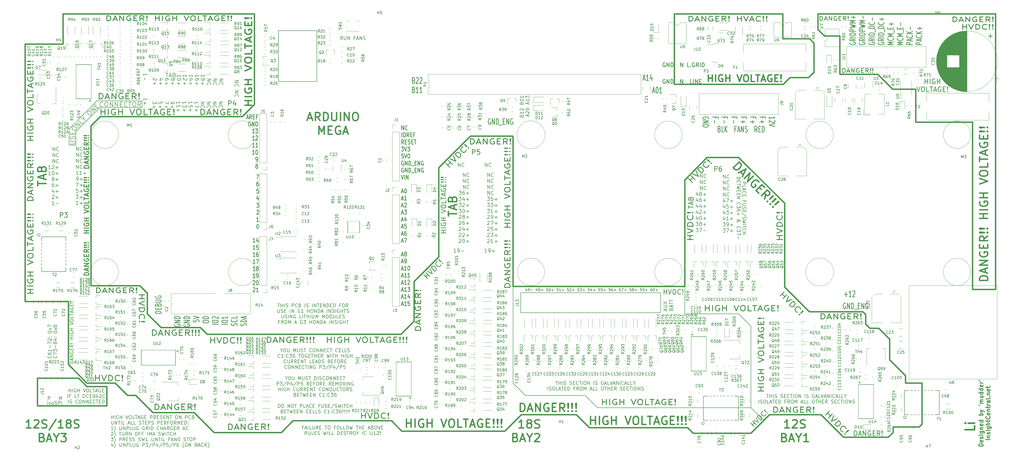
<source format=gto>
%TF.GenerationSoftware,KiCad,Pcbnew,(5.1.9-0-10_14)*%
%TF.CreationDate,2021-04-10T00:10:23-04:00*%
%TF.ProjectId,LiBCM,4c694243-4d2e-46b6-9963-61645f706362,A*%
%TF.SameCoordinates,Original*%
%TF.FileFunction,Legend,Top*%
%TF.FilePolarity,Positive*%
%FSLAX46Y46*%
G04 Gerber Fmt 4.6, Leading zero omitted, Abs format (unit mm)*
G04 Created by KiCad (PCBNEW (5.1.9-0-10_14)) date 2021-04-10 00:10:23*
%MOMM*%
%LPD*%
G01*
G04 APERTURE LIST*
%ADD10C,0.150000*%
%ADD11C,0.500000*%
%ADD12C,0.250000*%
%ADD13C,0.300000*%
%ADD14C,0.200000*%
%ADD15C,0.600000*%
%ADD16C,0.120000*%
%ADD17R,0.650000X1.220000*%
%ADD18R,1.500000X1.780000*%
%ADD19R,1.780000X1.500000*%
%ADD20R,0.640000X2.000000*%
%ADD21R,0.640000X1.910000*%
%ADD22R,1.910000X0.640000*%
%ADD23R,0.305000X0.889000*%
%ADD24R,1.250000X0.250000*%
%ADD25R,1.249800X0.249800*%
%ADD26R,0.250000X1.250000*%
%ADD27R,0.249800X1.249800*%
%ADD28R,0.900000X1.200000*%
%ADD29R,1.200000X0.900000*%
%ADD30C,9.000000*%
%ADD31O,1.700000X1.700000*%
%ADD32R,1.700000X1.700000*%
%ADD33C,2.750000*%
%ADD34R,0.900000X0.800000*%
%ADD35R,0.800000X0.900000*%
%ADD36R,1.500000X2.000000*%
%ADD37R,3.800000X2.000000*%
%ADD38R,2.000000X1.500000*%
%ADD39R,2.000000X3.800000*%
%ADD40R,2.000000X1.780000*%
%ADD41C,4.000000*%
%ADD42R,4.000000X4.000000*%
%ADD43C,3.000000*%
%ADD44C,4.500000*%
%ADD45C,59.000000*%
%ADD46O,3.500000X2.500000*%
%ADD47C,3.500000*%
%ADD48O,2.000000X1.500000*%
%ADD49O,1.500000X2.000000*%
%ADD50R,6.400000X5.800000*%
%ADD51R,2.200000X1.200000*%
%ADD52C,2.700000*%
%ADD53O,2.000000X2.500000*%
%ADD54C,1.900000*%
%ADD55R,1.550000X1.000000*%
%ADD56C,1.850000*%
%ADD57C,2.500000*%
G04 APERTURE END LIST*
D10*
X117642857Y-141527976D02*
X118357142Y-141527976D01*
X118000000Y-142777976D02*
X118000000Y-141527976D01*
X118773809Y-142777976D02*
X118773809Y-141527976D01*
X118773809Y-142123214D02*
X119488095Y-142123214D01*
X119488095Y-142777976D02*
X119488095Y-141527976D01*
X120083333Y-142777976D02*
X120083333Y-141527976D01*
X120619047Y-142718452D02*
X120797619Y-142777976D01*
X121095238Y-142777976D01*
X121214285Y-142718452D01*
X121273809Y-142658928D01*
X121333333Y-142539880D01*
X121333333Y-142420833D01*
X121273809Y-142301785D01*
X121214285Y-142242261D01*
X121095238Y-142182738D01*
X120857142Y-142123214D01*
X120738095Y-142063690D01*
X120678571Y-142004166D01*
X120619047Y-141885119D01*
X120619047Y-141766071D01*
X120678571Y-141647023D01*
X120738095Y-141587500D01*
X120857142Y-141527976D01*
X121154761Y-141527976D01*
X121333333Y-141587500D01*
X122821428Y-142777976D02*
X122821428Y-141527976D01*
X123297619Y-141527976D01*
X123416666Y-141587500D01*
X123476190Y-141647023D01*
X123535714Y-141766071D01*
X123535714Y-141944642D01*
X123476190Y-142063690D01*
X123416666Y-142123214D01*
X123297619Y-142182738D01*
X122821428Y-142182738D01*
X124785714Y-142658928D02*
X124726190Y-142718452D01*
X124547619Y-142777976D01*
X124428571Y-142777976D01*
X124250000Y-142718452D01*
X124130952Y-142599404D01*
X124071428Y-142480357D01*
X124011904Y-142242261D01*
X124011904Y-142063690D01*
X124071428Y-141825595D01*
X124130952Y-141706547D01*
X124250000Y-141587500D01*
X124428571Y-141527976D01*
X124547619Y-141527976D01*
X124726190Y-141587500D01*
X124785714Y-141647023D01*
X125738095Y-142123214D02*
X125916666Y-142182738D01*
X125976190Y-142242261D01*
X126035714Y-142361309D01*
X126035714Y-142539880D01*
X125976190Y-142658928D01*
X125916666Y-142718452D01*
X125797619Y-142777976D01*
X125321428Y-142777976D01*
X125321428Y-141527976D01*
X125738095Y-141527976D01*
X125857142Y-141587500D01*
X125916666Y-141647023D01*
X125976190Y-141766071D01*
X125976190Y-141885119D01*
X125916666Y-142004166D01*
X125857142Y-142063690D01*
X125738095Y-142123214D01*
X125321428Y-142123214D01*
X127523809Y-142777976D02*
X127523809Y-141527976D01*
X128059523Y-142718452D02*
X128238095Y-142777976D01*
X128535714Y-142777976D01*
X128654761Y-142718452D01*
X128714285Y-142658928D01*
X128773809Y-142539880D01*
X128773809Y-142420833D01*
X128714285Y-142301785D01*
X128654761Y-142242261D01*
X128535714Y-142182738D01*
X128297619Y-142123214D01*
X128178571Y-142063690D01*
X128119047Y-142004166D01*
X128059523Y-141885119D01*
X128059523Y-141766071D01*
X128119047Y-141647023D01*
X128178571Y-141587500D01*
X128297619Y-141527976D01*
X128595238Y-141527976D01*
X128773809Y-141587500D01*
X130261904Y-142777976D02*
X130261904Y-141527976D01*
X130857142Y-142777976D02*
X130857142Y-141527976D01*
X131571428Y-142777976D01*
X131571428Y-141527976D01*
X131988095Y-141527976D02*
X132702380Y-141527976D01*
X132345238Y-142777976D02*
X132345238Y-141527976D01*
X133119047Y-142123214D02*
X133535714Y-142123214D01*
X133714285Y-142777976D02*
X133119047Y-142777976D01*
X133119047Y-141527976D01*
X133714285Y-141527976D01*
X134250000Y-142777976D02*
X134250000Y-141527976D01*
X134964285Y-142777976D01*
X134964285Y-141527976D01*
X135559523Y-142777976D02*
X135559523Y-141527976D01*
X135857142Y-141527976D01*
X136035714Y-141587500D01*
X136154761Y-141706547D01*
X136214285Y-141825595D01*
X136273809Y-142063690D01*
X136273809Y-142242261D01*
X136214285Y-142480357D01*
X136154761Y-142599404D01*
X136035714Y-142718452D01*
X135857142Y-142777976D01*
X135559523Y-142777976D01*
X136809523Y-142123214D02*
X137226190Y-142123214D01*
X137404761Y-142777976D02*
X136809523Y-142777976D01*
X136809523Y-141527976D01*
X137404761Y-141527976D01*
X137940476Y-142777976D02*
X137940476Y-141527976D01*
X138238095Y-141527976D01*
X138416666Y-141587500D01*
X138535714Y-141706547D01*
X138595238Y-141825595D01*
X138654761Y-142063690D01*
X138654761Y-142242261D01*
X138595238Y-142480357D01*
X138535714Y-142599404D01*
X138416666Y-142718452D01*
X138238095Y-142777976D01*
X137940476Y-142777976D01*
X140559523Y-142123214D02*
X140142857Y-142123214D01*
X140142857Y-142777976D02*
X140142857Y-141527976D01*
X140738095Y-141527976D01*
X141452380Y-141527976D02*
X141690476Y-141527976D01*
X141809523Y-141587500D01*
X141928571Y-141706547D01*
X141988095Y-141944642D01*
X141988095Y-142361309D01*
X141928571Y-142599404D01*
X141809523Y-142718452D01*
X141690476Y-142777976D01*
X141452380Y-142777976D01*
X141333333Y-142718452D01*
X141214285Y-142599404D01*
X141154761Y-142361309D01*
X141154761Y-141944642D01*
X141214285Y-141706547D01*
X141333333Y-141587500D01*
X141452380Y-141527976D01*
X143238095Y-142777976D02*
X142821428Y-142182738D01*
X142523809Y-142777976D02*
X142523809Y-141527976D01*
X143000000Y-141527976D01*
X143119047Y-141587500D01*
X143178571Y-141647023D01*
X143238095Y-141766071D01*
X143238095Y-141944642D01*
X143178571Y-142063690D01*
X143119047Y-142123214D01*
X143000000Y-142182738D01*
X142523809Y-142182738D01*
X117583333Y-143552976D02*
X117583333Y-144564880D01*
X117642857Y-144683928D01*
X117702380Y-144743452D01*
X117821428Y-144802976D01*
X118059523Y-144802976D01*
X118178571Y-144743452D01*
X118238095Y-144683928D01*
X118297619Y-144564880D01*
X118297619Y-143552976D01*
X118833333Y-144743452D02*
X119011904Y-144802976D01*
X119309523Y-144802976D01*
X119428571Y-144743452D01*
X119488095Y-144683928D01*
X119547619Y-144564880D01*
X119547619Y-144445833D01*
X119488095Y-144326785D01*
X119428571Y-144267261D01*
X119309523Y-144207738D01*
X119071428Y-144148214D01*
X118952380Y-144088690D01*
X118892857Y-144029166D01*
X118833333Y-143910119D01*
X118833333Y-143791071D01*
X118892857Y-143672023D01*
X118952380Y-143612500D01*
X119071428Y-143552976D01*
X119369047Y-143552976D01*
X119547619Y-143612500D01*
X120083333Y-144148214D02*
X120500000Y-144148214D01*
X120678571Y-144802976D02*
X120083333Y-144802976D01*
X120083333Y-143552976D01*
X120678571Y-143552976D01*
X122166666Y-144802976D02*
X122166666Y-143552976D01*
X122761904Y-144802976D02*
X122761904Y-143552976D01*
X123476190Y-144802976D01*
X123476190Y-143552976D01*
X125678571Y-143612500D02*
X125559523Y-143552976D01*
X125380952Y-143552976D01*
X125202380Y-143612500D01*
X125083333Y-143731547D01*
X125023809Y-143850595D01*
X124964285Y-144088690D01*
X124964285Y-144267261D01*
X125023809Y-144505357D01*
X125083333Y-144624404D01*
X125202380Y-144743452D01*
X125380952Y-144802976D01*
X125500000Y-144802976D01*
X125678571Y-144743452D01*
X125738095Y-144683928D01*
X125738095Y-144267261D01*
X125500000Y-144267261D01*
X126928571Y-144802976D02*
X126214285Y-144802976D01*
X126571428Y-144802976D02*
X126571428Y-143552976D01*
X126452380Y-143731547D01*
X126333333Y-143850595D01*
X126214285Y-143910119D01*
X128416666Y-144802976D02*
X128416666Y-143552976D01*
X128416666Y-144148214D02*
X129130952Y-144148214D01*
X129130952Y-144802976D02*
X129130952Y-143552976D01*
X129964285Y-143552976D02*
X130202380Y-143552976D01*
X130321428Y-143612500D01*
X130440476Y-143731547D01*
X130500000Y-143969642D01*
X130500000Y-144386309D01*
X130440476Y-144624404D01*
X130321428Y-144743452D01*
X130202380Y-144802976D01*
X129964285Y-144802976D01*
X129845238Y-144743452D01*
X129726190Y-144624404D01*
X129666666Y-144386309D01*
X129666666Y-143969642D01*
X129726190Y-143731547D01*
X129845238Y-143612500D01*
X129964285Y-143552976D01*
X131035714Y-144802976D02*
X131035714Y-143552976D01*
X131750000Y-144802976D01*
X131750000Y-143552976D01*
X132345238Y-144802976D02*
X132345238Y-143552976D01*
X132642857Y-143552976D01*
X132821428Y-143612500D01*
X132940476Y-143731547D01*
X133000000Y-143850595D01*
X133059523Y-144088690D01*
X133059523Y-144267261D01*
X133000000Y-144505357D01*
X132940476Y-144624404D01*
X132821428Y-144743452D01*
X132642857Y-144802976D01*
X132345238Y-144802976D01*
X133535714Y-144445833D02*
X134130952Y-144445833D01*
X133416666Y-144802976D02*
X133833333Y-143552976D01*
X134250000Y-144802976D01*
X135619047Y-144802976D02*
X135619047Y-143552976D01*
X136214285Y-144802976D02*
X136214285Y-143552976D01*
X136928571Y-144802976D01*
X136928571Y-143552976D01*
X137464285Y-144743452D02*
X137642857Y-144802976D01*
X137940476Y-144802976D01*
X138059523Y-144743452D01*
X138119047Y-144683928D01*
X138178571Y-144564880D01*
X138178571Y-144445833D01*
X138119047Y-144326785D01*
X138059523Y-144267261D01*
X137940476Y-144207738D01*
X137702380Y-144148214D01*
X137583333Y-144088690D01*
X137523809Y-144029166D01*
X137464285Y-143910119D01*
X137464285Y-143791071D01*
X137523809Y-143672023D01*
X137583333Y-143612500D01*
X137702380Y-143552976D01*
X138000000Y-143552976D01*
X138178571Y-143612500D01*
X138714285Y-144802976D02*
X138714285Y-143552976D01*
X139964285Y-143612500D02*
X139845238Y-143552976D01*
X139666666Y-143552976D01*
X139488095Y-143612500D01*
X139369047Y-143731547D01*
X139309523Y-143850595D01*
X139250000Y-144088690D01*
X139250000Y-144267261D01*
X139309523Y-144505357D01*
X139369047Y-144624404D01*
X139488095Y-144743452D01*
X139666666Y-144802976D01*
X139785714Y-144802976D01*
X139964285Y-144743452D01*
X140023809Y-144683928D01*
X140023809Y-144267261D01*
X139785714Y-144267261D01*
X140559523Y-144802976D02*
X140559523Y-143552976D01*
X140559523Y-144148214D02*
X141273809Y-144148214D01*
X141273809Y-144802976D02*
X141273809Y-143552976D01*
X141690476Y-143552976D02*
X142404761Y-143552976D01*
X142047619Y-144802976D02*
X142047619Y-143552976D01*
X142761904Y-144743452D02*
X142940476Y-144802976D01*
X143238095Y-144802976D01*
X143357142Y-144743452D01*
X143416666Y-144683928D01*
X143476190Y-144564880D01*
X143476190Y-144445833D01*
X143416666Y-144326785D01*
X143357142Y-144267261D01*
X143238095Y-144207738D01*
X143000000Y-144148214D01*
X142880952Y-144088690D01*
X142821428Y-144029166D01*
X142761904Y-143910119D01*
X142761904Y-143791071D01*
X142821428Y-143672023D01*
X142880952Y-143612500D01*
X143000000Y-143552976D01*
X143297619Y-143552976D01*
X143476190Y-143612500D01*
X119101190Y-145577976D02*
X119101190Y-146589880D01*
X119160714Y-146708928D01*
X119220238Y-146768452D01*
X119339285Y-146827976D01*
X119577380Y-146827976D01*
X119696428Y-146768452D01*
X119755952Y-146708928D01*
X119815476Y-146589880D01*
X119815476Y-145577976D01*
X120351190Y-146768452D02*
X120529761Y-146827976D01*
X120827380Y-146827976D01*
X120946428Y-146768452D01*
X121005952Y-146708928D01*
X121065476Y-146589880D01*
X121065476Y-146470833D01*
X121005952Y-146351785D01*
X120946428Y-146292261D01*
X120827380Y-146232738D01*
X120589285Y-146173214D01*
X120470238Y-146113690D01*
X120410714Y-146054166D01*
X120351190Y-145935119D01*
X120351190Y-145816071D01*
X120410714Y-145697023D01*
X120470238Y-145637500D01*
X120589285Y-145577976D01*
X120886904Y-145577976D01*
X121065476Y-145637500D01*
X121601190Y-146827976D02*
X121601190Y-145577976D01*
X122196428Y-146827976D02*
X122196428Y-145577976D01*
X122910714Y-146827976D01*
X122910714Y-145577976D01*
X124160714Y-145637500D02*
X124041666Y-145577976D01*
X123863095Y-145577976D01*
X123684523Y-145637500D01*
X123565476Y-145756547D01*
X123505952Y-145875595D01*
X123446428Y-146113690D01*
X123446428Y-146292261D01*
X123505952Y-146530357D01*
X123565476Y-146649404D01*
X123684523Y-146768452D01*
X123863095Y-146827976D01*
X123982142Y-146827976D01*
X124160714Y-146768452D01*
X124220238Y-146708928D01*
X124220238Y-146292261D01*
X123982142Y-146292261D01*
X126303571Y-146827976D02*
X125708333Y-146827976D01*
X125708333Y-145577976D01*
X126720238Y-146827976D02*
X126720238Y-145577976D01*
X127136904Y-145577976D02*
X127851190Y-145577976D01*
X127494047Y-146827976D02*
X127494047Y-145577976D01*
X128267857Y-146827976D02*
X128267857Y-145577976D01*
X128267857Y-146173214D02*
X128982142Y-146173214D01*
X128982142Y-146827976D02*
X128982142Y-145577976D01*
X129577380Y-146827976D02*
X129577380Y-145577976D01*
X130172619Y-145577976D02*
X130172619Y-146589880D01*
X130232142Y-146708928D01*
X130291666Y-146768452D01*
X130410714Y-146827976D01*
X130648809Y-146827976D01*
X130767857Y-146768452D01*
X130827380Y-146708928D01*
X130886904Y-146589880D01*
X130886904Y-145577976D01*
X131482142Y-146827976D02*
X131482142Y-145577976D01*
X131898809Y-146470833D01*
X132315476Y-145577976D01*
X132315476Y-146827976D01*
X133863095Y-146827976D02*
X133863095Y-145577976D01*
X134279761Y-146470833D01*
X134696428Y-145577976D01*
X134696428Y-146827976D01*
X135529761Y-145577976D02*
X135767857Y-145577976D01*
X135886904Y-145637500D01*
X136005952Y-145756547D01*
X136065476Y-145994642D01*
X136065476Y-146411309D01*
X136005952Y-146649404D01*
X135886904Y-146768452D01*
X135767857Y-146827976D01*
X135529761Y-146827976D01*
X135410714Y-146768452D01*
X135291666Y-146649404D01*
X135232142Y-146411309D01*
X135232142Y-145994642D01*
X135291666Y-145756547D01*
X135410714Y-145637500D01*
X135529761Y-145577976D01*
X136601190Y-146827976D02*
X136601190Y-145577976D01*
X136898809Y-145577976D01*
X137077380Y-145637500D01*
X137196428Y-145756547D01*
X137255952Y-145875595D01*
X137315476Y-146113690D01*
X137315476Y-146292261D01*
X137255952Y-146530357D01*
X137196428Y-146649404D01*
X137077380Y-146768452D01*
X136898809Y-146827976D01*
X136601190Y-146827976D01*
X137851190Y-145577976D02*
X137851190Y-146589880D01*
X137910714Y-146708928D01*
X137970238Y-146768452D01*
X138089285Y-146827976D01*
X138327380Y-146827976D01*
X138446428Y-146768452D01*
X138505952Y-146708928D01*
X138565476Y-146589880D01*
X138565476Y-145577976D01*
X139755952Y-146827976D02*
X139160714Y-146827976D01*
X139160714Y-145577976D01*
X140172619Y-146173214D02*
X140589285Y-146173214D01*
X140767857Y-146827976D02*
X140172619Y-146827976D01*
X140172619Y-145577976D01*
X140767857Y-145577976D01*
X141244047Y-146768452D02*
X141422619Y-146827976D01*
X141720238Y-146827976D01*
X141839285Y-146768452D01*
X141898809Y-146708928D01*
X141958333Y-146589880D01*
X141958333Y-146470833D01*
X141898809Y-146351785D01*
X141839285Y-146292261D01*
X141720238Y-146232738D01*
X141482142Y-146173214D01*
X141363095Y-146113690D01*
X141303571Y-146054166D01*
X141244047Y-145935119D01*
X141244047Y-145816071D01*
X141303571Y-145697023D01*
X141363095Y-145637500D01*
X141482142Y-145577976D01*
X141779761Y-145577976D01*
X141958333Y-145637500D01*
X118297619Y-148198214D02*
X117880952Y-148198214D01*
X117880952Y-148852976D02*
X117880952Y-147602976D01*
X118476190Y-147602976D01*
X119666666Y-148852976D02*
X119250000Y-148257738D01*
X118952380Y-148852976D02*
X118952380Y-147602976D01*
X119428571Y-147602976D01*
X119547619Y-147662500D01*
X119607142Y-147722023D01*
X119666666Y-147841071D01*
X119666666Y-148019642D01*
X119607142Y-148138690D01*
X119547619Y-148198214D01*
X119428571Y-148257738D01*
X118952380Y-148257738D01*
X120440476Y-147602976D02*
X120678571Y-147602976D01*
X120797619Y-147662500D01*
X120916666Y-147781547D01*
X120976190Y-148019642D01*
X120976190Y-148436309D01*
X120916666Y-148674404D01*
X120797619Y-148793452D01*
X120678571Y-148852976D01*
X120440476Y-148852976D01*
X120321428Y-148793452D01*
X120202380Y-148674404D01*
X120142857Y-148436309D01*
X120142857Y-148019642D01*
X120202380Y-147781547D01*
X120321428Y-147662500D01*
X120440476Y-147602976D01*
X121511904Y-148852976D02*
X121511904Y-147602976D01*
X121928571Y-148495833D01*
X122345238Y-147602976D01*
X122345238Y-148852976D01*
X123833333Y-148495833D02*
X124428571Y-148495833D01*
X123714285Y-148852976D02*
X124130952Y-147602976D01*
X124547619Y-148852976D01*
X126571428Y-147662500D02*
X126452380Y-147602976D01*
X126273809Y-147602976D01*
X126095238Y-147662500D01*
X125976190Y-147781547D01*
X125916666Y-147900595D01*
X125857142Y-148138690D01*
X125857142Y-148317261D01*
X125916666Y-148555357D01*
X125976190Y-148674404D01*
X126095238Y-148793452D01*
X126273809Y-148852976D01*
X126392857Y-148852976D01*
X126571428Y-148793452D01*
X126630952Y-148733928D01*
X126630952Y-148317261D01*
X126392857Y-148317261D01*
X127047619Y-147602976D02*
X127821428Y-147602976D01*
X127404761Y-148079166D01*
X127583333Y-148079166D01*
X127702380Y-148138690D01*
X127761904Y-148198214D01*
X127821428Y-148317261D01*
X127821428Y-148614880D01*
X127761904Y-148733928D01*
X127702380Y-148793452D01*
X127583333Y-148852976D01*
X127226190Y-148852976D01*
X127107142Y-148793452D01*
X127047619Y-148733928D01*
X129309523Y-148852976D02*
X129309523Y-147602976D01*
X129309523Y-148198214D02*
X130023809Y-148198214D01*
X130023809Y-148852976D02*
X130023809Y-147602976D01*
X130857142Y-147602976D02*
X131095238Y-147602976D01*
X131214285Y-147662500D01*
X131333333Y-147781547D01*
X131392857Y-148019642D01*
X131392857Y-148436309D01*
X131333333Y-148674404D01*
X131214285Y-148793452D01*
X131095238Y-148852976D01*
X130857142Y-148852976D01*
X130738095Y-148793452D01*
X130619047Y-148674404D01*
X130559523Y-148436309D01*
X130559523Y-148019642D01*
X130619047Y-147781547D01*
X130738095Y-147662500D01*
X130857142Y-147602976D01*
X131928571Y-148852976D02*
X131928571Y-147602976D01*
X132642857Y-148852976D01*
X132642857Y-147602976D01*
X133238095Y-148852976D02*
X133238095Y-147602976D01*
X133535714Y-147602976D01*
X133714285Y-147662500D01*
X133833333Y-147781547D01*
X133892857Y-147900595D01*
X133952380Y-148138690D01*
X133952380Y-148317261D01*
X133892857Y-148555357D01*
X133833333Y-148674404D01*
X133714285Y-148793452D01*
X133535714Y-148852976D01*
X133238095Y-148852976D01*
X134428571Y-148495833D02*
X135023809Y-148495833D01*
X134309523Y-148852976D02*
X134726190Y-147602976D01*
X135142857Y-148852976D01*
X136511904Y-148852976D02*
X136511904Y-147602976D01*
X137107142Y-148852976D02*
X137107142Y-147602976D01*
X137821428Y-148852976D01*
X137821428Y-147602976D01*
X138357142Y-148793452D02*
X138535714Y-148852976D01*
X138833333Y-148852976D01*
X138952380Y-148793452D01*
X139011904Y-148733928D01*
X139071428Y-148614880D01*
X139071428Y-148495833D01*
X139011904Y-148376785D01*
X138952380Y-148317261D01*
X138833333Y-148257738D01*
X138595238Y-148198214D01*
X138476190Y-148138690D01*
X138416666Y-148079166D01*
X138357142Y-147960119D01*
X138357142Y-147841071D01*
X138416666Y-147722023D01*
X138476190Y-147662500D01*
X138595238Y-147602976D01*
X138892857Y-147602976D01*
X139071428Y-147662500D01*
X139607142Y-148852976D02*
X139607142Y-147602976D01*
X140857142Y-147662500D02*
X140738095Y-147602976D01*
X140559523Y-147602976D01*
X140380952Y-147662500D01*
X140261904Y-147781547D01*
X140202380Y-147900595D01*
X140142857Y-148138690D01*
X140142857Y-148317261D01*
X140202380Y-148555357D01*
X140261904Y-148674404D01*
X140380952Y-148793452D01*
X140559523Y-148852976D01*
X140678571Y-148852976D01*
X140857142Y-148793452D01*
X140916666Y-148733928D01*
X140916666Y-148317261D01*
X140678571Y-148317261D01*
X141452380Y-148852976D02*
X141452380Y-147602976D01*
X141452380Y-148198214D02*
X142166666Y-148198214D01*
X142166666Y-148852976D02*
X142166666Y-147602976D01*
X142583333Y-147602976D02*
X143297619Y-147602976D01*
X142940476Y-148852976D02*
X142940476Y-147602976D01*
D11*
X109150000Y-69000000D02*
X109150000Y-36000000D01*
X53150000Y-73400000D02*
X104750000Y-73400000D01*
X104750000Y-73400000D02*
X109150000Y-69000000D01*
D12*
X106301785Y-73745833D02*
X106897023Y-73745833D01*
X106182738Y-74188690D02*
X106599404Y-72638690D01*
X107016071Y-74188690D01*
X108147023Y-74188690D02*
X107730357Y-73450595D01*
X107432738Y-74188690D02*
X107432738Y-72638690D01*
X107908928Y-72638690D01*
X108027976Y-72712500D01*
X108087500Y-72786309D01*
X108147023Y-72933928D01*
X108147023Y-73155357D01*
X108087500Y-73302976D01*
X108027976Y-73376785D01*
X107908928Y-73450595D01*
X107432738Y-73450595D01*
X108682738Y-73376785D02*
X109099404Y-73376785D01*
X109277976Y-74188690D02*
X108682738Y-74188690D01*
X108682738Y-72638690D01*
X109277976Y-72638690D01*
X110230357Y-73376785D02*
X109813690Y-73376785D01*
X109813690Y-74188690D02*
X109813690Y-72638690D01*
X110408928Y-72638690D01*
X107730357Y-75287500D02*
X107611309Y-75213690D01*
X107432738Y-75213690D01*
X107254166Y-75287500D01*
X107135119Y-75435119D01*
X107075595Y-75582738D01*
X107016071Y-75877976D01*
X107016071Y-76099404D01*
X107075595Y-76394642D01*
X107135119Y-76542261D01*
X107254166Y-76689880D01*
X107432738Y-76763690D01*
X107551785Y-76763690D01*
X107730357Y-76689880D01*
X107789880Y-76616071D01*
X107789880Y-76099404D01*
X107551785Y-76099404D01*
X108325595Y-76763690D02*
X108325595Y-75213690D01*
X109039880Y-76763690D01*
X109039880Y-75213690D01*
X109635119Y-76763690D02*
X109635119Y-75213690D01*
X109932738Y-75213690D01*
X110111309Y-75287500D01*
X110230357Y-75435119D01*
X110289880Y-75582738D01*
X110349404Y-75877976D01*
X110349404Y-76099404D01*
X110289880Y-76394642D01*
X110230357Y-76542261D01*
X110111309Y-76689880D01*
X109932738Y-76763690D01*
X109635119Y-76763690D01*
X109158928Y-79338690D02*
X108444642Y-79338690D01*
X108801785Y-79338690D02*
X108801785Y-77788690D01*
X108682738Y-78010119D01*
X108563690Y-78157738D01*
X108444642Y-78231547D01*
X109575595Y-77788690D02*
X110349404Y-77788690D01*
X109932738Y-78379166D01*
X110111309Y-78379166D01*
X110230357Y-78452976D01*
X110289880Y-78526785D01*
X110349404Y-78674404D01*
X110349404Y-79043452D01*
X110289880Y-79191071D01*
X110230357Y-79264880D01*
X110111309Y-79338690D01*
X109754166Y-79338690D01*
X109635119Y-79264880D01*
X109575595Y-79191071D01*
X109158928Y-81913690D02*
X108444642Y-81913690D01*
X108801785Y-81913690D02*
X108801785Y-80363690D01*
X108682738Y-80585119D01*
X108563690Y-80732738D01*
X108444642Y-80806547D01*
X109635119Y-80511309D02*
X109694642Y-80437500D01*
X109813690Y-80363690D01*
X110111309Y-80363690D01*
X110230357Y-80437500D01*
X110289880Y-80511309D01*
X110349404Y-80658928D01*
X110349404Y-80806547D01*
X110289880Y-81027976D01*
X109575595Y-81913690D01*
X110349404Y-81913690D01*
X109158928Y-84488690D02*
X108444642Y-84488690D01*
X108801785Y-84488690D02*
X108801785Y-82938690D01*
X108682738Y-83160119D01*
X108563690Y-83307738D01*
X108444642Y-83381547D01*
X110349404Y-84488690D02*
X109635119Y-84488690D01*
X109992261Y-84488690D02*
X109992261Y-82938690D01*
X109873214Y-83160119D01*
X109754166Y-83307738D01*
X109635119Y-83381547D01*
X109158928Y-87063690D02*
X108444642Y-87063690D01*
X108801785Y-87063690D02*
X108801785Y-85513690D01*
X108682738Y-85735119D01*
X108563690Y-85882738D01*
X108444642Y-85956547D01*
X109932738Y-85513690D02*
X110051785Y-85513690D01*
X110170833Y-85587500D01*
X110230357Y-85661309D01*
X110289880Y-85808928D01*
X110349404Y-86104166D01*
X110349404Y-86473214D01*
X110289880Y-86768452D01*
X110230357Y-86916071D01*
X110170833Y-86989880D01*
X110051785Y-87063690D01*
X109932738Y-87063690D01*
X109813690Y-86989880D01*
X109754166Y-86916071D01*
X109694642Y-86768452D01*
X109635119Y-86473214D01*
X109635119Y-86104166D01*
X109694642Y-85808928D01*
X109754166Y-85661309D01*
X109813690Y-85587500D01*
X109932738Y-85513690D01*
X109754166Y-89638690D02*
X109992261Y-89638690D01*
X110111309Y-89564880D01*
X110170833Y-89491071D01*
X110289880Y-89269642D01*
X110349404Y-88974404D01*
X110349404Y-88383928D01*
X110289880Y-88236309D01*
X110230357Y-88162500D01*
X110111309Y-88088690D01*
X109873214Y-88088690D01*
X109754166Y-88162500D01*
X109694642Y-88236309D01*
X109635119Y-88383928D01*
X109635119Y-88752976D01*
X109694642Y-88900595D01*
X109754166Y-88974404D01*
X109873214Y-89048214D01*
X110111309Y-89048214D01*
X110230357Y-88974404D01*
X110289880Y-88900595D01*
X110349404Y-88752976D01*
X109873214Y-91327976D02*
X109754166Y-91254166D01*
X109694642Y-91180357D01*
X109635119Y-91032738D01*
X109635119Y-90958928D01*
X109694642Y-90811309D01*
X109754166Y-90737500D01*
X109873214Y-90663690D01*
X110111309Y-90663690D01*
X110230357Y-90737500D01*
X110289880Y-90811309D01*
X110349404Y-90958928D01*
X110349404Y-91032738D01*
X110289880Y-91180357D01*
X110230357Y-91254166D01*
X110111309Y-91327976D01*
X109873214Y-91327976D01*
X109754166Y-91401785D01*
X109694642Y-91475595D01*
X109635119Y-91623214D01*
X109635119Y-91918452D01*
X109694642Y-92066071D01*
X109754166Y-92139880D01*
X109873214Y-92213690D01*
X110111309Y-92213690D01*
X110230357Y-92139880D01*
X110289880Y-92066071D01*
X110349404Y-91918452D01*
X110349404Y-91623214D01*
X110289880Y-91475595D01*
X110230357Y-91401785D01*
X110111309Y-91327976D01*
X109891071Y-94538690D02*
X110724404Y-94538690D01*
X110188690Y-96088690D01*
X110545833Y-97113690D02*
X110307738Y-97113690D01*
X110188690Y-97187500D01*
X110129166Y-97261309D01*
X110010119Y-97482738D01*
X109950595Y-97777976D01*
X109950595Y-98368452D01*
X110010119Y-98516071D01*
X110069642Y-98589880D01*
X110188690Y-98663690D01*
X110426785Y-98663690D01*
X110545833Y-98589880D01*
X110605357Y-98516071D01*
X110664880Y-98368452D01*
X110664880Y-97999404D01*
X110605357Y-97851785D01*
X110545833Y-97777976D01*
X110426785Y-97704166D01*
X110188690Y-97704166D01*
X110069642Y-97777976D01*
X110010119Y-97851785D01*
X109950595Y-97999404D01*
X110605357Y-99688690D02*
X110010119Y-99688690D01*
X109950595Y-100426785D01*
X110010119Y-100352976D01*
X110129166Y-100279166D01*
X110426785Y-100279166D01*
X110545833Y-100352976D01*
X110605357Y-100426785D01*
X110664880Y-100574404D01*
X110664880Y-100943452D01*
X110605357Y-101091071D01*
X110545833Y-101164880D01*
X110426785Y-101238690D01*
X110129166Y-101238690D01*
X110010119Y-101164880D01*
X109950595Y-101091071D01*
X110545833Y-102780357D02*
X110545833Y-103813690D01*
X110248214Y-102189880D02*
X109950595Y-103297023D01*
X110724404Y-103297023D01*
X109891071Y-104838690D02*
X110664880Y-104838690D01*
X110248214Y-105429166D01*
X110426785Y-105429166D01*
X110545833Y-105502976D01*
X110605357Y-105576785D01*
X110664880Y-105724404D01*
X110664880Y-106093452D01*
X110605357Y-106241071D01*
X110545833Y-106314880D01*
X110426785Y-106388690D01*
X110069642Y-106388690D01*
X109950595Y-106314880D01*
X109891071Y-106241071D01*
X109950595Y-107561309D02*
X110010119Y-107487500D01*
X110129166Y-107413690D01*
X110426785Y-107413690D01*
X110545833Y-107487500D01*
X110605357Y-107561309D01*
X110664880Y-107708928D01*
X110664880Y-107856547D01*
X110605357Y-108077976D01*
X109891071Y-108963690D01*
X110664880Y-108963690D01*
X110664880Y-111538690D02*
X109950595Y-111538690D01*
X110307738Y-111538690D02*
X110307738Y-109988690D01*
X110188690Y-110210119D01*
X110069642Y-110357738D01*
X109950595Y-110431547D01*
X110248214Y-112563690D02*
X110367261Y-112563690D01*
X110486309Y-112637500D01*
X110545833Y-112711309D01*
X110605357Y-112858928D01*
X110664880Y-113154166D01*
X110664880Y-113523214D01*
X110605357Y-113818452D01*
X110545833Y-113966071D01*
X110486309Y-114039880D01*
X110367261Y-114113690D01*
X110248214Y-114113690D01*
X110129166Y-114039880D01*
X110069642Y-113966071D01*
X110010119Y-113818452D01*
X109950595Y-113523214D01*
X109950595Y-113154166D01*
X110010119Y-112858928D01*
X110069642Y-112711309D01*
X110129166Y-112637500D01*
X110248214Y-112563690D01*
X109364880Y-119188690D02*
X108650595Y-119188690D01*
X109007738Y-119188690D02*
X109007738Y-117638690D01*
X108888690Y-117860119D01*
X108769642Y-118007738D01*
X108650595Y-118081547D01*
X110436309Y-118155357D02*
X110436309Y-119188690D01*
X110138690Y-117564880D02*
X109841071Y-118672023D01*
X110614880Y-118672023D01*
X109364880Y-121763690D02*
X108650595Y-121763690D01*
X109007738Y-121763690D02*
X109007738Y-120213690D01*
X108888690Y-120435119D01*
X108769642Y-120582738D01*
X108650595Y-120656547D01*
X110495833Y-120213690D02*
X109900595Y-120213690D01*
X109841071Y-120951785D01*
X109900595Y-120877976D01*
X110019642Y-120804166D01*
X110317261Y-120804166D01*
X110436309Y-120877976D01*
X110495833Y-120951785D01*
X110555357Y-121099404D01*
X110555357Y-121468452D01*
X110495833Y-121616071D01*
X110436309Y-121689880D01*
X110317261Y-121763690D01*
X110019642Y-121763690D01*
X109900595Y-121689880D01*
X109841071Y-121616071D01*
X109364880Y-124338690D02*
X108650595Y-124338690D01*
X109007738Y-124338690D02*
X109007738Y-122788690D01*
X108888690Y-123010119D01*
X108769642Y-123157738D01*
X108650595Y-123231547D01*
X110436309Y-122788690D02*
X110198214Y-122788690D01*
X110079166Y-122862500D01*
X110019642Y-122936309D01*
X109900595Y-123157738D01*
X109841071Y-123452976D01*
X109841071Y-124043452D01*
X109900595Y-124191071D01*
X109960119Y-124264880D01*
X110079166Y-124338690D01*
X110317261Y-124338690D01*
X110436309Y-124264880D01*
X110495833Y-124191071D01*
X110555357Y-124043452D01*
X110555357Y-123674404D01*
X110495833Y-123526785D01*
X110436309Y-123452976D01*
X110317261Y-123379166D01*
X110079166Y-123379166D01*
X109960119Y-123452976D01*
X109900595Y-123526785D01*
X109841071Y-123674404D01*
X109364880Y-126913690D02*
X108650595Y-126913690D01*
X109007738Y-126913690D02*
X109007738Y-125363690D01*
X108888690Y-125585119D01*
X108769642Y-125732738D01*
X108650595Y-125806547D01*
X109781547Y-125363690D02*
X110614880Y-125363690D01*
X110079166Y-126913690D01*
X109364880Y-129488690D02*
X108650595Y-129488690D01*
X109007738Y-129488690D02*
X109007738Y-127938690D01*
X108888690Y-128160119D01*
X108769642Y-128307738D01*
X108650595Y-128381547D01*
X110079166Y-128602976D02*
X109960119Y-128529166D01*
X109900595Y-128455357D01*
X109841071Y-128307738D01*
X109841071Y-128233928D01*
X109900595Y-128086309D01*
X109960119Y-128012500D01*
X110079166Y-127938690D01*
X110317261Y-127938690D01*
X110436309Y-128012500D01*
X110495833Y-128086309D01*
X110555357Y-128233928D01*
X110555357Y-128307738D01*
X110495833Y-128455357D01*
X110436309Y-128529166D01*
X110317261Y-128602976D01*
X110079166Y-128602976D01*
X109960119Y-128676785D01*
X109900595Y-128750595D01*
X109841071Y-128898214D01*
X109841071Y-129193452D01*
X109900595Y-129341071D01*
X109960119Y-129414880D01*
X110079166Y-129488690D01*
X110317261Y-129488690D01*
X110436309Y-129414880D01*
X110495833Y-129341071D01*
X110555357Y-129193452D01*
X110555357Y-128898214D01*
X110495833Y-128750595D01*
X110436309Y-128676785D01*
X110317261Y-128602976D01*
X109364880Y-132063690D02*
X108650595Y-132063690D01*
X109007738Y-132063690D02*
X109007738Y-130513690D01*
X108888690Y-130735119D01*
X108769642Y-130882738D01*
X108650595Y-130956547D01*
X109960119Y-132063690D02*
X110198214Y-132063690D01*
X110317261Y-131989880D01*
X110376785Y-131916071D01*
X110495833Y-131694642D01*
X110555357Y-131399404D01*
X110555357Y-130808928D01*
X110495833Y-130661309D01*
X110436309Y-130587500D01*
X110317261Y-130513690D01*
X110079166Y-130513690D01*
X109960119Y-130587500D01*
X109900595Y-130661309D01*
X109841071Y-130808928D01*
X109841071Y-131177976D01*
X109900595Y-131325595D01*
X109960119Y-131399404D01*
X110079166Y-131473214D01*
X110317261Y-131473214D01*
X110436309Y-131399404D01*
X110495833Y-131325595D01*
X110555357Y-131177976D01*
X108650595Y-133236309D02*
X108710119Y-133162500D01*
X108829166Y-133088690D01*
X109126785Y-133088690D01*
X109245833Y-133162500D01*
X109305357Y-133236309D01*
X109364880Y-133383928D01*
X109364880Y-133531547D01*
X109305357Y-133752976D01*
X108591071Y-134638690D01*
X109364880Y-134638690D01*
X110138690Y-133088690D02*
X110257738Y-133088690D01*
X110376785Y-133162500D01*
X110436309Y-133236309D01*
X110495833Y-133383928D01*
X110555357Y-133679166D01*
X110555357Y-134048214D01*
X110495833Y-134343452D01*
X110436309Y-134491071D01*
X110376785Y-134564880D01*
X110257738Y-134638690D01*
X110138690Y-134638690D01*
X110019642Y-134564880D01*
X109960119Y-134491071D01*
X109900595Y-134343452D01*
X109841071Y-134048214D01*
X109841071Y-133679166D01*
X109900595Y-133383928D01*
X109960119Y-133236309D01*
X110019642Y-133162500D01*
X110138690Y-133088690D01*
X108650595Y-135811309D02*
X108710119Y-135737500D01*
X108829166Y-135663690D01*
X109126785Y-135663690D01*
X109245833Y-135737500D01*
X109305357Y-135811309D01*
X109364880Y-135958928D01*
X109364880Y-136106547D01*
X109305357Y-136327976D01*
X108591071Y-137213690D01*
X109364880Y-137213690D01*
X110555357Y-137213690D02*
X109841071Y-137213690D01*
X110198214Y-137213690D02*
X110198214Y-135663690D01*
X110079166Y-135885119D01*
X109960119Y-136032738D01*
X109841071Y-136106547D01*
D11*
X176250000Y-124500000D02*
X176250000Y-92000000D01*
X167250000Y-133500000D02*
X176250000Y-124500000D01*
X167250000Y-148000000D02*
X167250000Y-133500000D01*
X162500000Y-152750000D02*
X167250000Y-148000000D01*
D12*
X162650595Y-123745833D02*
X163245833Y-123745833D01*
X162531547Y-124188690D02*
X162948214Y-122638690D01*
X163364880Y-124188690D01*
X163960119Y-123302976D02*
X163841071Y-123229166D01*
X163781547Y-123155357D01*
X163722023Y-123007738D01*
X163722023Y-122933928D01*
X163781547Y-122786309D01*
X163841071Y-122712500D01*
X163960119Y-122638690D01*
X164198214Y-122638690D01*
X164317261Y-122712500D01*
X164376785Y-122786309D01*
X164436309Y-122933928D01*
X164436309Y-123007738D01*
X164376785Y-123155357D01*
X164317261Y-123229166D01*
X164198214Y-123302976D01*
X163960119Y-123302976D01*
X163841071Y-123376785D01*
X163781547Y-123450595D01*
X163722023Y-123598214D01*
X163722023Y-123893452D01*
X163781547Y-124041071D01*
X163841071Y-124114880D01*
X163960119Y-124188690D01*
X164198214Y-124188690D01*
X164317261Y-124114880D01*
X164376785Y-124041071D01*
X164436309Y-123893452D01*
X164436309Y-123598214D01*
X164376785Y-123450595D01*
X164317261Y-123376785D01*
X164198214Y-123302976D01*
X162650595Y-126320833D02*
X163245833Y-126320833D01*
X162531547Y-126763690D02*
X162948214Y-125213690D01*
X163364880Y-126763690D01*
X163841071Y-126763690D02*
X164079166Y-126763690D01*
X164198214Y-126689880D01*
X164257738Y-126616071D01*
X164376785Y-126394642D01*
X164436309Y-126099404D01*
X164436309Y-125508928D01*
X164376785Y-125361309D01*
X164317261Y-125287500D01*
X164198214Y-125213690D01*
X163960119Y-125213690D01*
X163841071Y-125287500D01*
X163781547Y-125361309D01*
X163722023Y-125508928D01*
X163722023Y-125877976D01*
X163781547Y-126025595D01*
X163841071Y-126099404D01*
X163960119Y-126173214D01*
X164198214Y-126173214D01*
X164317261Y-126099404D01*
X164376785Y-126025595D01*
X164436309Y-125877976D01*
X162650595Y-128895833D02*
X163245833Y-128895833D01*
X162531547Y-129338690D02*
X162948214Y-127788690D01*
X163364880Y-129338690D01*
X164436309Y-129338690D02*
X163722023Y-129338690D01*
X164079166Y-129338690D02*
X164079166Y-127788690D01*
X163960119Y-128010119D01*
X163841071Y-128157738D01*
X163722023Y-128231547D01*
X165210119Y-127788690D02*
X165329166Y-127788690D01*
X165448214Y-127862500D01*
X165507738Y-127936309D01*
X165567261Y-128083928D01*
X165626785Y-128379166D01*
X165626785Y-128748214D01*
X165567261Y-129043452D01*
X165507738Y-129191071D01*
X165448214Y-129264880D01*
X165329166Y-129338690D01*
X165210119Y-129338690D01*
X165091071Y-129264880D01*
X165031547Y-129191071D01*
X164972023Y-129043452D01*
X164912500Y-128748214D01*
X164912500Y-128379166D01*
X164972023Y-128083928D01*
X165031547Y-127936309D01*
X165091071Y-127862500D01*
X165210119Y-127788690D01*
X162650595Y-131470833D02*
X163245833Y-131470833D01*
X162531547Y-131913690D02*
X162948214Y-130363690D01*
X163364880Y-131913690D01*
X164436309Y-131913690D02*
X163722023Y-131913690D01*
X164079166Y-131913690D02*
X164079166Y-130363690D01*
X163960119Y-130585119D01*
X163841071Y-130732738D01*
X163722023Y-130806547D01*
X165626785Y-131913690D02*
X164912500Y-131913690D01*
X165269642Y-131913690D02*
X165269642Y-130363690D01*
X165150595Y-130585119D01*
X165031547Y-130732738D01*
X164912500Y-130806547D01*
X162650595Y-134045833D02*
X163245833Y-134045833D01*
X162531547Y-134488690D02*
X162948214Y-132938690D01*
X163364880Y-134488690D01*
X164436309Y-134488690D02*
X163722023Y-134488690D01*
X164079166Y-134488690D02*
X164079166Y-132938690D01*
X163960119Y-133160119D01*
X163841071Y-133307738D01*
X163722023Y-133381547D01*
X164912500Y-133086309D02*
X164972023Y-133012500D01*
X165091071Y-132938690D01*
X165388690Y-132938690D01*
X165507738Y-133012500D01*
X165567261Y-133086309D01*
X165626785Y-133233928D01*
X165626785Y-133381547D01*
X165567261Y-133602976D01*
X164852976Y-134488690D01*
X165626785Y-134488690D01*
X162650595Y-136620833D02*
X163245833Y-136620833D01*
X162531547Y-137063690D02*
X162948214Y-135513690D01*
X163364880Y-137063690D01*
X164436309Y-137063690D02*
X163722023Y-137063690D01*
X164079166Y-137063690D02*
X164079166Y-135513690D01*
X163960119Y-135735119D01*
X163841071Y-135882738D01*
X163722023Y-135956547D01*
X164852976Y-135513690D02*
X165626785Y-135513690D01*
X165210119Y-136104166D01*
X165388690Y-136104166D01*
X165507738Y-136177976D01*
X165567261Y-136251785D01*
X165626785Y-136399404D01*
X165626785Y-136768452D01*
X165567261Y-136916071D01*
X165507738Y-136989880D01*
X165388690Y-137063690D01*
X165031547Y-137063690D01*
X164912500Y-136989880D01*
X164852976Y-136916071D01*
X162650595Y-139195833D02*
X163245833Y-139195833D01*
X162531547Y-139638690D02*
X162948214Y-138088690D01*
X163364880Y-139638690D01*
X164436309Y-139638690D02*
X163722023Y-139638690D01*
X164079166Y-139638690D02*
X164079166Y-138088690D01*
X163960119Y-138310119D01*
X163841071Y-138457738D01*
X163722023Y-138531547D01*
X165507738Y-138605357D02*
X165507738Y-139638690D01*
X165210119Y-138014880D02*
X164912500Y-139122023D01*
X165686309Y-139122023D01*
X162650595Y-141770833D02*
X163245833Y-141770833D01*
X162531547Y-142213690D02*
X162948214Y-140663690D01*
X163364880Y-142213690D01*
X164436309Y-142213690D02*
X163722023Y-142213690D01*
X164079166Y-142213690D02*
X164079166Y-140663690D01*
X163960119Y-140885119D01*
X163841071Y-141032738D01*
X163722023Y-141106547D01*
X165567261Y-140663690D02*
X164972023Y-140663690D01*
X164912500Y-141401785D01*
X164972023Y-141327976D01*
X165091071Y-141254166D01*
X165388690Y-141254166D01*
X165507738Y-141327976D01*
X165567261Y-141401785D01*
X165626785Y-141549404D01*
X165626785Y-141918452D01*
X165567261Y-142066071D01*
X165507738Y-142139880D01*
X165388690Y-142213690D01*
X165091071Y-142213690D01*
X164972023Y-142139880D01*
X164912500Y-142066071D01*
X162650595Y-100745833D02*
X163245833Y-100745833D01*
X162531547Y-101188690D02*
X162948214Y-99638690D01*
X163364880Y-101188690D01*
X164019642Y-99638690D02*
X164138690Y-99638690D01*
X164257738Y-99712500D01*
X164317261Y-99786309D01*
X164376785Y-99933928D01*
X164436309Y-100229166D01*
X164436309Y-100598214D01*
X164376785Y-100893452D01*
X164317261Y-101041071D01*
X164257738Y-101114880D01*
X164138690Y-101188690D01*
X164019642Y-101188690D01*
X163900595Y-101114880D01*
X163841071Y-101041071D01*
X163781547Y-100893452D01*
X163722023Y-100598214D01*
X163722023Y-100229166D01*
X163781547Y-99933928D01*
X163841071Y-99786309D01*
X163900595Y-99712500D01*
X164019642Y-99638690D01*
X162650595Y-103320833D02*
X163245833Y-103320833D01*
X162531547Y-103763690D02*
X162948214Y-102213690D01*
X163364880Y-103763690D01*
X164436309Y-103763690D02*
X163722023Y-103763690D01*
X164079166Y-103763690D02*
X164079166Y-102213690D01*
X163960119Y-102435119D01*
X163841071Y-102582738D01*
X163722023Y-102656547D01*
X162650595Y-105895833D02*
X163245833Y-105895833D01*
X162531547Y-106338690D02*
X162948214Y-104788690D01*
X163364880Y-106338690D01*
X163722023Y-104936309D02*
X163781547Y-104862500D01*
X163900595Y-104788690D01*
X164198214Y-104788690D01*
X164317261Y-104862500D01*
X164376785Y-104936309D01*
X164436309Y-105083928D01*
X164436309Y-105231547D01*
X164376785Y-105452976D01*
X163662500Y-106338690D01*
X164436309Y-106338690D01*
X162650595Y-108470833D02*
X163245833Y-108470833D01*
X162531547Y-108913690D02*
X162948214Y-107363690D01*
X163364880Y-108913690D01*
X163662500Y-107363690D02*
X164436309Y-107363690D01*
X164019642Y-107954166D01*
X164198214Y-107954166D01*
X164317261Y-108027976D01*
X164376785Y-108101785D01*
X164436309Y-108249404D01*
X164436309Y-108618452D01*
X164376785Y-108766071D01*
X164317261Y-108839880D01*
X164198214Y-108913690D01*
X163841071Y-108913690D01*
X163722023Y-108839880D01*
X163662500Y-108766071D01*
X162650595Y-111045833D02*
X163245833Y-111045833D01*
X162531547Y-111488690D02*
X162948214Y-109938690D01*
X163364880Y-111488690D01*
X164317261Y-110455357D02*
X164317261Y-111488690D01*
X164019642Y-109864880D02*
X163722023Y-110972023D01*
X164495833Y-110972023D01*
X162650595Y-113620833D02*
X163245833Y-113620833D01*
X162531547Y-114063690D02*
X162948214Y-112513690D01*
X163364880Y-114063690D01*
X164376785Y-112513690D02*
X163781547Y-112513690D01*
X163722023Y-113251785D01*
X163781547Y-113177976D01*
X163900595Y-113104166D01*
X164198214Y-113104166D01*
X164317261Y-113177976D01*
X164376785Y-113251785D01*
X164436309Y-113399404D01*
X164436309Y-113768452D01*
X164376785Y-113916071D01*
X164317261Y-113989880D01*
X164198214Y-114063690D01*
X163900595Y-114063690D01*
X163781547Y-113989880D01*
X163722023Y-113916071D01*
X162650595Y-116195833D02*
X163245833Y-116195833D01*
X162531547Y-116638690D02*
X162948214Y-115088690D01*
X163364880Y-116638690D01*
X164317261Y-115088690D02*
X164079166Y-115088690D01*
X163960119Y-115162500D01*
X163900595Y-115236309D01*
X163781547Y-115457738D01*
X163722023Y-115752976D01*
X163722023Y-116343452D01*
X163781547Y-116491071D01*
X163841071Y-116564880D01*
X163960119Y-116638690D01*
X164198214Y-116638690D01*
X164317261Y-116564880D01*
X164376785Y-116491071D01*
X164436309Y-116343452D01*
X164436309Y-115974404D01*
X164376785Y-115826785D01*
X164317261Y-115752976D01*
X164198214Y-115679166D01*
X163960119Y-115679166D01*
X163841071Y-115752976D01*
X163781547Y-115826785D01*
X163722023Y-115974404D01*
X162650595Y-118770833D02*
X163245833Y-118770833D01*
X162531547Y-119213690D02*
X162948214Y-117663690D01*
X163364880Y-119213690D01*
X163662500Y-117663690D02*
X164495833Y-117663690D01*
X163960119Y-119213690D01*
D11*
X128607142Y-74000000D02*
X130035714Y-74000000D01*
X128321428Y-74857142D02*
X129321428Y-71857142D01*
X130321428Y-74857142D01*
X133035714Y-74857142D02*
X132035714Y-73428571D01*
X131321428Y-74857142D02*
X131321428Y-71857142D01*
X132464285Y-71857142D01*
X132750000Y-72000000D01*
X132892857Y-72142857D01*
X133035714Y-72428571D01*
X133035714Y-72857142D01*
X132892857Y-73142857D01*
X132750000Y-73285714D01*
X132464285Y-73428571D01*
X131321428Y-73428571D01*
X134321428Y-74857142D02*
X134321428Y-71857142D01*
X135035714Y-71857142D01*
X135464285Y-72000000D01*
X135750000Y-72285714D01*
X135892857Y-72571428D01*
X136035714Y-73142857D01*
X136035714Y-73571428D01*
X135892857Y-74142857D01*
X135750000Y-74428571D01*
X135464285Y-74714285D01*
X135035714Y-74857142D01*
X134321428Y-74857142D01*
X137321428Y-71857142D02*
X137321428Y-74285714D01*
X137464285Y-74571428D01*
X137607142Y-74714285D01*
X137892857Y-74857142D01*
X138464285Y-74857142D01*
X138750000Y-74714285D01*
X138892857Y-74571428D01*
X139035714Y-74285714D01*
X139035714Y-71857142D01*
X140464285Y-74857142D02*
X140464285Y-71857142D01*
X141892857Y-74857142D02*
X141892857Y-71857142D01*
X143607142Y-74857142D01*
X143607142Y-71857142D01*
X145607142Y-71857142D02*
X146178571Y-71857142D01*
X146464285Y-72000000D01*
X146750000Y-72285714D01*
X146892857Y-72857142D01*
X146892857Y-73857142D01*
X146750000Y-74428571D01*
X146464285Y-74714285D01*
X146178571Y-74857142D01*
X145607142Y-74857142D01*
X145321428Y-74714285D01*
X145035714Y-74428571D01*
X144892857Y-73857142D01*
X144892857Y-72857142D01*
X145035714Y-72285714D01*
X145321428Y-72000000D01*
X145607142Y-71857142D01*
X132607142Y-79857142D02*
X132607142Y-76857142D01*
X133607142Y-79000000D01*
X134607142Y-76857142D01*
X134607142Y-79857142D01*
X136035714Y-78285714D02*
X137035714Y-78285714D01*
X137464285Y-79857142D02*
X136035714Y-79857142D01*
X136035714Y-76857142D01*
X137464285Y-76857142D01*
X140321428Y-77000000D02*
X140035714Y-76857142D01*
X139607142Y-76857142D01*
X139178571Y-77000000D01*
X138892857Y-77285714D01*
X138750000Y-77571428D01*
X138607142Y-78142857D01*
X138607142Y-78571428D01*
X138750000Y-79142857D01*
X138892857Y-79428571D01*
X139178571Y-79714285D01*
X139607142Y-79857142D01*
X139892857Y-79857142D01*
X140321428Y-79714285D01*
X140464285Y-79571428D01*
X140464285Y-78571428D01*
X139892857Y-78571428D01*
X141607142Y-79000000D02*
X143035714Y-79000000D01*
X141321428Y-79857142D02*
X142321428Y-76857142D01*
X143321428Y-79857142D01*
D12*
X162710119Y-78188690D02*
X162710119Y-76638690D01*
X163424404Y-78188690D01*
X163424404Y-76638690D01*
X164733928Y-78041071D02*
X164674404Y-78114880D01*
X164495833Y-78188690D01*
X164376785Y-78188690D01*
X164198214Y-78114880D01*
X164079166Y-77967261D01*
X164019642Y-77819642D01*
X163960119Y-77524404D01*
X163960119Y-77302976D01*
X164019642Y-77007738D01*
X164079166Y-76860119D01*
X164198214Y-76712500D01*
X164376785Y-76638690D01*
X164495833Y-76638690D01*
X164674404Y-76712500D01*
X164733928Y-76786309D01*
X162710119Y-80763690D02*
X162710119Y-79213690D01*
X163543452Y-79213690D02*
X163781547Y-79213690D01*
X163900595Y-79287500D01*
X164019642Y-79435119D01*
X164079166Y-79730357D01*
X164079166Y-80247023D01*
X164019642Y-80542261D01*
X163900595Y-80689880D01*
X163781547Y-80763690D01*
X163543452Y-80763690D01*
X163424404Y-80689880D01*
X163305357Y-80542261D01*
X163245833Y-80247023D01*
X163245833Y-79730357D01*
X163305357Y-79435119D01*
X163424404Y-79287500D01*
X163543452Y-79213690D01*
X165329166Y-80763690D02*
X164912500Y-80025595D01*
X164614880Y-80763690D02*
X164614880Y-79213690D01*
X165091071Y-79213690D01*
X165210119Y-79287500D01*
X165269642Y-79361309D01*
X165329166Y-79508928D01*
X165329166Y-79730357D01*
X165269642Y-79877976D01*
X165210119Y-79951785D01*
X165091071Y-80025595D01*
X164614880Y-80025595D01*
X165864880Y-79951785D02*
X166281547Y-79951785D01*
X166460119Y-80763690D02*
X165864880Y-80763690D01*
X165864880Y-79213690D01*
X166460119Y-79213690D01*
X167412500Y-79951785D02*
X166995833Y-79951785D01*
X166995833Y-80763690D02*
X166995833Y-79213690D01*
X167591071Y-79213690D01*
X163424404Y-83338690D02*
X163007738Y-82600595D01*
X162710119Y-83338690D02*
X162710119Y-81788690D01*
X163186309Y-81788690D01*
X163305357Y-81862500D01*
X163364880Y-81936309D01*
X163424404Y-82083928D01*
X163424404Y-82305357D01*
X163364880Y-82452976D01*
X163305357Y-82526785D01*
X163186309Y-82600595D01*
X162710119Y-82600595D01*
X163960119Y-82526785D02*
X164376785Y-82526785D01*
X164555357Y-83338690D02*
X163960119Y-83338690D01*
X163960119Y-81788690D01*
X164555357Y-81788690D01*
X165031547Y-83264880D02*
X165210119Y-83338690D01*
X165507738Y-83338690D01*
X165626785Y-83264880D01*
X165686309Y-83191071D01*
X165745833Y-83043452D01*
X165745833Y-82895833D01*
X165686309Y-82748214D01*
X165626785Y-82674404D01*
X165507738Y-82600595D01*
X165269642Y-82526785D01*
X165150595Y-82452976D01*
X165091071Y-82379166D01*
X165031547Y-82231547D01*
X165031547Y-82083928D01*
X165091071Y-81936309D01*
X165150595Y-81862500D01*
X165269642Y-81788690D01*
X165567261Y-81788690D01*
X165745833Y-81862500D01*
X166281547Y-82526785D02*
X166698214Y-82526785D01*
X166876785Y-83338690D02*
X166281547Y-83338690D01*
X166281547Y-81788690D01*
X166876785Y-81788690D01*
X167233928Y-81788690D02*
X167948214Y-81788690D01*
X167591071Y-83338690D02*
X167591071Y-81788690D01*
X162591071Y-84363690D02*
X163364880Y-84363690D01*
X162948214Y-84954166D01*
X163126785Y-84954166D01*
X163245833Y-85027976D01*
X163305357Y-85101785D01*
X163364880Y-85249404D01*
X163364880Y-85618452D01*
X163305357Y-85766071D01*
X163245833Y-85839880D01*
X163126785Y-85913690D01*
X162769642Y-85913690D01*
X162650595Y-85839880D01*
X162591071Y-85766071D01*
X163722023Y-84363690D02*
X164138690Y-85913690D01*
X164555357Y-84363690D01*
X164852976Y-84363690D02*
X165626785Y-84363690D01*
X165210119Y-84954166D01*
X165388690Y-84954166D01*
X165507738Y-85027976D01*
X165567261Y-85101785D01*
X165626785Y-85249404D01*
X165626785Y-85618452D01*
X165567261Y-85766071D01*
X165507738Y-85839880D01*
X165388690Y-85913690D01*
X165031547Y-85913690D01*
X164912500Y-85839880D01*
X164852976Y-85766071D01*
X163305357Y-86938690D02*
X162710119Y-86938690D01*
X162650595Y-87676785D01*
X162710119Y-87602976D01*
X162829166Y-87529166D01*
X163126785Y-87529166D01*
X163245833Y-87602976D01*
X163305357Y-87676785D01*
X163364880Y-87824404D01*
X163364880Y-88193452D01*
X163305357Y-88341071D01*
X163245833Y-88414880D01*
X163126785Y-88488690D01*
X162829166Y-88488690D01*
X162710119Y-88414880D01*
X162650595Y-88341071D01*
X163722023Y-86938690D02*
X164138690Y-88488690D01*
X164555357Y-86938690D01*
X165210119Y-86938690D02*
X165329166Y-86938690D01*
X165448214Y-87012500D01*
X165507738Y-87086309D01*
X165567261Y-87233928D01*
X165626785Y-87529166D01*
X165626785Y-87898214D01*
X165567261Y-88193452D01*
X165507738Y-88341071D01*
X165448214Y-88414880D01*
X165329166Y-88488690D01*
X165210119Y-88488690D01*
X165091071Y-88414880D01*
X165031547Y-88341071D01*
X164972023Y-88193452D01*
X164912500Y-87898214D01*
X164912500Y-87529166D01*
X164972023Y-87233928D01*
X165031547Y-87086309D01*
X165091071Y-87012500D01*
X165210119Y-86938690D01*
X163364880Y-89587500D02*
X163245833Y-89513690D01*
X163067261Y-89513690D01*
X162888690Y-89587500D01*
X162769642Y-89735119D01*
X162710119Y-89882738D01*
X162650595Y-90177976D01*
X162650595Y-90399404D01*
X162710119Y-90694642D01*
X162769642Y-90842261D01*
X162888690Y-90989880D01*
X163067261Y-91063690D01*
X163186309Y-91063690D01*
X163364880Y-90989880D01*
X163424404Y-90916071D01*
X163424404Y-90399404D01*
X163186309Y-90399404D01*
X163960119Y-91063690D02*
X163960119Y-89513690D01*
X164674404Y-91063690D01*
X164674404Y-89513690D01*
X165269642Y-91063690D02*
X165269642Y-89513690D01*
X165567261Y-89513690D01*
X165745833Y-89587500D01*
X165864880Y-89735119D01*
X165924404Y-89882738D01*
X165983928Y-90177976D01*
X165983928Y-90399404D01*
X165924404Y-90694642D01*
X165864880Y-90842261D01*
X165745833Y-90989880D01*
X165567261Y-91063690D01*
X165269642Y-91063690D01*
X166222023Y-91211309D02*
X167174404Y-91211309D01*
X167472023Y-90251785D02*
X167888690Y-90251785D01*
X168067261Y-91063690D02*
X167472023Y-91063690D01*
X167472023Y-89513690D01*
X168067261Y-89513690D01*
X168602976Y-91063690D02*
X168602976Y-89513690D01*
X169317261Y-91063690D01*
X169317261Y-89513690D01*
X170567261Y-89587500D02*
X170448214Y-89513690D01*
X170269642Y-89513690D01*
X170091071Y-89587500D01*
X169972023Y-89735119D01*
X169912500Y-89882738D01*
X169852976Y-90177976D01*
X169852976Y-90399404D01*
X169912500Y-90694642D01*
X169972023Y-90842261D01*
X170091071Y-90989880D01*
X170269642Y-91063690D01*
X170388690Y-91063690D01*
X170567261Y-90989880D01*
X170626785Y-90916071D01*
X170626785Y-90399404D01*
X170388690Y-90399404D01*
X163364880Y-92162500D02*
X163245833Y-92088690D01*
X163067261Y-92088690D01*
X162888690Y-92162500D01*
X162769642Y-92310119D01*
X162710119Y-92457738D01*
X162650595Y-92752976D01*
X162650595Y-92974404D01*
X162710119Y-93269642D01*
X162769642Y-93417261D01*
X162888690Y-93564880D01*
X163067261Y-93638690D01*
X163186309Y-93638690D01*
X163364880Y-93564880D01*
X163424404Y-93491071D01*
X163424404Y-92974404D01*
X163186309Y-92974404D01*
X163960119Y-93638690D02*
X163960119Y-92088690D01*
X164674404Y-93638690D01*
X164674404Y-92088690D01*
X165269642Y-93638690D02*
X165269642Y-92088690D01*
X165567261Y-92088690D01*
X165745833Y-92162500D01*
X165864880Y-92310119D01*
X165924404Y-92457738D01*
X165983928Y-92752976D01*
X165983928Y-92974404D01*
X165924404Y-93269642D01*
X165864880Y-93417261D01*
X165745833Y-93564880D01*
X165567261Y-93638690D01*
X165269642Y-93638690D01*
X166222023Y-93786309D02*
X167174404Y-93786309D01*
X167472023Y-92826785D02*
X167888690Y-92826785D01*
X168067261Y-93638690D02*
X167472023Y-93638690D01*
X167472023Y-92088690D01*
X168067261Y-92088690D01*
X168602976Y-93638690D02*
X168602976Y-92088690D01*
X169317261Y-93638690D01*
X169317261Y-92088690D01*
X170567261Y-92162500D02*
X170448214Y-92088690D01*
X170269642Y-92088690D01*
X170091071Y-92162500D01*
X169972023Y-92310119D01*
X169912500Y-92457738D01*
X169852976Y-92752976D01*
X169852976Y-92974404D01*
X169912500Y-93269642D01*
X169972023Y-93417261D01*
X170091071Y-93564880D01*
X170269642Y-93638690D01*
X170388690Y-93638690D01*
X170567261Y-93564880D01*
X170626785Y-93491071D01*
X170626785Y-92974404D01*
X170388690Y-92974404D01*
X162531547Y-94663690D02*
X162948214Y-96213690D01*
X163364880Y-94663690D01*
X163781547Y-96213690D02*
X163781547Y-94663690D01*
X164376785Y-96213690D02*
X164376785Y-94663690D01*
X165091071Y-96213690D01*
X165091071Y-94663690D01*
X194979166Y-74185000D02*
X194845833Y-74083571D01*
X194645833Y-74083571D01*
X194445833Y-74185000D01*
X194312500Y-74387857D01*
X194245833Y-74590714D01*
X194179166Y-74996428D01*
X194179166Y-75300714D01*
X194245833Y-75706428D01*
X194312500Y-75909285D01*
X194445833Y-76112142D01*
X194645833Y-76213571D01*
X194779166Y-76213571D01*
X194979166Y-76112142D01*
X195045833Y-76010714D01*
X195045833Y-75300714D01*
X194779166Y-75300714D01*
X195645833Y-76213571D02*
X195645833Y-74083571D01*
X196445833Y-76213571D01*
X196445833Y-74083571D01*
X197112500Y-76213571D02*
X197112500Y-74083571D01*
X197445833Y-74083571D01*
X197645833Y-74185000D01*
X197779166Y-74387857D01*
X197845833Y-74590714D01*
X197912500Y-74996428D01*
X197912500Y-75300714D01*
X197845833Y-75706428D01*
X197779166Y-75909285D01*
X197645833Y-76112142D01*
X197445833Y-76213571D01*
X197112500Y-76213571D01*
X198179166Y-76416428D02*
X199245833Y-76416428D01*
X199579166Y-75097857D02*
X200045833Y-75097857D01*
X200245833Y-76213571D02*
X199579166Y-76213571D01*
X199579166Y-74083571D01*
X200245833Y-74083571D01*
X200845833Y-76213571D02*
X200845833Y-74083571D01*
X201645833Y-76213571D01*
X201645833Y-74083571D01*
X203045833Y-74185000D02*
X202912500Y-74083571D01*
X202712500Y-74083571D01*
X202512500Y-74185000D01*
X202379166Y-74387857D01*
X202312500Y-74590714D01*
X202245833Y-74996428D01*
X202245833Y-75300714D01*
X202312500Y-75706428D01*
X202379166Y-75909285D01*
X202512500Y-76112142D01*
X202712500Y-76213571D01*
X202845833Y-76213571D01*
X203045833Y-76112142D01*
X203112500Y-76010714D01*
X203112500Y-75300714D01*
X202845833Y-75300714D01*
X324129166Y-141345000D02*
X323995833Y-141243571D01*
X323795833Y-141243571D01*
X323595833Y-141345000D01*
X323462500Y-141547857D01*
X323395833Y-141750714D01*
X323329166Y-142156428D01*
X323329166Y-142460714D01*
X323395833Y-142866428D01*
X323462500Y-143069285D01*
X323595833Y-143272142D01*
X323795833Y-143373571D01*
X323929166Y-143373571D01*
X324129166Y-143272142D01*
X324195833Y-143170714D01*
X324195833Y-142460714D01*
X323929166Y-142460714D01*
X324795833Y-143373571D02*
X324795833Y-141243571D01*
X325595833Y-143373571D01*
X325595833Y-141243571D01*
X326262500Y-143373571D02*
X326262500Y-141243571D01*
X326595833Y-141243571D01*
X326795833Y-141345000D01*
X326929166Y-141547857D01*
X326995833Y-141750714D01*
X327062500Y-142156428D01*
X327062500Y-142460714D01*
X326995833Y-142866428D01*
X326929166Y-143069285D01*
X326795833Y-143272142D01*
X326595833Y-143373571D01*
X326262500Y-143373571D01*
X327329166Y-143576428D02*
X328395833Y-143576428D01*
X328729166Y-142257857D02*
X329195833Y-142257857D01*
X329395833Y-143373571D02*
X328729166Y-143373571D01*
X328729166Y-141243571D01*
X329395833Y-141243571D01*
X329995833Y-143373571D02*
X329995833Y-141243571D01*
X330795833Y-143373571D01*
X330795833Y-141243571D01*
X332195833Y-141345000D02*
X332062500Y-141243571D01*
X331862500Y-141243571D01*
X331662500Y-141345000D01*
X331529166Y-141547857D01*
X331462500Y-141750714D01*
X331395833Y-142156428D01*
X331395833Y-142460714D01*
X331462500Y-142866428D01*
X331529166Y-143069285D01*
X331662500Y-143272142D01*
X331862500Y-143373571D01*
X331995833Y-143373571D01*
X332195833Y-143272142D01*
X332262500Y-143170714D01*
X332262500Y-142460714D01*
X331995833Y-142460714D01*
X323745833Y-138152142D02*
X324812500Y-138152142D01*
X324279166Y-138963571D02*
X324279166Y-137340714D01*
X326212500Y-138963571D02*
X325412500Y-138963571D01*
X325812500Y-138963571D02*
X325812500Y-136833571D01*
X325679166Y-137137857D01*
X325545833Y-137340714D01*
X325412500Y-137442142D01*
X326745833Y-137036428D02*
X326812500Y-136935000D01*
X326945833Y-136833571D01*
X327279166Y-136833571D01*
X327412500Y-136935000D01*
X327479166Y-137036428D01*
X327545833Y-137239285D01*
X327545833Y-137442142D01*
X327479166Y-137746428D01*
X326679166Y-138963571D01*
X327545833Y-138963571D01*
D13*
X113792857Y-155704761D02*
X113792857Y-153704761D01*
X114388095Y-153704761D01*
X114745238Y-153800000D01*
X114983333Y-153990476D01*
X115102380Y-154180952D01*
X115221428Y-154561904D01*
X115221428Y-154847619D01*
X115102380Y-155228571D01*
X114983333Y-155419047D01*
X114745238Y-155609523D01*
X114388095Y-155704761D01*
X113792857Y-155704761D01*
X116173809Y-155133333D02*
X117364285Y-155133333D01*
X115935714Y-155704761D02*
X116769047Y-153704761D01*
X117602380Y-155704761D01*
X118435714Y-155704761D02*
X118435714Y-153704761D01*
X119864285Y-155704761D01*
X119864285Y-153704761D01*
X122364285Y-153800000D02*
X122126190Y-153704761D01*
X121769047Y-153704761D01*
X121411904Y-153800000D01*
X121173809Y-153990476D01*
X121054761Y-154180952D01*
X120935714Y-154561904D01*
X120935714Y-154847619D01*
X121054761Y-155228571D01*
X121173809Y-155419047D01*
X121411904Y-155609523D01*
X121769047Y-155704761D01*
X122007142Y-155704761D01*
X122364285Y-155609523D01*
X122483333Y-155514285D01*
X122483333Y-154847619D01*
X122007142Y-154847619D01*
X123554761Y-154657142D02*
X124388095Y-154657142D01*
X124745238Y-155704761D02*
X123554761Y-155704761D01*
X123554761Y-153704761D01*
X124745238Y-153704761D01*
X127245238Y-155704761D02*
X126411904Y-154752380D01*
X125816666Y-155704761D02*
X125816666Y-153704761D01*
X126769047Y-153704761D01*
X127007142Y-153800000D01*
X127126190Y-153895238D01*
X127245238Y-154085714D01*
X127245238Y-154371428D01*
X127126190Y-154561904D01*
X127007142Y-154657142D01*
X126769047Y-154752380D01*
X125816666Y-154752380D01*
X128316666Y-155514285D02*
X128435714Y-155609523D01*
X128316666Y-155704761D01*
X128197619Y-155609523D01*
X128316666Y-155514285D01*
X128316666Y-155704761D01*
X128316666Y-154942857D02*
X128197619Y-153800000D01*
X128316666Y-153704761D01*
X128435714Y-153800000D01*
X128316666Y-154942857D01*
X128316666Y-153704761D01*
X129507142Y-155514285D02*
X129626190Y-155609523D01*
X129507142Y-155704761D01*
X129388095Y-155609523D01*
X129507142Y-155514285D01*
X129507142Y-155704761D01*
X129507142Y-154942857D02*
X129388095Y-153800000D01*
X129507142Y-153704761D01*
X129626190Y-153800000D01*
X129507142Y-154942857D01*
X129507142Y-153704761D01*
X130697619Y-155514285D02*
X130816666Y-155609523D01*
X130697619Y-155704761D01*
X130578571Y-155609523D01*
X130697619Y-155514285D01*
X130697619Y-155704761D01*
X130697619Y-154942857D02*
X130578571Y-153800000D01*
X130697619Y-153704761D01*
X130816666Y-153800000D01*
X130697619Y-154942857D01*
X130697619Y-153704761D01*
X135697619Y-155704761D02*
X135697619Y-153704761D01*
X135697619Y-154657142D02*
X137126190Y-154657142D01*
X137126190Y-155704761D02*
X137126190Y-153704761D01*
X138316666Y-155704761D02*
X138316666Y-153704761D01*
X140816666Y-153800000D02*
X140578571Y-153704761D01*
X140221428Y-153704761D01*
X139864285Y-153800000D01*
X139626190Y-153990476D01*
X139507142Y-154180952D01*
X139388095Y-154561904D01*
X139388095Y-154847619D01*
X139507142Y-155228571D01*
X139626190Y-155419047D01*
X139864285Y-155609523D01*
X140221428Y-155704761D01*
X140459523Y-155704761D01*
X140816666Y-155609523D01*
X140935714Y-155514285D01*
X140935714Y-154847619D01*
X140459523Y-154847619D01*
X142007142Y-155704761D02*
X142007142Y-153704761D01*
X142007142Y-154657142D02*
X143435714Y-154657142D01*
X143435714Y-155704761D02*
X143435714Y-153704761D01*
X146173809Y-153704761D02*
X147007142Y-155704761D01*
X147840476Y-153704761D01*
X149150000Y-153704761D02*
X149626190Y-153704761D01*
X149864285Y-153800000D01*
X150102380Y-153990476D01*
X150221428Y-154371428D01*
X150221428Y-155038095D01*
X150102380Y-155419047D01*
X149864285Y-155609523D01*
X149626190Y-155704761D01*
X149150000Y-155704761D01*
X148911904Y-155609523D01*
X148673809Y-155419047D01*
X148554761Y-155038095D01*
X148554761Y-154371428D01*
X148673809Y-153990476D01*
X148911904Y-153800000D01*
X149150000Y-153704761D01*
X152483333Y-155704761D02*
X151292857Y-155704761D01*
X151292857Y-153704761D01*
X152959523Y-153704761D02*
X154388095Y-153704761D01*
X153673809Y-155704761D02*
X153673809Y-153704761D01*
X155102380Y-155133333D02*
X156292857Y-155133333D01*
X154864285Y-155704761D02*
X155697619Y-153704761D01*
X156530952Y-155704761D01*
X158673809Y-153800000D02*
X158435714Y-153704761D01*
X158078571Y-153704761D01*
X157721428Y-153800000D01*
X157483333Y-153990476D01*
X157364285Y-154180952D01*
X157245238Y-154561904D01*
X157245238Y-154847619D01*
X157364285Y-155228571D01*
X157483333Y-155419047D01*
X157721428Y-155609523D01*
X158078571Y-155704761D01*
X158316666Y-155704761D01*
X158673809Y-155609523D01*
X158792857Y-155514285D01*
X158792857Y-154847619D01*
X158316666Y-154847619D01*
X159864285Y-154657142D02*
X160697619Y-154657142D01*
X161054761Y-155704761D02*
X159864285Y-155704761D01*
X159864285Y-153704761D01*
X161054761Y-153704761D01*
X162126190Y-155514285D02*
X162245238Y-155609523D01*
X162126190Y-155704761D01*
X162007142Y-155609523D01*
X162126190Y-155514285D01*
X162126190Y-155704761D01*
X162126190Y-154942857D02*
X162007142Y-153800000D01*
X162126190Y-153704761D01*
X162245238Y-153800000D01*
X162126190Y-154942857D01*
X162126190Y-153704761D01*
X163316666Y-155514285D02*
X163435714Y-155609523D01*
X163316666Y-155704761D01*
X163197619Y-155609523D01*
X163316666Y-155514285D01*
X163316666Y-155704761D01*
X163316666Y-154942857D02*
X163197619Y-153800000D01*
X163316666Y-153704761D01*
X163435714Y-153800000D01*
X163316666Y-154942857D01*
X163316666Y-153704761D01*
X164507142Y-155514285D02*
X164626190Y-155609523D01*
X164507142Y-155704761D01*
X164388095Y-155609523D01*
X164507142Y-155514285D01*
X164507142Y-155704761D01*
X164507142Y-154942857D02*
X164388095Y-153800000D01*
X164507142Y-153704761D01*
X164626190Y-153800000D01*
X164507142Y-154942857D01*
X164507142Y-153704761D01*
X93273809Y-155904761D02*
X93273809Y-153904761D01*
X93273809Y-154857142D02*
X94702380Y-154857142D01*
X94702380Y-155904761D02*
X94702380Y-153904761D01*
X95535714Y-153904761D02*
X96369047Y-155904761D01*
X97202380Y-153904761D01*
X98035714Y-155904761D02*
X98035714Y-153904761D01*
X98630952Y-153904761D01*
X98988095Y-154000000D01*
X99226190Y-154190476D01*
X99345238Y-154380952D01*
X99464285Y-154761904D01*
X99464285Y-155047619D01*
X99345238Y-155428571D01*
X99226190Y-155619047D01*
X98988095Y-155809523D01*
X98630952Y-155904761D01*
X98035714Y-155904761D01*
X101964285Y-155714285D02*
X101845238Y-155809523D01*
X101488095Y-155904761D01*
X101250000Y-155904761D01*
X100892857Y-155809523D01*
X100654761Y-155619047D01*
X100535714Y-155428571D01*
X100416666Y-155047619D01*
X100416666Y-154761904D01*
X100535714Y-154380952D01*
X100654761Y-154190476D01*
X100892857Y-154000000D01*
X101250000Y-153904761D01*
X101488095Y-153904761D01*
X101845238Y-154000000D01*
X101964285Y-154095238D01*
X103035714Y-155714285D02*
X103154761Y-155809523D01*
X103035714Y-155904761D01*
X102916666Y-155809523D01*
X103035714Y-155714285D01*
X103035714Y-155904761D01*
X103035714Y-155142857D02*
X102916666Y-154000000D01*
X103035714Y-153904761D01*
X103154761Y-154000000D01*
X103035714Y-155142857D01*
X103035714Y-153904761D01*
X104226190Y-155714285D02*
X104345238Y-155809523D01*
X104226190Y-155904761D01*
X104107142Y-155809523D01*
X104226190Y-155714285D01*
X104226190Y-155904761D01*
X104226190Y-155142857D02*
X104107142Y-154000000D01*
X104226190Y-153904761D01*
X104345238Y-154000000D01*
X104226190Y-155142857D01*
X104226190Y-153904761D01*
D10*
X285250000Y-145250000D02*
X289750000Y-149750000D01*
X265750000Y-145250000D02*
X265750000Y-135250000D01*
X265750000Y-145250000D02*
X285250000Y-145250000D01*
D12*
X327266666Y-189591666D02*
X327266666Y-187841666D01*
X327683333Y-187841666D01*
X327933333Y-187925000D01*
X328100000Y-188091666D01*
X328183333Y-188258333D01*
X328266666Y-188591666D01*
X328266666Y-188841666D01*
X328183333Y-189175000D01*
X328100000Y-189341666D01*
X327933333Y-189508333D01*
X327683333Y-189591666D01*
X327266666Y-189591666D01*
X328933333Y-189091666D02*
X329766666Y-189091666D01*
X328766666Y-189591666D02*
X329350000Y-187841666D01*
X329933333Y-189591666D01*
X330516666Y-189591666D02*
X330516666Y-187841666D01*
X331516666Y-189591666D01*
X331516666Y-187841666D01*
X333266666Y-187925000D02*
X333100000Y-187841666D01*
X332850000Y-187841666D01*
X332600000Y-187925000D01*
X332433333Y-188091666D01*
X332350000Y-188258333D01*
X332266666Y-188591666D01*
X332266666Y-188841666D01*
X332350000Y-189175000D01*
X332433333Y-189341666D01*
X332600000Y-189508333D01*
X332850000Y-189591666D01*
X333016666Y-189591666D01*
X333266666Y-189508333D01*
X333350000Y-189425000D01*
X333350000Y-188841666D01*
X333016666Y-188841666D01*
X334100000Y-188675000D02*
X334683333Y-188675000D01*
X334933333Y-189591666D02*
X334100000Y-189591666D01*
X334100000Y-187841666D01*
X334933333Y-187841666D01*
X336683333Y-189591666D02*
X336100000Y-188758333D01*
X335683333Y-189591666D02*
X335683333Y-187841666D01*
X336350000Y-187841666D01*
X336516666Y-187925000D01*
X336600000Y-188008333D01*
X336683333Y-188175000D01*
X336683333Y-188425000D01*
X336600000Y-188591666D01*
X336516666Y-188675000D01*
X336350000Y-188758333D01*
X335683333Y-188758333D01*
X337433333Y-189425000D02*
X337516666Y-189508333D01*
X337433333Y-189591666D01*
X337350000Y-189508333D01*
X337433333Y-189425000D01*
X337433333Y-189591666D01*
X337433333Y-188925000D02*
X337350000Y-187925000D01*
X337433333Y-187841666D01*
X337516666Y-187925000D01*
X337433333Y-188925000D01*
X337433333Y-187841666D01*
X290893844Y-186275741D02*
X289656407Y-185038304D01*
X290245663Y-185627559D02*
X290952770Y-184920453D01*
X291600951Y-185568634D02*
X290363514Y-184331197D01*
X290775993Y-183918718D02*
X292425909Y-184743676D01*
X291600951Y-183093760D01*
X293250867Y-183918718D02*
X292013430Y-182681281D01*
X292308058Y-182386653D01*
X292543760Y-182268802D01*
X292779462Y-182268802D01*
X292956239Y-182327728D01*
X293250867Y-182504504D01*
X293427643Y-182681281D01*
X293604420Y-182975909D01*
X293663346Y-183152686D01*
X293663346Y-183388388D01*
X293545495Y-183624090D01*
X293250867Y-183918718D01*
X295077559Y-181856323D02*
X295077559Y-181974174D01*
X294959708Y-182209877D01*
X294841857Y-182327728D01*
X294606155Y-182445579D01*
X294370453Y-182445579D01*
X294193676Y-182386653D01*
X293899048Y-182209877D01*
X293722271Y-182033100D01*
X293545495Y-181738472D01*
X293486569Y-181561695D01*
X293486569Y-181325993D01*
X293604420Y-181090291D01*
X293722271Y-180972440D01*
X293957974Y-180854589D01*
X294075825Y-180854589D01*
X295607889Y-181325993D02*
X295725741Y-181325993D01*
X295725741Y-181443844D01*
X295607889Y-181443844D01*
X295607889Y-181325993D01*
X295725741Y-181443844D01*
X295254336Y-180972440D02*
X294488304Y-180324258D01*
X294488304Y-180206407D01*
X294606155Y-180206407D01*
X295254336Y-180972440D01*
X294488304Y-180206407D01*
X178741666Y-115683333D02*
X176991666Y-115683333D01*
X177825000Y-115683333D02*
X177825000Y-114683333D01*
X178741666Y-114683333D02*
X176991666Y-114683333D01*
X178741666Y-113850000D02*
X176991666Y-113850000D01*
X177075000Y-112100000D02*
X176991666Y-112266666D01*
X176991666Y-112516666D01*
X177075000Y-112766666D01*
X177241666Y-112933333D01*
X177408333Y-113016666D01*
X177741666Y-113100000D01*
X177991666Y-113100000D01*
X178325000Y-113016666D01*
X178491666Y-112933333D01*
X178658333Y-112766666D01*
X178741666Y-112516666D01*
X178741666Y-112350000D01*
X178658333Y-112100000D01*
X178575000Y-112016666D01*
X177991666Y-112016666D01*
X177991666Y-112350000D01*
X178741666Y-111266666D02*
X176991666Y-111266666D01*
X177825000Y-111266666D02*
X177825000Y-110266666D01*
X178741666Y-110266666D02*
X176991666Y-110266666D01*
X176991666Y-108350000D02*
X178741666Y-107766666D01*
X176991666Y-107183333D01*
X176991666Y-106266666D02*
X176991666Y-105933333D01*
X177075000Y-105766666D01*
X177241666Y-105600000D01*
X177575000Y-105516666D01*
X178158333Y-105516666D01*
X178491666Y-105600000D01*
X178658333Y-105766666D01*
X178741666Y-105933333D01*
X178741666Y-106266666D01*
X178658333Y-106433333D01*
X178491666Y-106600000D01*
X178158333Y-106683333D01*
X177575000Y-106683333D01*
X177241666Y-106600000D01*
X177075000Y-106433333D01*
X176991666Y-106266666D01*
X178741666Y-103933333D02*
X178741666Y-104766666D01*
X176991666Y-104766666D01*
X176991666Y-103600000D02*
X176991666Y-102600000D01*
X178741666Y-103100000D02*
X176991666Y-103100000D01*
X178241666Y-102100000D02*
X178241666Y-101266666D01*
X178741666Y-102266666D02*
X176991666Y-101683333D01*
X178741666Y-101100000D01*
X177075000Y-99600000D02*
X176991666Y-99766666D01*
X176991666Y-100016666D01*
X177075000Y-100266666D01*
X177241666Y-100433333D01*
X177408333Y-100516666D01*
X177741666Y-100600000D01*
X177991666Y-100600000D01*
X178325000Y-100516666D01*
X178491666Y-100433333D01*
X178658333Y-100266666D01*
X178741666Y-100016666D01*
X178741666Y-99850000D01*
X178658333Y-99600000D01*
X178575000Y-99516666D01*
X177991666Y-99516666D01*
X177991666Y-99850000D01*
X177825000Y-98766666D02*
X177825000Y-98183333D01*
X178741666Y-97933333D02*
X178741666Y-98766666D01*
X176991666Y-98766666D01*
X176991666Y-97933333D01*
X178575000Y-97183333D02*
X178658333Y-97100000D01*
X178741666Y-97183333D01*
X178658333Y-97266666D01*
X178575000Y-97183333D01*
X178741666Y-97183333D01*
X178075000Y-97183333D02*
X177075000Y-97266666D01*
X176991666Y-97183333D01*
X177075000Y-97100000D01*
X178075000Y-97183333D01*
X176991666Y-97183333D01*
X178575000Y-96350000D02*
X178658333Y-96266666D01*
X178741666Y-96350000D01*
X178658333Y-96433333D01*
X178575000Y-96350000D01*
X178741666Y-96350000D01*
X178075000Y-96350000D02*
X177075000Y-96433333D01*
X176991666Y-96350000D01*
X177075000Y-96266666D01*
X178075000Y-96350000D01*
X176991666Y-96350000D01*
X178575000Y-95516666D02*
X178658333Y-95433333D01*
X178741666Y-95516666D01*
X178658333Y-95600000D01*
X178575000Y-95516666D01*
X178741666Y-95516666D01*
X178075000Y-95516666D02*
X177075000Y-95600000D01*
X176991666Y-95516666D01*
X177075000Y-95433333D01*
X178075000Y-95516666D01*
X176991666Y-95516666D01*
D13*
X169654761Y-151261904D02*
X167654761Y-151261904D01*
X167654761Y-150666666D01*
X167750000Y-150309523D01*
X167940476Y-150071428D01*
X168130952Y-149952380D01*
X168511904Y-149833333D01*
X168797619Y-149833333D01*
X169178571Y-149952380D01*
X169369047Y-150071428D01*
X169559523Y-150309523D01*
X169654761Y-150666666D01*
X169654761Y-151261904D01*
X169083333Y-148880952D02*
X169083333Y-147690476D01*
X169654761Y-149119047D02*
X167654761Y-148285714D01*
X169654761Y-147452380D01*
X169654761Y-146619047D02*
X167654761Y-146619047D01*
X169654761Y-145190476D01*
X167654761Y-145190476D01*
X167750000Y-142690476D02*
X167654761Y-142928571D01*
X167654761Y-143285714D01*
X167750000Y-143642857D01*
X167940476Y-143880952D01*
X168130952Y-144000000D01*
X168511904Y-144119047D01*
X168797619Y-144119047D01*
X169178571Y-144000000D01*
X169369047Y-143880952D01*
X169559523Y-143642857D01*
X169654761Y-143285714D01*
X169654761Y-143047619D01*
X169559523Y-142690476D01*
X169464285Y-142571428D01*
X168797619Y-142571428D01*
X168797619Y-143047619D01*
X168607142Y-141500000D02*
X168607142Y-140666666D01*
X169654761Y-140309523D02*
X169654761Y-141500000D01*
X167654761Y-141500000D01*
X167654761Y-140309523D01*
X169654761Y-137809523D02*
X168702380Y-138642857D01*
X169654761Y-139238095D02*
X167654761Y-139238095D01*
X167654761Y-138285714D01*
X167750000Y-138047619D01*
X167845238Y-137928571D01*
X168035714Y-137809523D01*
X168321428Y-137809523D01*
X168511904Y-137928571D01*
X168607142Y-138047619D01*
X168702380Y-138285714D01*
X168702380Y-139238095D01*
X169464285Y-136738095D02*
X169559523Y-136619047D01*
X169654761Y-136738095D01*
X169559523Y-136857142D01*
X169464285Y-136738095D01*
X169654761Y-136738095D01*
X168892857Y-136738095D02*
X167750000Y-136857142D01*
X167654761Y-136738095D01*
X167750000Y-136619047D01*
X168892857Y-136738095D01*
X167654761Y-136738095D01*
D11*
X176250000Y-92000000D02*
X187750000Y-80500000D01*
D13*
X148119047Y-183404761D02*
X148119047Y-181404761D01*
X148119047Y-182357142D02*
X149547619Y-182357142D01*
X149547619Y-183404761D02*
X149547619Y-181404761D01*
X150380952Y-181404761D02*
X151214285Y-183404761D01*
X152047619Y-181404761D01*
X152880952Y-183404761D02*
X152880952Y-181404761D01*
X153476190Y-181404761D01*
X153833333Y-181500000D01*
X154071428Y-181690476D01*
X154190476Y-181880952D01*
X154309523Y-182261904D01*
X154309523Y-182547619D01*
X154190476Y-182928571D01*
X154071428Y-183119047D01*
X153833333Y-183309523D01*
X153476190Y-183404761D01*
X152880952Y-183404761D01*
X156809523Y-183214285D02*
X156690476Y-183309523D01*
X156333333Y-183404761D01*
X156095238Y-183404761D01*
X155738095Y-183309523D01*
X155500000Y-183119047D01*
X155380952Y-182928571D01*
X155261904Y-182547619D01*
X155261904Y-182261904D01*
X155380952Y-181880952D01*
X155500000Y-181690476D01*
X155738095Y-181500000D01*
X156095238Y-181404761D01*
X156333333Y-181404761D01*
X156690476Y-181500000D01*
X156809523Y-181595238D01*
X157880952Y-183214285D02*
X158000000Y-183309523D01*
X157880952Y-183404761D01*
X157761904Y-183309523D01*
X157880952Y-183214285D01*
X157880952Y-183404761D01*
X157880952Y-182642857D02*
X157761904Y-181500000D01*
X157880952Y-181404761D01*
X158000000Y-181500000D01*
X157880952Y-182642857D01*
X157880952Y-181404761D01*
D10*
X346250000Y-183000000D02*
G75*
G03*
X346250000Y-183000000I-500000J0D01*
G01*
D14*
X258877083Y-144117619D02*
X258877083Y-143486666D01*
X259255654Y-144243809D02*
X257930654Y-143802142D01*
X259255654Y-143360476D01*
X257930654Y-142918809D02*
X259003273Y-142918809D01*
X259129464Y-142855714D01*
X259192559Y-142792619D01*
X259255654Y-142666428D01*
X259255654Y-142414047D01*
X259192559Y-142287857D01*
X259129464Y-142224761D01*
X259003273Y-142161666D01*
X257930654Y-142161666D01*
X257930654Y-141656904D02*
X259255654Y-140773571D01*
X257930654Y-140773571D02*
X259255654Y-141656904D01*
X260749107Y-143612857D02*
X260812202Y-143423571D01*
X260875297Y-143360476D01*
X261001488Y-143297380D01*
X261190773Y-143297380D01*
X261316964Y-143360476D01*
X261380059Y-143423571D01*
X261443154Y-143549761D01*
X261443154Y-144054523D01*
X260118154Y-144054523D01*
X260118154Y-143612857D01*
X260181250Y-143486666D01*
X260244345Y-143423571D01*
X260370535Y-143360476D01*
X260496726Y-143360476D01*
X260622916Y-143423571D01*
X260686011Y-143486666D01*
X260749107Y-143612857D01*
X260749107Y-144054523D01*
X261064583Y-142792619D02*
X261064583Y-142161666D01*
X261443154Y-142918809D02*
X260118154Y-142477142D01*
X261443154Y-142035476D01*
X260118154Y-141783095D02*
X260118154Y-141025952D01*
X261443154Y-141404523D02*
X260118154Y-141404523D01*
X260118154Y-140773571D02*
X260118154Y-140016428D01*
X261443154Y-140395000D02*
X260118154Y-140395000D01*
D12*
X258083333Y-138041666D02*
X258083333Y-136291666D01*
X258083333Y-137125000D02*
X259083333Y-137125000D01*
X259083333Y-138041666D02*
X259083333Y-136291666D01*
X259666666Y-136291666D02*
X260250000Y-138041666D01*
X260833333Y-136291666D01*
X261416666Y-138041666D02*
X261416666Y-136291666D01*
X261833333Y-136291666D01*
X262083333Y-136375000D01*
X262250000Y-136541666D01*
X262333333Y-136708333D01*
X262416666Y-137041666D01*
X262416666Y-137291666D01*
X262333333Y-137625000D01*
X262250000Y-137791666D01*
X262083333Y-137958333D01*
X261833333Y-138041666D01*
X261416666Y-138041666D01*
X264166666Y-137875000D02*
X264083333Y-137958333D01*
X263833333Y-138041666D01*
X263666666Y-138041666D01*
X263416666Y-137958333D01*
X263250000Y-137791666D01*
X263166666Y-137625000D01*
X263083333Y-137291666D01*
X263083333Y-137041666D01*
X263166666Y-136708333D01*
X263250000Y-136541666D01*
X263416666Y-136375000D01*
X263666666Y-136291666D01*
X263833333Y-136291666D01*
X264083333Y-136375000D01*
X264166666Y-136458333D01*
X264916666Y-137875000D02*
X265000000Y-137958333D01*
X264916666Y-138041666D01*
X264833333Y-137958333D01*
X264916666Y-137875000D01*
X264916666Y-138041666D01*
X264916666Y-137375000D02*
X264833333Y-136375000D01*
X264916666Y-136291666D01*
X265000000Y-136375000D01*
X264916666Y-137375000D01*
X264916666Y-136291666D01*
D13*
X273160714Y-144179761D02*
X273160714Y-142179761D01*
X273160714Y-143132142D02*
X274589285Y-143132142D01*
X274589285Y-144179761D02*
X274589285Y-142179761D01*
X275779761Y-144179761D02*
X275779761Y-142179761D01*
X278279761Y-142275000D02*
X278041666Y-142179761D01*
X277684523Y-142179761D01*
X277327380Y-142275000D01*
X277089285Y-142465476D01*
X276970238Y-142655952D01*
X276851190Y-143036904D01*
X276851190Y-143322619D01*
X276970238Y-143703571D01*
X277089285Y-143894047D01*
X277327380Y-144084523D01*
X277684523Y-144179761D01*
X277922619Y-144179761D01*
X278279761Y-144084523D01*
X278398809Y-143989285D01*
X278398809Y-143322619D01*
X277922619Y-143322619D01*
X279470238Y-144179761D02*
X279470238Y-142179761D01*
X279470238Y-143132142D02*
X280898809Y-143132142D01*
X280898809Y-144179761D02*
X280898809Y-142179761D01*
X283636904Y-142179761D02*
X284470238Y-144179761D01*
X285303571Y-142179761D01*
X286613095Y-142179761D02*
X287089285Y-142179761D01*
X287327380Y-142275000D01*
X287565476Y-142465476D01*
X287684523Y-142846428D01*
X287684523Y-143513095D01*
X287565476Y-143894047D01*
X287327380Y-144084523D01*
X287089285Y-144179761D01*
X286613095Y-144179761D01*
X286375000Y-144084523D01*
X286136904Y-143894047D01*
X286017857Y-143513095D01*
X286017857Y-142846428D01*
X286136904Y-142465476D01*
X286375000Y-142275000D01*
X286613095Y-142179761D01*
X289946428Y-144179761D02*
X288755952Y-144179761D01*
X288755952Y-142179761D01*
X290422619Y-142179761D02*
X291851190Y-142179761D01*
X291136904Y-144179761D02*
X291136904Y-142179761D01*
X292565476Y-143608333D02*
X293755952Y-143608333D01*
X292327380Y-144179761D02*
X293160714Y-142179761D01*
X293994047Y-144179761D01*
X296136904Y-142275000D02*
X295898809Y-142179761D01*
X295541666Y-142179761D01*
X295184523Y-142275000D01*
X294946428Y-142465476D01*
X294827380Y-142655952D01*
X294708333Y-143036904D01*
X294708333Y-143322619D01*
X294827380Y-143703571D01*
X294946428Y-143894047D01*
X295184523Y-144084523D01*
X295541666Y-144179761D01*
X295779761Y-144179761D01*
X296136904Y-144084523D01*
X296255952Y-143989285D01*
X296255952Y-143322619D01*
X295779761Y-143322619D01*
X297327380Y-143132142D02*
X298160714Y-143132142D01*
X298517857Y-144179761D02*
X297327380Y-144179761D01*
X297327380Y-142179761D01*
X298517857Y-142179761D01*
X299589285Y-143989285D02*
X299708333Y-144084523D01*
X299589285Y-144179761D01*
X299470238Y-144084523D01*
X299589285Y-143989285D01*
X299589285Y-144179761D01*
X299589285Y-143417857D02*
X299470238Y-142275000D01*
X299589285Y-142179761D01*
X299708333Y-142275000D01*
X299589285Y-143417857D01*
X299589285Y-142179761D01*
X268438408Y-97341117D02*
X267024195Y-95926904D01*
X267697630Y-96600339D02*
X268707782Y-95590186D01*
X269448561Y-96330965D02*
X268034347Y-94916751D01*
X268623603Y-94327496D02*
X270627072Y-95152453D01*
X269802114Y-93148984D01*
X271805583Y-93973942D02*
X270391370Y-92559729D01*
X270812267Y-92138832D01*
X271132148Y-91953637D01*
X271435194Y-91919965D01*
X271654061Y-91970473D01*
X272007614Y-92155668D01*
X272209644Y-92357698D01*
X272394839Y-92711251D01*
X272445347Y-92930118D01*
X272411675Y-93233164D01*
X272226480Y-93553045D01*
X271805583Y-93973942D01*
X274448816Y-91061336D02*
X274431980Y-91212859D01*
X274246785Y-91532740D01*
X274078427Y-91701099D01*
X273758545Y-91886294D01*
X273455499Y-91919965D01*
X273236633Y-91869458D01*
X272883079Y-91684263D01*
X272681049Y-91482233D01*
X272495854Y-91128679D01*
X272445347Y-90909813D01*
X272479018Y-90606767D01*
X272664213Y-90286885D01*
X272832572Y-90118527D01*
X273152453Y-89933332D01*
X273303976Y-89916496D01*
X275206430Y-90303721D02*
X275357953Y-90286885D01*
X275341117Y-90438408D01*
X275189594Y-90455244D01*
X275206430Y-90303721D01*
X275341117Y-90438408D01*
X274802369Y-89899660D02*
X273910068Y-89175718D01*
X273926904Y-89024195D01*
X274078427Y-89007359D01*
X274802369Y-89899660D01*
X273926904Y-89024195D01*
X180188408Y-91841117D02*
X178774195Y-90426904D01*
X179447630Y-91100339D02*
X180457782Y-90090186D01*
X181198561Y-90830965D02*
X179784347Y-89416751D01*
X180373603Y-88827496D02*
X182377072Y-89652453D01*
X181552114Y-87648984D01*
X183555583Y-88473942D02*
X182141370Y-87059729D01*
X182562267Y-86638832D01*
X182882148Y-86453637D01*
X183185194Y-86419965D01*
X183404061Y-86470473D01*
X183757614Y-86655668D01*
X183959644Y-86857698D01*
X184144839Y-87211251D01*
X184195347Y-87430118D01*
X184161675Y-87733164D01*
X183976480Y-88053045D01*
X183555583Y-88473942D01*
X186198816Y-85561336D02*
X186181980Y-85712859D01*
X185996785Y-86032740D01*
X185828427Y-86201099D01*
X185508545Y-86386294D01*
X185205499Y-86419965D01*
X184986633Y-86369458D01*
X184633079Y-86184263D01*
X184431049Y-85982233D01*
X184245854Y-85628679D01*
X184195347Y-85409813D01*
X184229018Y-85106767D01*
X184414213Y-84786885D01*
X184582572Y-84618527D01*
X184902453Y-84433332D01*
X185053976Y-84416496D01*
X186956430Y-84803721D02*
X187107953Y-84786885D01*
X187091117Y-84938408D01*
X186939594Y-84955244D01*
X186956430Y-84803721D01*
X187091117Y-84938408D01*
X186552369Y-84399660D02*
X185660068Y-83675718D01*
X185676904Y-83524195D01*
X185828427Y-83507359D01*
X186552369Y-84399660D01*
X185676904Y-83524195D01*
X99738095Y-187404761D02*
X99738095Y-185404761D01*
X100333333Y-185404761D01*
X100690476Y-185500000D01*
X100928571Y-185690476D01*
X101047619Y-185880952D01*
X101166666Y-186261904D01*
X101166666Y-186547619D01*
X101047619Y-186928571D01*
X100928571Y-187119047D01*
X100690476Y-187309523D01*
X100333333Y-187404761D01*
X99738095Y-187404761D01*
X102119047Y-186833333D02*
X103309523Y-186833333D01*
X101880952Y-187404761D02*
X102714285Y-185404761D01*
X103547619Y-187404761D01*
X104380952Y-187404761D02*
X104380952Y-185404761D01*
X105809523Y-187404761D01*
X105809523Y-185404761D01*
X108309523Y-185500000D02*
X108071428Y-185404761D01*
X107714285Y-185404761D01*
X107357142Y-185500000D01*
X107119047Y-185690476D01*
X107000000Y-185880952D01*
X106880952Y-186261904D01*
X106880952Y-186547619D01*
X107000000Y-186928571D01*
X107119047Y-187119047D01*
X107357142Y-187309523D01*
X107714285Y-187404761D01*
X107952380Y-187404761D01*
X108309523Y-187309523D01*
X108428571Y-187214285D01*
X108428571Y-186547619D01*
X107952380Y-186547619D01*
X109500000Y-186357142D02*
X110333333Y-186357142D01*
X110690476Y-187404761D02*
X109500000Y-187404761D01*
X109500000Y-185404761D01*
X110690476Y-185404761D01*
X113190476Y-187404761D02*
X112357142Y-186452380D01*
X111761904Y-187404761D02*
X111761904Y-185404761D01*
X112714285Y-185404761D01*
X112952380Y-185500000D01*
X113071428Y-185595238D01*
X113190476Y-185785714D01*
X113190476Y-186071428D01*
X113071428Y-186261904D01*
X112952380Y-186357142D01*
X112714285Y-186452380D01*
X111761904Y-186452380D01*
X114261904Y-187214285D02*
X114380952Y-187309523D01*
X114261904Y-187404761D01*
X114142857Y-187309523D01*
X114261904Y-187214285D01*
X114261904Y-187404761D01*
X114261904Y-186642857D02*
X114142857Y-185500000D01*
X114261904Y-185404761D01*
X114380952Y-185500000D01*
X114261904Y-186642857D01*
X114261904Y-185404761D01*
X72988095Y-180154761D02*
X72988095Y-178154761D01*
X73583333Y-178154761D01*
X73940476Y-178250000D01*
X74178571Y-178440476D01*
X74297619Y-178630952D01*
X74416666Y-179011904D01*
X74416666Y-179297619D01*
X74297619Y-179678571D01*
X74178571Y-179869047D01*
X73940476Y-180059523D01*
X73583333Y-180154761D01*
X72988095Y-180154761D01*
X75369047Y-179583333D02*
X76559523Y-179583333D01*
X75130952Y-180154761D02*
X75964285Y-178154761D01*
X76797619Y-180154761D01*
X77630952Y-180154761D02*
X77630952Y-178154761D01*
X79059523Y-180154761D01*
X79059523Y-178154761D01*
X81559523Y-178250000D02*
X81321428Y-178154761D01*
X80964285Y-178154761D01*
X80607142Y-178250000D01*
X80369047Y-178440476D01*
X80250000Y-178630952D01*
X80130952Y-179011904D01*
X80130952Y-179297619D01*
X80250000Y-179678571D01*
X80369047Y-179869047D01*
X80607142Y-180059523D01*
X80964285Y-180154761D01*
X81202380Y-180154761D01*
X81559523Y-180059523D01*
X81678571Y-179964285D01*
X81678571Y-179297619D01*
X81202380Y-179297619D01*
X82750000Y-179107142D02*
X83583333Y-179107142D01*
X83940476Y-180154761D02*
X82750000Y-180154761D01*
X82750000Y-178154761D01*
X83940476Y-178154761D01*
X86440476Y-180154761D02*
X85607142Y-179202380D01*
X85011904Y-180154761D02*
X85011904Y-178154761D01*
X85964285Y-178154761D01*
X86202380Y-178250000D01*
X86321428Y-178345238D01*
X86440476Y-178535714D01*
X86440476Y-178821428D01*
X86321428Y-179011904D01*
X86202380Y-179107142D01*
X85964285Y-179202380D01*
X85011904Y-179202380D01*
X87511904Y-179964285D02*
X87630952Y-180059523D01*
X87511904Y-180154761D01*
X87392857Y-180059523D01*
X87511904Y-179964285D01*
X87511904Y-180154761D01*
X87511904Y-179392857D02*
X87392857Y-178250000D01*
X87511904Y-178154761D01*
X87630952Y-178250000D01*
X87511904Y-179392857D01*
X87511904Y-178154761D01*
D10*
X43315476Y-163309523D02*
X42065476Y-163309523D01*
X42065476Y-163011904D01*
X42125000Y-162833333D01*
X42244047Y-162714285D01*
X42363095Y-162654761D01*
X42601190Y-162595238D01*
X42779761Y-162595238D01*
X43017857Y-162654761D01*
X43136904Y-162714285D01*
X43255952Y-162833333D01*
X43315476Y-163011904D01*
X43315476Y-163309523D01*
X42958333Y-162119047D02*
X42958333Y-161523809D01*
X43315476Y-162238095D02*
X42065476Y-161821428D01*
X43315476Y-161404761D01*
X43315476Y-160988095D02*
X42065476Y-160988095D01*
X43315476Y-160273809D01*
X42065476Y-160273809D01*
X42125000Y-159023809D02*
X42065476Y-159142857D01*
X42065476Y-159321428D01*
X42125000Y-159500000D01*
X42244047Y-159619047D01*
X42363095Y-159678571D01*
X42601190Y-159738095D01*
X42779761Y-159738095D01*
X43017857Y-159678571D01*
X43136904Y-159619047D01*
X43255952Y-159500000D01*
X43315476Y-159321428D01*
X43315476Y-159202380D01*
X43255952Y-159023809D01*
X43196428Y-158964285D01*
X42779761Y-158964285D01*
X42779761Y-159202380D01*
X42660714Y-158428571D02*
X42660714Y-158011904D01*
X43315476Y-157833333D02*
X43315476Y-158428571D01*
X42065476Y-158428571D01*
X42065476Y-157833333D01*
X43315476Y-156583333D02*
X42720238Y-157000000D01*
X43315476Y-157297619D02*
X42065476Y-157297619D01*
X42065476Y-156821428D01*
X42125000Y-156702380D01*
X42184523Y-156642857D01*
X42303571Y-156583333D01*
X42482142Y-156583333D01*
X42601190Y-156642857D01*
X42660714Y-156702380D01*
X42720238Y-156821428D01*
X42720238Y-157297619D01*
X43196428Y-156047619D02*
X43255952Y-155988095D01*
X43315476Y-156047619D01*
X43255952Y-156107142D01*
X43196428Y-156047619D01*
X43315476Y-156047619D01*
X42839285Y-156047619D02*
X42125000Y-156107142D01*
X42065476Y-156047619D01*
X42125000Y-155988095D01*
X42839285Y-156047619D01*
X42065476Y-156047619D01*
X43315476Y-154500000D02*
X42065476Y-154500000D01*
X42660714Y-154500000D02*
X42660714Y-153785714D01*
X43315476Y-153785714D02*
X42065476Y-153785714D01*
X43315476Y-153190476D02*
X42065476Y-153190476D01*
X42125000Y-151940476D02*
X42065476Y-152059523D01*
X42065476Y-152238095D01*
X42125000Y-152416666D01*
X42244047Y-152535714D01*
X42363095Y-152595238D01*
X42601190Y-152654761D01*
X42779761Y-152654761D01*
X43017857Y-152595238D01*
X43136904Y-152535714D01*
X43255952Y-152416666D01*
X43315476Y-152238095D01*
X43315476Y-152119047D01*
X43255952Y-151940476D01*
X43196428Y-151880952D01*
X42779761Y-151880952D01*
X42779761Y-152119047D01*
X43315476Y-151345238D02*
X42065476Y-151345238D01*
X42660714Y-151345238D02*
X42660714Y-150630952D01*
X43315476Y-150630952D02*
X42065476Y-150630952D01*
X42065476Y-149261904D02*
X43315476Y-148845238D01*
X42065476Y-148428571D01*
X42065476Y-147773809D02*
X42065476Y-147535714D01*
X42125000Y-147416666D01*
X42244047Y-147297619D01*
X42482142Y-147238095D01*
X42898809Y-147238095D01*
X43136904Y-147297619D01*
X43255952Y-147416666D01*
X43315476Y-147535714D01*
X43315476Y-147773809D01*
X43255952Y-147892857D01*
X43136904Y-148011904D01*
X42898809Y-148071428D01*
X42482142Y-148071428D01*
X42244047Y-148011904D01*
X42125000Y-147892857D01*
X42065476Y-147773809D01*
X43315476Y-146107142D02*
X43315476Y-146702380D01*
X42065476Y-146702380D01*
X42065476Y-145869047D02*
X42065476Y-145154761D01*
X43315476Y-145511904D02*
X42065476Y-145511904D01*
X42958333Y-144797619D02*
X42958333Y-144202380D01*
X43315476Y-144916666D02*
X42065476Y-144500000D01*
X43315476Y-144083333D01*
X42125000Y-143011904D02*
X42065476Y-143130952D01*
X42065476Y-143309523D01*
X42125000Y-143488095D01*
X42244047Y-143607142D01*
X42363095Y-143666666D01*
X42601190Y-143726190D01*
X42779761Y-143726190D01*
X43017857Y-143666666D01*
X43136904Y-143607142D01*
X43255952Y-143488095D01*
X43315476Y-143309523D01*
X43315476Y-143190476D01*
X43255952Y-143011904D01*
X43196428Y-142952380D01*
X42779761Y-142952380D01*
X42779761Y-143190476D01*
X42660714Y-142416666D02*
X42660714Y-142000000D01*
X43315476Y-141821428D02*
X43315476Y-142416666D01*
X42065476Y-142416666D01*
X42065476Y-141821428D01*
X43196428Y-141285714D02*
X43255952Y-141226190D01*
X43315476Y-141285714D01*
X43255952Y-141345238D01*
X43196428Y-141285714D01*
X43315476Y-141285714D01*
X42839285Y-141285714D02*
X42125000Y-141345238D01*
X42065476Y-141285714D01*
X42125000Y-141226190D01*
X42839285Y-141285714D01*
X42065476Y-141285714D01*
X43196428Y-140690476D02*
X43255952Y-140630952D01*
X43315476Y-140690476D01*
X43255952Y-140750000D01*
X43196428Y-140690476D01*
X43315476Y-140690476D01*
X42839285Y-140690476D02*
X42125000Y-140750000D01*
X42065476Y-140690476D01*
X42125000Y-140630952D01*
X42839285Y-140690476D01*
X42065476Y-140690476D01*
D13*
X51369047Y-169654761D02*
X51369047Y-167654761D01*
X51369047Y-168607142D02*
X52797619Y-168607142D01*
X52797619Y-169654761D02*
X52797619Y-167654761D01*
X53630952Y-167654761D02*
X54464285Y-169654761D01*
X55297619Y-167654761D01*
X56130952Y-169654761D02*
X56130952Y-167654761D01*
X56726190Y-167654761D01*
X57083333Y-167750000D01*
X57321428Y-167940476D01*
X57440476Y-168130952D01*
X57559523Y-168511904D01*
X57559523Y-168797619D01*
X57440476Y-169178571D01*
X57321428Y-169369047D01*
X57083333Y-169559523D01*
X56726190Y-169654761D01*
X56130952Y-169654761D01*
X60059523Y-169464285D02*
X59940476Y-169559523D01*
X59583333Y-169654761D01*
X59345238Y-169654761D01*
X58988095Y-169559523D01*
X58750000Y-169369047D01*
X58630952Y-169178571D01*
X58511904Y-168797619D01*
X58511904Y-168511904D01*
X58630952Y-168130952D01*
X58750000Y-167940476D01*
X58988095Y-167750000D01*
X59345238Y-167654761D01*
X59583333Y-167654761D01*
X59940476Y-167750000D01*
X60059523Y-167845238D01*
X61130952Y-169464285D02*
X61250000Y-169559523D01*
X61130952Y-169654761D01*
X61011904Y-169559523D01*
X61130952Y-169464285D01*
X61130952Y-169654761D01*
X61130952Y-168892857D02*
X61011904Y-167750000D01*
X61130952Y-167654761D01*
X61250000Y-167750000D01*
X61130952Y-168892857D01*
X61130952Y-167654761D01*
D10*
X206398214Y-73097500D02*
X206457738Y-72918928D01*
X206517261Y-72859404D01*
X206636309Y-72799880D01*
X206814880Y-72799880D01*
X206933928Y-72859404D01*
X206993452Y-72918928D01*
X207052976Y-73037976D01*
X207052976Y-73514166D01*
X205802976Y-73514166D01*
X205802976Y-73097500D01*
X205862500Y-72978452D01*
X205922023Y-72918928D01*
X206041071Y-72859404D01*
X206160119Y-72859404D01*
X206279166Y-72918928D01*
X206338690Y-72978452D01*
X206398214Y-73097500D01*
X206398214Y-73514166D01*
X207052976Y-71609404D02*
X207052976Y-72323690D01*
X207052976Y-71966547D02*
X205802976Y-71966547D01*
X205981547Y-72085595D01*
X206100595Y-72204642D01*
X206160119Y-72323690D01*
X205922023Y-71133214D02*
X205862500Y-71073690D01*
X205802976Y-70954642D01*
X205802976Y-70657023D01*
X205862500Y-70537976D01*
X205922023Y-70478452D01*
X206041071Y-70418928D01*
X206160119Y-70418928D01*
X206338690Y-70478452D01*
X207052976Y-71192738D01*
X207052976Y-70418928D01*
X206398214Y-68514166D02*
X206457738Y-68335595D01*
X206517261Y-68276071D01*
X206636309Y-68216547D01*
X206814880Y-68216547D01*
X206933928Y-68276071D01*
X206993452Y-68335595D01*
X207052976Y-68454642D01*
X207052976Y-68930833D01*
X205802976Y-68930833D01*
X205802976Y-68514166D01*
X205862500Y-68395119D01*
X205922023Y-68335595D01*
X206041071Y-68276071D01*
X206160119Y-68276071D01*
X206279166Y-68335595D01*
X206338690Y-68395119D01*
X206398214Y-68514166D01*
X206398214Y-68930833D01*
X205802976Y-67442738D02*
X205802976Y-67323690D01*
X205862500Y-67204642D01*
X205922023Y-67145119D01*
X206041071Y-67085595D01*
X206279166Y-67026071D01*
X206576785Y-67026071D01*
X206814880Y-67085595D01*
X206933928Y-67145119D01*
X206993452Y-67204642D01*
X207052976Y-67323690D01*
X207052976Y-67442738D01*
X206993452Y-67561785D01*
X206933928Y-67621309D01*
X206814880Y-67680833D01*
X206576785Y-67740357D01*
X206279166Y-67740357D01*
X206041071Y-67680833D01*
X205922023Y-67621309D01*
X205862500Y-67561785D01*
X205802976Y-67442738D01*
X207052976Y-65835595D02*
X207052976Y-66549880D01*
X207052976Y-66192738D02*
X205802976Y-66192738D01*
X205981547Y-66311785D01*
X206100595Y-66430833D01*
X206160119Y-66549880D01*
X208720833Y-73216547D02*
X208720833Y-72621309D01*
X209077976Y-73335595D02*
X207827976Y-72918928D01*
X209077976Y-72502261D01*
X207947023Y-72145119D02*
X207887500Y-72085595D01*
X207827976Y-71966547D01*
X207827976Y-71668928D01*
X207887500Y-71549880D01*
X207947023Y-71490357D01*
X208066071Y-71430833D01*
X208185119Y-71430833D01*
X208363690Y-71490357D01*
X209077976Y-72204642D01*
X209077976Y-71430833D01*
X207827976Y-70359404D02*
X207827976Y-70597500D01*
X207887500Y-70716547D01*
X207947023Y-70776071D01*
X208125595Y-70895119D01*
X208363690Y-70954642D01*
X208839880Y-70954642D01*
X208958928Y-70895119D01*
X209018452Y-70835595D01*
X209077976Y-70716547D01*
X209077976Y-70478452D01*
X209018452Y-70359404D01*
X208958928Y-70299880D01*
X208839880Y-70240357D01*
X208542261Y-70240357D01*
X208423214Y-70299880D01*
X208363690Y-70359404D01*
X208304166Y-70478452D01*
X208304166Y-70716547D01*
X208363690Y-70835595D01*
X208423214Y-70895119D01*
X208542261Y-70954642D01*
X208720833Y-68811785D02*
X208720833Y-68216547D01*
X209077976Y-68930833D02*
X207827976Y-68514166D01*
X209077976Y-68097500D01*
X209077976Y-67026071D02*
X209077976Y-67740357D01*
X209077976Y-67383214D02*
X207827976Y-67383214D01*
X208006547Y-67502261D01*
X208125595Y-67621309D01*
X208185119Y-67740357D01*
X207827976Y-66609404D02*
X207827976Y-65835595D01*
X208304166Y-66252261D01*
X208304166Y-66073690D01*
X208363690Y-65954642D01*
X208423214Y-65895119D01*
X208542261Y-65835595D01*
X208839880Y-65835595D01*
X208958928Y-65895119D01*
X209018452Y-65954642D01*
X209077976Y-66073690D01*
X209077976Y-66430833D01*
X209018452Y-66549880D01*
X208958928Y-66609404D01*
D12*
X253987500Y-64105000D02*
X254654166Y-64105000D01*
X253854166Y-64713571D02*
X254320833Y-62583571D01*
X254787500Y-64713571D01*
X255520833Y-62583571D02*
X255654166Y-62583571D01*
X255787500Y-62685000D01*
X255854166Y-62786428D01*
X255920833Y-62989285D01*
X255987500Y-63395000D01*
X255987500Y-63902142D01*
X255920833Y-64307857D01*
X255854166Y-64510714D01*
X255787500Y-64612142D01*
X255654166Y-64713571D01*
X255520833Y-64713571D01*
X255387500Y-64612142D01*
X255320833Y-64510714D01*
X255254166Y-64307857D01*
X255187500Y-63902142D01*
X255187500Y-63395000D01*
X255254166Y-62989285D01*
X255320833Y-62786428D01*
X255387500Y-62685000D01*
X255520833Y-62583571D01*
X257320833Y-64713571D02*
X256520833Y-64713571D01*
X256920833Y-64713571D02*
X256920833Y-62583571D01*
X256787500Y-62887857D01*
X256654166Y-63090714D01*
X256520833Y-63192142D01*
X250487500Y-59605000D02*
X251154166Y-59605000D01*
X250354166Y-60213571D02*
X250820833Y-58083571D01*
X251287500Y-60213571D01*
X252487500Y-60213571D02*
X251687500Y-60213571D01*
X252087500Y-60213571D02*
X252087500Y-58083571D01*
X251954166Y-58387857D01*
X251820833Y-58590714D01*
X251687500Y-58692142D01*
X253687500Y-58793571D02*
X253687500Y-60213571D01*
X253354166Y-57982142D02*
X253020833Y-59503571D01*
X253887500Y-59503571D01*
X167070833Y-60125357D02*
X167270833Y-60226785D01*
X167337500Y-60328214D01*
X167404166Y-60531071D01*
X167404166Y-60835357D01*
X167337500Y-61038214D01*
X167270833Y-61139642D01*
X167137500Y-61241071D01*
X166604166Y-61241071D01*
X166604166Y-59111071D01*
X167070833Y-59111071D01*
X167204166Y-59212500D01*
X167270833Y-59313928D01*
X167337500Y-59516785D01*
X167337500Y-59719642D01*
X167270833Y-59922500D01*
X167204166Y-60023928D01*
X167070833Y-60125357D01*
X166604166Y-60125357D01*
X167937500Y-59313928D02*
X168004166Y-59212500D01*
X168137500Y-59111071D01*
X168470833Y-59111071D01*
X168604166Y-59212500D01*
X168670833Y-59313928D01*
X168737500Y-59516785D01*
X168737500Y-59719642D01*
X168670833Y-60023928D01*
X167870833Y-61241071D01*
X168737500Y-61241071D01*
X169270833Y-59313928D02*
X169337500Y-59212500D01*
X169470833Y-59111071D01*
X169804166Y-59111071D01*
X169937500Y-59212500D01*
X170004166Y-59313928D01*
X170070833Y-59516785D01*
X170070833Y-59719642D01*
X170004166Y-60023928D01*
X169204166Y-61241071D01*
X170070833Y-61241071D01*
X167070833Y-63570357D02*
X167270833Y-63671785D01*
X167337500Y-63773214D01*
X167404166Y-63976071D01*
X167404166Y-64280357D01*
X167337500Y-64483214D01*
X167270833Y-64584642D01*
X167137500Y-64686071D01*
X166604166Y-64686071D01*
X166604166Y-62556071D01*
X167070833Y-62556071D01*
X167204166Y-62657500D01*
X167270833Y-62758928D01*
X167337500Y-62961785D01*
X167337500Y-63164642D01*
X167270833Y-63367500D01*
X167204166Y-63468928D01*
X167070833Y-63570357D01*
X166604166Y-63570357D01*
X168737500Y-64686071D02*
X167937500Y-64686071D01*
X168337500Y-64686071D02*
X168337500Y-62556071D01*
X168204166Y-62860357D01*
X168070833Y-63063214D01*
X167937500Y-63164642D01*
X170070833Y-64686071D02*
X169270833Y-64686071D01*
X169670833Y-64686071D02*
X169670833Y-62556071D01*
X169537500Y-62860357D01*
X169404166Y-63063214D01*
X169270833Y-63164642D01*
D13*
X51738095Y-137541666D02*
X51738095Y-135791666D01*
X52333333Y-135791666D01*
X52690476Y-135875000D01*
X52928571Y-136041666D01*
X53047619Y-136208333D01*
X53166666Y-136541666D01*
X53166666Y-136791666D01*
X53047619Y-137125000D01*
X52928571Y-137291666D01*
X52690476Y-137458333D01*
X52333333Y-137541666D01*
X51738095Y-137541666D01*
X54119047Y-137041666D02*
X55309523Y-137041666D01*
X53880952Y-137541666D02*
X54714285Y-135791666D01*
X55547619Y-137541666D01*
X56380952Y-137541666D02*
X56380952Y-135791666D01*
X57809523Y-137541666D01*
X57809523Y-135791666D01*
X60309523Y-135875000D02*
X60071428Y-135791666D01*
X59714285Y-135791666D01*
X59357142Y-135875000D01*
X59119047Y-136041666D01*
X59000000Y-136208333D01*
X58880952Y-136541666D01*
X58880952Y-136791666D01*
X59000000Y-137125000D01*
X59119047Y-137291666D01*
X59357142Y-137458333D01*
X59714285Y-137541666D01*
X59952380Y-137541666D01*
X60309523Y-137458333D01*
X60428571Y-137375000D01*
X60428571Y-136791666D01*
X59952380Y-136791666D01*
X61500000Y-136625000D02*
X62333333Y-136625000D01*
X62690476Y-137541666D02*
X61500000Y-137541666D01*
X61500000Y-135791666D01*
X62690476Y-135791666D01*
X65190476Y-137541666D02*
X64357142Y-136708333D01*
X63761904Y-137541666D02*
X63761904Y-135791666D01*
X64714285Y-135791666D01*
X64952380Y-135875000D01*
X65071428Y-135958333D01*
X65190476Y-136125000D01*
X65190476Y-136375000D01*
X65071428Y-136541666D01*
X64952380Y-136625000D01*
X64714285Y-136708333D01*
X63761904Y-136708333D01*
X66261904Y-137375000D02*
X66380952Y-137458333D01*
X66261904Y-137541666D01*
X66142857Y-137458333D01*
X66261904Y-137375000D01*
X66261904Y-137541666D01*
X66261904Y-136875000D02*
X66142857Y-135875000D01*
X66261904Y-135791666D01*
X66380952Y-135875000D01*
X66261904Y-136875000D01*
X66261904Y-135791666D01*
X67245238Y-138319047D02*
X69245238Y-138319047D01*
X68292857Y-138319047D02*
X68292857Y-139747619D01*
X67245238Y-139747619D02*
X69245238Y-139747619D01*
X69245238Y-140580952D02*
X67245238Y-141414285D01*
X69245238Y-142247619D01*
X67245238Y-143080952D02*
X69245238Y-143080952D01*
X69245238Y-143676190D01*
X69150000Y-144033333D01*
X68959523Y-144271428D01*
X68769047Y-144390476D01*
X68388095Y-144509523D01*
X68102380Y-144509523D01*
X67721428Y-144390476D01*
X67530952Y-144271428D01*
X67340476Y-144033333D01*
X67245238Y-143676190D01*
X67245238Y-143080952D01*
X67435714Y-147009523D02*
X67340476Y-146890476D01*
X67245238Y-146533333D01*
X67245238Y-146295238D01*
X67340476Y-145938095D01*
X67530952Y-145700000D01*
X67721428Y-145580952D01*
X68102380Y-145461904D01*
X68388095Y-145461904D01*
X68769047Y-145580952D01*
X68959523Y-145700000D01*
X69150000Y-145938095D01*
X69245238Y-146295238D01*
X69245238Y-146533333D01*
X69150000Y-146890476D01*
X69054761Y-147009523D01*
X67435714Y-148080952D02*
X67340476Y-148200000D01*
X67245238Y-148080952D01*
X67340476Y-147961904D01*
X67435714Y-148080952D01*
X67245238Y-148080952D01*
X68007142Y-148080952D02*
X69150000Y-147961904D01*
X69245238Y-148080952D01*
X69150000Y-148200000D01*
X68007142Y-148080952D01*
X69245238Y-148080952D01*
D12*
X172128679Y-132400846D02*
X170714466Y-130986633D01*
X171387901Y-131660068D02*
X172196023Y-130851946D01*
X172936801Y-131592724D02*
X171522588Y-130178511D01*
X171993992Y-129707106D02*
X173879610Y-130649915D01*
X172936801Y-128764297D01*
X174822419Y-129707106D02*
X173408206Y-128292893D01*
X173744923Y-127956175D01*
X174014297Y-127821488D01*
X174283671Y-127821488D01*
X174485702Y-127888832D01*
X174822419Y-128090862D01*
X175024450Y-128292893D01*
X175226480Y-128629610D01*
X175293824Y-128831641D01*
X175293824Y-129101015D01*
X175159137Y-129370389D01*
X174822419Y-129707106D01*
X176910068Y-127350084D02*
X176910068Y-127484771D01*
X176775381Y-127754145D01*
X176640694Y-127888832D01*
X176371320Y-128023519D01*
X176101946Y-128023519D01*
X175899915Y-127956175D01*
X175563198Y-127754145D01*
X175361167Y-127552114D01*
X175159137Y-127215397D01*
X175091793Y-127013366D01*
X175091793Y-126743992D01*
X175226480Y-126474618D01*
X175361167Y-126339931D01*
X175630541Y-126205244D01*
X175765228Y-126205244D01*
X177516159Y-126743992D02*
X177650846Y-126743992D01*
X177650846Y-126878679D01*
X177516159Y-126878679D01*
X177516159Y-126743992D01*
X177650846Y-126878679D01*
X177112098Y-126339931D02*
X176236633Y-125599153D01*
X176236633Y-125464466D01*
X176371320Y-125464466D01*
X177112098Y-126339931D01*
X176236633Y-125464466D01*
D13*
X235785714Y-178404761D02*
X235785714Y-176404761D01*
X235785714Y-177357142D02*
X237214285Y-177357142D01*
X237214285Y-178404761D02*
X237214285Y-176404761D01*
X238404761Y-178404761D02*
X238404761Y-176404761D01*
X240904761Y-176500000D02*
X240666666Y-176404761D01*
X240309523Y-176404761D01*
X239952380Y-176500000D01*
X239714285Y-176690476D01*
X239595238Y-176880952D01*
X239476190Y-177261904D01*
X239476190Y-177547619D01*
X239595238Y-177928571D01*
X239714285Y-178119047D01*
X239952380Y-178309523D01*
X240309523Y-178404761D01*
X240547619Y-178404761D01*
X240904761Y-178309523D01*
X241023809Y-178214285D01*
X241023809Y-177547619D01*
X240547619Y-177547619D01*
X242095238Y-178404761D02*
X242095238Y-176404761D01*
X242095238Y-177357142D02*
X243523809Y-177357142D01*
X243523809Y-178404761D02*
X243523809Y-176404761D01*
X246261904Y-176404761D02*
X247095238Y-178404761D01*
X247928571Y-176404761D01*
X249238095Y-176404761D02*
X249714285Y-176404761D01*
X249952380Y-176500000D01*
X250190476Y-176690476D01*
X250309523Y-177071428D01*
X250309523Y-177738095D01*
X250190476Y-178119047D01*
X249952380Y-178309523D01*
X249714285Y-178404761D01*
X249238095Y-178404761D01*
X249000000Y-178309523D01*
X248761904Y-178119047D01*
X248642857Y-177738095D01*
X248642857Y-177071428D01*
X248761904Y-176690476D01*
X249000000Y-176500000D01*
X249238095Y-176404761D01*
X252571428Y-178404761D02*
X251380952Y-178404761D01*
X251380952Y-176404761D01*
X253047619Y-176404761D02*
X254476190Y-176404761D01*
X253761904Y-178404761D02*
X253761904Y-176404761D01*
X255190476Y-177833333D02*
X256380952Y-177833333D01*
X254952380Y-178404761D02*
X255785714Y-176404761D01*
X256619047Y-178404761D01*
X258761904Y-176500000D02*
X258523809Y-176404761D01*
X258166666Y-176404761D01*
X257809523Y-176500000D01*
X257571428Y-176690476D01*
X257452380Y-176880952D01*
X257333333Y-177261904D01*
X257333333Y-177547619D01*
X257452380Y-177928571D01*
X257571428Y-178119047D01*
X257809523Y-178309523D01*
X258166666Y-178404761D01*
X258404761Y-178404761D01*
X258761904Y-178309523D01*
X258880952Y-178214285D01*
X258880952Y-177547619D01*
X258404761Y-177547619D01*
X259952380Y-177357142D02*
X260785714Y-177357142D01*
X261142857Y-178404761D02*
X259952380Y-178404761D01*
X259952380Y-176404761D01*
X261142857Y-176404761D01*
X262214285Y-178214285D02*
X262333333Y-178309523D01*
X262214285Y-178404761D01*
X262095238Y-178309523D01*
X262214285Y-178214285D01*
X262214285Y-178404761D01*
X262214285Y-177642857D02*
X262095238Y-176500000D01*
X262214285Y-176404761D01*
X262333333Y-176500000D01*
X262214285Y-177642857D01*
X262214285Y-176404761D01*
X294429761Y-173339285D02*
X292429761Y-173339285D01*
X293382142Y-173339285D02*
X293382142Y-171910714D01*
X294429761Y-171910714D02*
X292429761Y-171910714D01*
X294429761Y-170720238D02*
X292429761Y-170720238D01*
X292525000Y-168220238D02*
X292429761Y-168458333D01*
X292429761Y-168815476D01*
X292525000Y-169172619D01*
X292715476Y-169410714D01*
X292905952Y-169529761D01*
X293286904Y-169648809D01*
X293572619Y-169648809D01*
X293953571Y-169529761D01*
X294144047Y-169410714D01*
X294334523Y-169172619D01*
X294429761Y-168815476D01*
X294429761Y-168577380D01*
X294334523Y-168220238D01*
X294239285Y-168101190D01*
X293572619Y-168101190D01*
X293572619Y-168577380D01*
X294429761Y-167029761D02*
X292429761Y-167029761D01*
X293382142Y-167029761D02*
X293382142Y-165601190D01*
X294429761Y-165601190D02*
X292429761Y-165601190D01*
X292429761Y-162863095D02*
X294429761Y-162029761D01*
X292429761Y-161196428D01*
X292429761Y-159886904D02*
X292429761Y-159410714D01*
X292525000Y-159172619D01*
X292715476Y-158934523D01*
X293096428Y-158815476D01*
X293763095Y-158815476D01*
X294144047Y-158934523D01*
X294334523Y-159172619D01*
X294429761Y-159410714D01*
X294429761Y-159886904D01*
X294334523Y-160125000D01*
X294144047Y-160363095D01*
X293763095Y-160482142D01*
X293096428Y-160482142D01*
X292715476Y-160363095D01*
X292525000Y-160125000D01*
X292429761Y-159886904D01*
X294429761Y-156553571D02*
X294429761Y-157744047D01*
X292429761Y-157744047D01*
X292429761Y-156077380D02*
X292429761Y-154648809D01*
X294429761Y-155363095D02*
X292429761Y-155363095D01*
X293858333Y-153934523D02*
X293858333Y-152744047D01*
X294429761Y-154172619D02*
X292429761Y-153339285D01*
X294429761Y-152505952D01*
X292525000Y-150363095D02*
X292429761Y-150601190D01*
X292429761Y-150958333D01*
X292525000Y-151315476D01*
X292715476Y-151553571D01*
X292905952Y-151672619D01*
X293286904Y-151791666D01*
X293572619Y-151791666D01*
X293953571Y-151672619D01*
X294144047Y-151553571D01*
X294334523Y-151315476D01*
X294429761Y-150958333D01*
X294429761Y-150720238D01*
X294334523Y-150363095D01*
X294239285Y-150244047D01*
X293572619Y-150244047D01*
X293572619Y-150720238D01*
X293382142Y-149172619D02*
X293382142Y-148339285D01*
X294429761Y-147982142D02*
X294429761Y-149172619D01*
X292429761Y-149172619D01*
X292429761Y-147982142D01*
X294239285Y-146910714D02*
X294334523Y-146791666D01*
X294429761Y-146910714D01*
X294334523Y-147029761D01*
X294239285Y-146910714D01*
X294429761Y-146910714D01*
X293667857Y-146910714D02*
X292525000Y-147029761D01*
X292429761Y-146910714D01*
X292525000Y-146791666D01*
X293667857Y-146910714D01*
X292429761Y-146910714D01*
X315238095Y-147154761D02*
X315238095Y-145154761D01*
X315833333Y-145154761D01*
X316190476Y-145250000D01*
X316428571Y-145440476D01*
X316547619Y-145630952D01*
X316666666Y-146011904D01*
X316666666Y-146297619D01*
X316547619Y-146678571D01*
X316428571Y-146869047D01*
X316190476Y-147059523D01*
X315833333Y-147154761D01*
X315238095Y-147154761D01*
X317619047Y-146583333D02*
X318809523Y-146583333D01*
X317380952Y-147154761D02*
X318214285Y-145154761D01*
X319047619Y-147154761D01*
X319880952Y-147154761D02*
X319880952Y-145154761D01*
X321309523Y-147154761D01*
X321309523Y-145154761D01*
X323809523Y-145250000D02*
X323571428Y-145154761D01*
X323214285Y-145154761D01*
X322857142Y-145250000D01*
X322619047Y-145440476D01*
X322500000Y-145630952D01*
X322380952Y-146011904D01*
X322380952Y-146297619D01*
X322500000Y-146678571D01*
X322619047Y-146869047D01*
X322857142Y-147059523D01*
X323214285Y-147154761D01*
X323452380Y-147154761D01*
X323809523Y-147059523D01*
X323928571Y-146964285D01*
X323928571Y-146297619D01*
X323452380Y-146297619D01*
X325000000Y-146107142D02*
X325833333Y-146107142D01*
X326190476Y-147154761D02*
X325000000Y-147154761D01*
X325000000Y-145154761D01*
X326190476Y-145154761D01*
X328690476Y-147154761D02*
X327857142Y-146202380D01*
X327261904Y-147154761D02*
X327261904Y-145154761D01*
X328214285Y-145154761D01*
X328452380Y-145250000D01*
X328571428Y-145345238D01*
X328690476Y-145535714D01*
X328690476Y-145821428D01*
X328571428Y-146011904D01*
X328452380Y-146107142D01*
X328214285Y-146202380D01*
X327261904Y-146202380D01*
X329761904Y-146964285D02*
X329880952Y-147059523D01*
X329761904Y-147154761D01*
X329642857Y-147059523D01*
X329761904Y-146964285D01*
X329761904Y-147154761D01*
X329761904Y-146392857D02*
X329642857Y-145250000D01*
X329761904Y-145154761D01*
X329880952Y-145250000D01*
X329761904Y-146392857D01*
X329761904Y-145154761D01*
X301154761Y-118130952D02*
X299154761Y-118130952D01*
X300107142Y-118130952D02*
X300107142Y-116702380D01*
X301154761Y-116702380D02*
X299154761Y-116702380D01*
X299154761Y-115869047D02*
X301154761Y-115035714D01*
X299154761Y-114202380D01*
X301154761Y-113369047D02*
X299154761Y-113369047D01*
X299154761Y-112773809D01*
X299250000Y-112416666D01*
X299440476Y-112178571D01*
X299630952Y-112059523D01*
X300011904Y-111940476D01*
X300297619Y-111940476D01*
X300678571Y-112059523D01*
X300869047Y-112178571D01*
X301059523Y-112416666D01*
X301154761Y-112773809D01*
X301154761Y-113369047D01*
X300964285Y-109440476D02*
X301059523Y-109559523D01*
X301154761Y-109916666D01*
X301154761Y-110154761D01*
X301059523Y-110511904D01*
X300869047Y-110750000D01*
X300678571Y-110869047D01*
X300297619Y-110988095D01*
X300011904Y-110988095D01*
X299630952Y-110869047D01*
X299440476Y-110750000D01*
X299250000Y-110511904D01*
X299154761Y-110154761D01*
X299154761Y-109916666D01*
X299250000Y-109559523D01*
X299345238Y-109440476D01*
X300964285Y-108369047D02*
X301059523Y-108250000D01*
X301154761Y-108369047D01*
X301059523Y-108488095D01*
X300964285Y-108369047D01*
X301154761Y-108369047D01*
X300392857Y-108369047D02*
X299250000Y-108488095D01*
X299154761Y-108369047D01*
X299250000Y-108250000D01*
X300392857Y-108369047D01*
X299154761Y-108369047D01*
X268654761Y-118130952D02*
X266654761Y-118130952D01*
X267607142Y-118130952D02*
X267607142Y-116702380D01*
X268654761Y-116702380D02*
X266654761Y-116702380D01*
X266654761Y-115869047D02*
X268654761Y-115035714D01*
X266654761Y-114202380D01*
X268654761Y-113369047D02*
X266654761Y-113369047D01*
X266654761Y-112773809D01*
X266750000Y-112416666D01*
X266940476Y-112178571D01*
X267130952Y-112059523D01*
X267511904Y-111940476D01*
X267797619Y-111940476D01*
X268178571Y-112059523D01*
X268369047Y-112178571D01*
X268559523Y-112416666D01*
X268654761Y-112773809D01*
X268654761Y-113369047D01*
X268464285Y-109440476D02*
X268559523Y-109559523D01*
X268654761Y-109916666D01*
X268654761Y-110154761D01*
X268559523Y-110511904D01*
X268369047Y-110750000D01*
X268178571Y-110869047D01*
X267797619Y-110988095D01*
X267511904Y-110988095D01*
X267130952Y-110869047D01*
X266940476Y-110750000D01*
X266750000Y-110511904D01*
X266654761Y-110154761D01*
X266654761Y-109916666D01*
X266750000Y-109559523D01*
X266845238Y-109440476D01*
X268464285Y-108369047D02*
X268559523Y-108250000D01*
X268654761Y-108369047D01*
X268559523Y-108488095D01*
X268464285Y-108369047D01*
X268654761Y-108369047D01*
X267892857Y-108369047D02*
X266750000Y-108488095D01*
X266654761Y-108369047D01*
X266750000Y-108250000D01*
X267892857Y-108369047D01*
X266654761Y-108369047D01*
X300408882Y-138688408D02*
X301823095Y-137274195D01*
X301149660Y-137947630D02*
X302159813Y-138957782D01*
X301419034Y-139698561D02*
X302833248Y-138284347D01*
X303422503Y-138873603D02*
X302597546Y-140877072D01*
X304601015Y-140052114D01*
X303776057Y-142055583D02*
X305190270Y-140641370D01*
X305611167Y-141062267D01*
X305796362Y-141382148D01*
X305830034Y-141685194D01*
X305779526Y-141904061D01*
X305594331Y-142257614D01*
X305392301Y-142459644D01*
X305038748Y-142644839D01*
X304819881Y-142695347D01*
X304516835Y-142661675D01*
X304196954Y-142476480D01*
X303776057Y-142055583D01*
X306688663Y-144698816D02*
X306537140Y-144681980D01*
X306217259Y-144496785D01*
X306048900Y-144328427D01*
X305863705Y-144008545D01*
X305830034Y-143705499D01*
X305880541Y-143486633D01*
X306065736Y-143133079D01*
X306267766Y-142931049D01*
X306621320Y-142745854D01*
X306840186Y-142695347D01*
X307143232Y-142729018D01*
X307463114Y-142914213D01*
X307631472Y-143082572D01*
X307816667Y-143402453D01*
X307833503Y-143553976D01*
X307446278Y-145456430D02*
X307463114Y-145607953D01*
X307311591Y-145591117D01*
X307294755Y-145439594D01*
X307446278Y-145456430D01*
X307311591Y-145591117D01*
X307850339Y-145052369D02*
X308574281Y-144160068D01*
X308725804Y-144176904D01*
X308742640Y-144328427D01*
X307850339Y-145052369D01*
X308725804Y-144176904D01*
D11*
X302000000Y-105000000D02*
X302000000Y-135500000D01*
X285250000Y-88250000D02*
X273750000Y-88250000D01*
X285250000Y-88250000D02*
X302000000Y-105000000D01*
X311000000Y-144500000D02*
X302000000Y-135500000D01*
X330500000Y-144500000D02*
X311000000Y-144500000D01*
X331500000Y-145500000D02*
X330500000Y-144500000D01*
X331500000Y-149000000D02*
X331500000Y-145500000D01*
D13*
X316908882Y-182188408D02*
X318323095Y-180774195D01*
X317649660Y-181447630D02*
X318659813Y-182457782D01*
X317919034Y-183198561D02*
X319333248Y-181784347D01*
X319922503Y-182373603D02*
X319097546Y-184377072D01*
X321101015Y-183552114D01*
X320276057Y-185555583D02*
X321690270Y-184141370D01*
X322111167Y-184562267D01*
X322296362Y-184882148D01*
X322330034Y-185185194D01*
X322279526Y-185404061D01*
X322094331Y-185757614D01*
X321892301Y-185959644D01*
X321538748Y-186144839D01*
X321319881Y-186195347D01*
X321016835Y-186161675D01*
X320696954Y-185976480D01*
X320276057Y-185555583D01*
X323188663Y-188198816D02*
X323037140Y-188181980D01*
X322717259Y-187996785D01*
X322548900Y-187828427D01*
X322363705Y-187508545D01*
X322330034Y-187205499D01*
X322380541Y-186986633D01*
X322565736Y-186633079D01*
X322767766Y-186431049D01*
X323121320Y-186245854D01*
X323340186Y-186195347D01*
X323643232Y-186229018D01*
X323963114Y-186414213D01*
X324131472Y-186582572D01*
X324316667Y-186902453D01*
X324333503Y-187053976D01*
X323946278Y-188956430D02*
X323963114Y-189107953D01*
X323811591Y-189091117D01*
X323794755Y-188939594D01*
X323946278Y-188956430D01*
X323811591Y-189091117D01*
X324350339Y-188552369D02*
X325074281Y-187660068D01*
X325225804Y-187676904D01*
X325242640Y-187828427D01*
X324350339Y-188552369D01*
X325225804Y-187676904D01*
X298038095Y-181204761D02*
X298038095Y-179204761D01*
X298633333Y-179204761D01*
X298990476Y-179300000D01*
X299228571Y-179490476D01*
X299347619Y-179680952D01*
X299466666Y-180061904D01*
X299466666Y-180347619D01*
X299347619Y-180728571D01*
X299228571Y-180919047D01*
X298990476Y-181109523D01*
X298633333Y-181204761D01*
X298038095Y-181204761D01*
X300419047Y-180633333D02*
X301609523Y-180633333D01*
X300180952Y-181204761D02*
X301014285Y-179204761D01*
X301847619Y-181204761D01*
X302680952Y-181204761D02*
X302680952Y-179204761D01*
X304109523Y-181204761D01*
X304109523Y-179204761D01*
X306609523Y-179300000D02*
X306371428Y-179204761D01*
X306014285Y-179204761D01*
X305657142Y-179300000D01*
X305419047Y-179490476D01*
X305300000Y-179680952D01*
X305180952Y-180061904D01*
X305180952Y-180347619D01*
X305300000Y-180728571D01*
X305419047Y-180919047D01*
X305657142Y-181109523D01*
X306014285Y-181204761D01*
X306252380Y-181204761D01*
X306609523Y-181109523D01*
X306728571Y-181014285D01*
X306728571Y-180347619D01*
X306252380Y-180347619D01*
X307800000Y-180157142D02*
X308633333Y-180157142D01*
X308990476Y-181204761D02*
X307800000Y-181204761D01*
X307800000Y-179204761D01*
X308990476Y-179204761D01*
X311490476Y-181204761D02*
X310657142Y-180252380D01*
X310061904Y-181204761D02*
X310061904Y-179204761D01*
X311014285Y-179204761D01*
X311252380Y-179300000D01*
X311371428Y-179395238D01*
X311490476Y-179585714D01*
X311490476Y-179871428D01*
X311371428Y-180061904D01*
X311252380Y-180157142D01*
X311014285Y-180252380D01*
X310061904Y-180252380D01*
X312561904Y-181014285D02*
X312680952Y-181109523D01*
X312561904Y-181204761D01*
X312442857Y-181109523D01*
X312561904Y-181014285D01*
X312561904Y-181204761D01*
X312561904Y-180442857D02*
X312442857Y-179300000D01*
X312561904Y-179204761D01*
X312680952Y-179300000D01*
X312561904Y-180442857D01*
X312561904Y-179204761D01*
D10*
X289750000Y-179500000D02*
X294500000Y-184250000D01*
X218755952Y-169802976D02*
X219470238Y-169802976D01*
X219113095Y-171052976D02*
X219113095Y-169802976D01*
X219886904Y-171052976D02*
X219886904Y-169802976D01*
X219886904Y-170398214D02*
X220601190Y-170398214D01*
X220601190Y-171052976D02*
X220601190Y-169802976D01*
X221196428Y-171052976D02*
X221196428Y-169802976D01*
X221732142Y-170993452D02*
X221910714Y-171052976D01*
X222208333Y-171052976D01*
X222327380Y-170993452D01*
X222386904Y-170933928D01*
X222446428Y-170814880D01*
X222446428Y-170695833D01*
X222386904Y-170576785D01*
X222327380Y-170517261D01*
X222208333Y-170457738D01*
X221970238Y-170398214D01*
X221851190Y-170338690D01*
X221791666Y-170279166D01*
X221732142Y-170160119D01*
X221732142Y-170041071D01*
X221791666Y-169922023D01*
X221851190Y-169862500D01*
X221970238Y-169802976D01*
X222267857Y-169802976D01*
X222446428Y-169862500D01*
X223875000Y-170993452D02*
X224053571Y-171052976D01*
X224351190Y-171052976D01*
X224470238Y-170993452D01*
X224529761Y-170933928D01*
X224589285Y-170814880D01*
X224589285Y-170695833D01*
X224529761Y-170576785D01*
X224470238Y-170517261D01*
X224351190Y-170457738D01*
X224113095Y-170398214D01*
X223994047Y-170338690D01*
X223934523Y-170279166D01*
X223875000Y-170160119D01*
X223875000Y-170041071D01*
X223934523Y-169922023D01*
X223994047Y-169862500D01*
X224113095Y-169802976D01*
X224410714Y-169802976D01*
X224589285Y-169862500D01*
X225125000Y-170398214D02*
X225541666Y-170398214D01*
X225720238Y-171052976D02*
X225125000Y-171052976D01*
X225125000Y-169802976D01*
X225720238Y-169802976D01*
X226970238Y-170933928D02*
X226910714Y-170993452D01*
X226732142Y-171052976D01*
X226613095Y-171052976D01*
X226434523Y-170993452D01*
X226315476Y-170874404D01*
X226255952Y-170755357D01*
X226196428Y-170517261D01*
X226196428Y-170338690D01*
X226255952Y-170100595D01*
X226315476Y-169981547D01*
X226434523Y-169862500D01*
X226613095Y-169802976D01*
X226732142Y-169802976D01*
X226910714Y-169862500D01*
X226970238Y-169922023D01*
X227327380Y-169802976D02*
X228041666Y-169802976D01*
X227684523Y-171052976D02*
X227684523Y-169802976D01*
X228458333Y-171052976D02*
X228458333Y-169802976D01*
X229291666Y-169802976D02*
X229529761Y-169802976D01*
X229648809Y-169862500D01*
X229767857Y-169981547D01*
X229827380Y-170219642D01*
X229827380Y-170636309D01*
X229767857Y-170874404D01*
X229648809Y-170993452D01*
X229529761Y-171052976D01*
X229291666Y-171052976D01*
X229172619Y-170993452D01*
X229053571Y-170874404D01*
X228994047Y-170636309D01*
X228994047Y-170219642D01*
X229053571Y-169981547D01*
X229172619Y-169862500D01*
X229291666Y-169802976D01*
X230363095Y-171052976D02*
X230363095Y-169802976D01*
X231077380Y-171052976D01*
X231077380Y-169802976D01*
X232625000Y-171052976D02*
X232625000Y-169802976D01*
X233160714Y-170993452D02*
X233339285Y-171052976D01*
X233636904Y-171052976D01*
X233755952Y-170993452D01*
X233815476Y-170933928D01*
X233875000Y-170814880D01*
X233875000Y-170695833D01*
X233815476Y-170576785D01*
X233755952Y-170517261D01*
X233636904Y-170457738D01*
X233398809Y-170398214D01*
X233279761Y-170338690D01*
X233220238Y-170279166D01*
X233160714Y-170160119D01*
X233160714Y-170041071D01*
X233220238Y-169922023D01*
X233279761Y-169862500D01*
X233398809Y-169802976D01*
X233696428Y-169802976D01*
X233875000Y-169862500D01*
X236017857Y-169862500D02*
X235898809Y-169802976D01*
X235720238Y-169802976D01*
X235541666Y-169862500D01*
X235422619Y-169981547D01*
X235363095Y-170100595D01*
X235303571Y-170338690D01*
X235303571Y-170517261D01*
X235363095Y-170755357D01*
X235422619Y-170874404D01*
X235541666Y-170993452D01*
X235720238Y-171052976D01*
X235839285Y-171052976D01*
X236017857Y-170993452D01*
X236077380Y-170933928D01*
X236077380Y-170517261D01*
X235839285Y-170517261D01*
X236553571Y-170695833D02*
X237148809Y-170695833D01*
X236434523Y-171052976D02*
X236851190Y-169802976D01*
X237267857Y-171052976D01*
X238279761Y-171052976D02*
X237684523Y-171052976D01*
X237684523Y-169802976D01*
X238517857Y-169802976D02*
X238934523Y-171052976D01*
X239351190Y-169802976D01*
X239708333Y-170695833D02*
X240303571Y-170695833D01*
X239589285Y-171052976D02*
X240005952Y-169802976D01*
X240422619Y-171052976D01*
X240839285Y-171052976D02*
X240839285Y-169802976D01*
X241553571Y-171052976D01*
X241553571Y-169802976D01*
X242148809Y-171052976D02*
X242148809Y-169802976D01*
X243458333Y-170933928D02*
X243398809Y-170993452D01*
X243220238Y-171052976D01*
X243101190Y-171052976D01*
X242922619Y-170993452D01*
X242803571Y-170874404D01*
X242744047Y-170755357D01*
X242684523Y-170517261D01*
X242684523Y-170338690D01*
X242744047Y-170100595D01*
X242803571Y-169981547D01*
X242922619Y-169862500D01*
X243101190Y-169802976D01*
X243220238Y-169802976D01*
X243398809Y-169862500D01*
X243458333Y-169922023D01*
X243934523Y-170695833D02*
X244529761Y-170695833D01*
X243815476Y-171052976D02*
X244232142Y-169802976D01*
X244648809Y-171052976D01*
X245660714Y-171052976D02*
X245065476Y-171052976D01*
X245065476Y-169802976D01*
X246672619Y-171052976D02*
X246077380Y-171052976D01*
X246077380Y-169802976D01*
X247327380Y-170457738D02*
X247327380Y-171052976D01*
X246910714Y-169802976D02*
X247327380Y-170457738D01*
X247744047Y-169802976D01*
X215869047Y-173077976D02*
X215869047Y-171827976D01*
X216404761Y-173018452D02*
X216583333Y-173077976D01*
X216880952Y-173077976D01*
X217000000Y-173018452D01*
X217059523Y-172958928D01*
X217119047Y-172839880D01*
X217119047Y-172720833D01*
X217059523Y-172601785D01*
X217000000Y-172542261D01*
X216880952Y-172482738D01*
X216642857Y-172423214D01*
X216523809Y-172363690D01*
X216464285Y-172304166D01*
X216404761Y-172185119D01*
X216404761Y-172066071D01*
X216464285Y-171947023D01*
X216523809Y-171887500D01*
X216642857Y-171827976D01*
X216940476Y-171827976D01*
X217119047Y-171887500D01*
X217892857Y-171827976D02*
X218130952Y-171827976D01*
X218250000Y-171887500D01*
X218369047Y-172006547D01*
X218428571Y-172244642D01*
X218428571Y-172661309D01*
X218369047Y-172899404D01*
X218250000Y-173018452D01*
X218130952Y-173077976D01*
X217892857Y-173077976D01*
X217773809Y-173018452D01*
X217654761Y-172899404D01*
X217595238Y-172661309D01*
X217595238Y-172244642D01*
X217654761Y-172006547D01*
X217773809Y-171887500D01*
X217892857Y-171827976D01*
X219559523Y-173077976D02*
X218964285Y-173077976D01*
X218964285Y-171827976D01*
X219916666Y-172720833D02*
X220511904Y-172720833D01*
X219797619Y-173077976D02*
X220214285Y-171827976D01*
X220630952Y-173077976D01*
X220869047Y-171827976D02*
X221583333Y-171827976D01*
X221226190Y-173077976D02*
X221226190Y-171827976D01*
X222000000Y-172423214D02*
X222416666Y-172423214D01*
X222595238Y-173077976D02*
X222000000Y-173077976D01*
X222000000Y-171827976D01*
X222595238Y-171827976D01*
X223130952Y-173077976D02*
X223130952Y-171827976D01*
X223428571Y-171827976D01*
X223607142Y-171887500D01*
X223726190Y-172006547D01*
X223785714Y-172125595D01*
X223845238Y-172363690D01*
X223845238Y-172542261D01*
X223785714Y-172780357D01*
X223726190Y-172899404D01*
X223607142Y-173018452D01*
X223428571Y-173077976D01*
X223130952Y-173077976D01*
X225750000Y-172423214D02*
X225333333Y-172423214D01*
X225333333Y-173077976D02*
X225333333Y-171827976D01*
X225928571Y-171827976D01*
X227119047Y-173077976D02*
X226702380Y-172482738D01*
X226404761Y-173077976D02*
X226404761Y-171827976D01*
X226880952Y-171827976D01*
X227000000Y-171887500D01*
X227059523Y-171947023D01*
X227119047Y-172066071D01*
X227119047Y-172244642D01*
X227059523Y-172363690D01*
X227000000Y-172423214D01*
X226880952Y-172482738D01*
X226404761Y-172482738D01*
X227892857Y-171827976D02*
X228130952Y-171827976D01*
X228250000Y-171887500D01*
X228369047Y-172006547D01*
X228428571Y-172244642D01*
X228428571Y-172661309D01*
X228369047Y-172899404D01*
X228250000Y-173018452D01*
X228130952Y-173077976D01*
X227892857Y-173077976D01*
X227773809Y-173018452D01*
X227654761Y-172899404D01*
X227595238Y-172661309D01*
X227595238Y-172244642D01*
X227654761Y-172006547D01*
X227773809Y-171887500D01*
X227892857Y-171827976D01*
X228964285Y-173077976D02*
X228964285Y-171827976D01*
X229380952Y-172720833D01*
X229797619Y-171827976D01*
X229797619Y-173077976D01*
X231285714Y-172720833D02*
X231880952Y-172720833D01*
X231166666Y-173077976D02*
X231583333Y-171827976D01*
X232000000Y-173077976D01*
X233011904Y-173077976D02*
X232416666Y-173077976D01*
X232416666Y-171827976D01*
X234023809Y-173077976D02*
X233428571Y-173077976D01*
X233428571Y-171827976D01*
X235630952Y-171827976D02*
X235869047Y-171827976D01*
X235988095Y-171887500D01*
X236107142Y-172006547D01*
X236166666Y-172244642D01*
X236166666Y-172661309D01*
X236107142Y-172899404D01*
X235988095Y-173018452D01*
X235869047Y-173077976D01*
X235630952Y-173077976D01*
X235511904Y-173018452D01*
X235392857Y-172899404D01*
X235333333Y-172661309D01*
X235333333Y-172244642D01*
X235392857Y-172006547D01*
X235511904Y-171887500D01*
X235630952Y-171827976D01*
X236523809Y-171827976D02*
X237238095Y-171827976D01*
X236880952Y-173077976D02*
X236880952Y-171827976D01*
X237654761Y-173077976D02*
X237654761Y-171827976D01*
X237654761Y-172423214D02*
X238369047Y-172423214D01*
X238369047Y-173077976D02*
X238369047Y-171827976D01*
X238964285Y-172423214D02*
X239380952Y-172423214D01*
X239559523Y-173077976D02*
X238964285Y-173077976D01*
X238964285Y-171827976D01*
X239559523Y-171827976D01*
X240809523Y-173077976D02*
X240392857Y-172482738D01*
X240095238Y-173077976D02*
X240095238Y-171827976D01*
X240571428Y-171827976D01*
X240690476Y-171887500D01*
X240750000Y-171947023D01*
X240809523Y-172066071D01*
X240809523Y-172244642D01*
X240750000Y-172363690D01*
X240690476Y-172423214D01*
X240571428Y-172482738D01*
X240095238Y-172482738D01*
X242238095Y-173018452D02*
X242416666Y-173077976D01*
X242714285Y-173077976D01*
X242833333Y-173018452D01*
X242892857Y-172958928D01*
X242952380Y-172839880D01*
X242952380Y-172720833D01*
X242892857Y-172601785D01*
X242833333Y-172542261D01*
X242714285Y-172482738D01*
X242476190Y-172423214D01*
X242357142Y-172363690D01*
X242297619Y-172304166D01*
X242238095Y-172185119D01*
X242238095Y-172066071D01*
X242297619Y-171947023D01*
X242357142Y-171887500D01*
X242476190Y-171827976D01*
X242773809Y-171827976D01*
X242952380Y-171887500D01*
X243488095Y-172423214D02*
X243904761Y-172423214D01*
X244083333Y-173077976D02*
X243488095Y-173077976D01*
X243488095Y-171827976D01*
X244083333Y-171827976D01*
X245333333Y-172958928D02*
X245273809Y-173018452D01*
X245095238Y-173077976D01*
X244976190Y-173077976D01*
X244797619Y-173018452D01*
X244678571Y-172899404D01*
X244619047Y-172780357D01*
X244559523Y-172542261D01*
X244559523Y-172363690D01*
X244619047Y-172125595D01*
X244678571Y-172006547D01*
X244797619Y-171887500D01*
X244976190Y-171827976D01*
X245095238Y-171827976D01*
X245273809Y-171887500D01*
X245333333Y-171947023D01*
X245690476Y-171827976D02*
X246404761Y-171827976D01*
X246047619Y-173077976D02*
X246047619Y-171827976D01*
X246821428Y-173077976D02*
X246821428Y-171827976D01*
X247654761Y-171827976D02*
X247892857Y-171827976D01*
X248011904Y-171887500D01*
X248130952Y-172006547D01*
X248190476Y-172244642D01*
X248190476Y-172661309D01*
X248130952Y-172899404D01*
X248011904Y-173018452D01*
X247892857Y-173077976D01*
X247654761Y-173077976D01*
X247535714Y-173018452D01*
X247416666Y-172899404D01*
X247357142Y-172661309D01*
X247357142Y-172244642D01*
X247416666Y-172006547D01*
X247535714Y-171887500D01*
X247654761Y-171827976D01*
X248726190Y-173077976D02*
X248726190Y-171827976D01*
X249440476Y-173077976D01*
X249440476Y-171827976D01*
X249976190Y-173018452D02*
X250154761Y-173077976D01*
X250452380Y-173077976D01*
X250571428Y-173018452D01*
X250630952Y-172958928D01*
X250690476Y-172839880D01*
X250690476Y-172720833D01*
X250630952Y-172601785D01*
X250571428Y-172542261D01*
X250452380Y-172482738D01*
X250214285Y-172423214D01*
X250095238Y-172363690D01*
X250035714Y-172304166D01*
X249976190Y-172185119D01*
X249976190Y-172066071D01*
X250035714Y-171947023D01*
X250095238Y-171887500D01*
X250214285Y-171827976D01*
X250511904Y-171827976D01*
X250690476Y-171887500D01*
X203250000Y-170500000D02*
X203250000Y-135250000D01*
X289750000Y-179500000D02*
X289750000Y-149750000D01*
X234000000Y-179500000D02*
X289750000Y-179500000D01*
X229500000Y-175000000D02*
X234000000Y-179500000D01*
X207750000Y-175000000D02*
X229500000Y-175000000D01*
X203250000Y-170500000D02*
X207750000Y-175000000D01*
D13*
X187738095Y-83404761D02*
X187738095Y-81404761D01*
X188333333Y-81404761D01*
X188690476Y-81500000D01*
X188928571Y-81690476D01*
X189047619Y-81880952D01*
X189166666Y-82261904D01*
X189166666Y-82547619D01*
X189047619Y-82928571D01*
X188928571Y-83119047D01*
X188690476Y-83309523D01*
X188333333Y-83404761D01*
X187738095Y-83404761D01*
X190119047Y-82833333D02*
X191309523Y-82833333D01*
X189880952Y-83404761D02*
X190714285Y-81404761D01*
X191547619Y-83404761D01*
X192380952Y-83404761D02*
X192380952Y-81404761D01*
X193809523Y-83404761D01*
X193809523Y-81404761D01*
X196309523Y-81500000D02*
X196071428Y-81404761D01*
X195714285Y-81404761D01*
X195357142Y-81500000D01*
X195119047Y-81690476D01*
X195000000Y-81880952D01*
X194880952Y-82261904D01*
X194880952Y-82547619D01*
X195000000Y-82928571D01*
X195119047Y-83119047D01*
X195357142Y-83309523D01*
X195714285Y-83404761D01*
X195952380Y-83404761D01*
X196309523Y-83309523D01*
X196428571Y-83214285D01*
X196428571Y-82547619D01*
X195952380Y-82547619D01*
X197500000Y-82357142D02*
X198333333Y-82357142D01*
X198690476Y-83404761D02*
X197500000Y-83404761D01*
X197500000Y-81404761D01*
X198690476Y-81404761D01*
X201190476Y-83404761D02*
X200357142Y-82452380D01*
X199761904Y-83404761D02*
X199761904Y-81404761D01*
X200714285Y-81404761D01*
X200952380Y-81500000D01*
X201071428Y-81595238D01*
X201190476Y-81785714D01*
X201190476Y-82071428D01*
X201071428Y-82261904D01*
X200952380Y-82357142D01*
X200714285Y-82452380D01*
X199761904Y-82452380D01*
X202261904Y-83214285D02*
X202380952Y-83309523D01*
X202261904Y-83404761D01*
X202142857Y-83309523D01*
X202261904Y-83214285D01*
X202261904Y-83404761D01*
X202261904Y-82642857D02*
X202142857Y-81500000D01*
X202261904Y-81404761D01*
X202380952Y-81500000D01*
X202261904Y-82642857D01*
X202261904Y-81404761D01*
D11*
X203250000Y-80500000D02*
X187750000Y-80500000D01*
X203250000Y-135250000D02*
X203250000Y-80500000D01*
D13*
X202154761Y-135607142D02*
X200154761Y-135607142D01*
X200154761Y-135011904D01*
X200250000Y-134654761D01*
X200440476Y-134416666D01*
X200630952Y-134297619D01*
X201011904Y-134178571D01*
X201297619Y-134178571D01*
X201678571Y-134297619D01*
X201869047Y-134416666D01*
X202059523Y-134654761D01*
X202154761Y-135011904D01*
X202154761Y-135607142D01*
X201583333Y-133226190D02*
X201583333Y-132035714D01*
X202154761Y-133464285D02*
X200154761Y-132630952D01*
X202154761Y-131797619D01*
X202154761Y-130964285D02*
X200154761Y-130964285D01*
X202154761Y-129535714D01*
X200154761Y-129535714D01*
X200250000Y-127035714D02*
X200154761Y-127273809D01*
X200154761Y-127630952D01*
X200250000Y-127988095D01*
X200440476Y-128226190D01*
X200630952Y-128345238D01*
X201011904Y-128464285D01*
X201297619Y-128464285D01*
X201678571Y-128345238D01*
X201869047Y-128226190D01*
X202059523Y-127988095D01*
X202154761Y-127630952D01*
X202154761Y-127392857D01*
X202059523Y-127035714D01*
X201964285Y-126916666D01*
X201297619Y-126916666D01*
X201297619Y-127392857D01*
X201107142Y-125845238D02*
X201107142Y-125011904D01*
X202154761Y-124654761D02*
X202154761Y-125845238D01*
X200154761Y-125845238D01*
X200154761Y-124654761D01*
X202154761Y-122154761D02*
X201202380Y-122988095D01*
X202154761Y-123583333D02*
X200154761Y-123583333D01*
X200154761Y-122630952D01*
X200250000Y-122392857D01*
X200345238Y-122273809D01*
X200535714Y-122154761D01*
X200821428Y-122154761D01*
X201011904Y-122273809D01*
X201107142Y-122392857D01*
X201202380Y-122630952D01*
X201202380Y-123583333D01*
X201964285Y-121083333D02*
X202059523Y-120964285D01*
X202154761Y-121083333D01*
X202059523Y-121202380D01*
X201964285Y-121083333D01*
X202154761Y-121083333D01*
X201392857Y-121083333D02*
X200250000Y-121202380D01*
X200154761Y-121083333D01*
X200250000Y-120964285D01*
X201392857Y-121083333D01*
X200154761Y-121083333D01*
X201964285Y-119892857D02*
X202059523Y-119773809D01*
X202154761Y-119892857D01*
X202059523Y-120011904D01*
X201964285Y-119892857D01*
X202154761Y-119892857D01*
X201392857Y-119892857D02*
X200250000Y-120011904D01*
X200154761Y-119892857D01*
X200250000Y-119773809D01*
X201392857Y-119892857D01*
X200154761Y-119892857D01*
X201964285Y-118702380D02*
X202059523Y-118583333D01*
X202154761Y-118702380D01*
X202059523Y-118821428D01*
X201964285Y-118702380D01*
X202154761Y-118702380D01*
X201392857Y-118702380D02*
X200250000Y-118821428D01*
X200154761Y-118702380D01*
X200250000Y-118583333D01*
X201392857Y-118702380D01*
X200154761Y-118702380D01*
X202154761Y-113702380D02*
X200154761Y-113702380D01*
X201107142Y-113702380D02*
X201107142Y-112273809D01*
X202154761Y-112273809D02*
X200154761Y-112273809D01*
X202154761Y-111083333D02*
X200154761Y-111083333D01*
X200250000Y-108583333D02*
X200154761Y-108821428D01*
X200154761Y-109178571D01*
X200250000Y-109535714D01*
X200440476Y-109773809D01*
X200630952Y-109892857D01*
X201011904Y-110011904D01*
X201297619Y-110011904D01*
X201678571Y-109892857D01*
X201869047Y-109773809D01*
X202059523Y-109535714D01*
X202154761Y-109178571D01*
X202154761Y-108940476D01*
X202059523Y-108583333D01*
X201964285Y-108464285D01*
X201297619Y-108464285D01*
X201297619Y-108940476D01*
X202154761Y-107392857D02*
X200154761Y-107392857D01*
X201107142Y-107392857D02*
X201107142Y-105964285D01*
X202154761Y-105964285D02*
X200154761Y-105964285D01*
X200154761Y-103226190D02*
X202154761Y-102392857D01*
X200154761Y-101559523D01*
X200154761Y-100250000D02*
X200154761Y-99773809D01*
X200250000Y-99535714D01*
X200440476Y-99297619D01*
X200821428Y-99178571D01*
X201488095Y-99178571D01*
X201869047Y-99297619D01*
X202059523Y-99535714D01*
X202154761Y-99773809D01*
X202154761Y-100250000D01*
X202059523Y-100488095D01*
X201869047Y-100726190D01*
X201488095Y-100845238D01*
X200821428Y-100845238D01*
X200440476Y-100726190D01*
X200250000Y-100488095D01*
X200154761Y-100250000D01*
X202154761Y-96916666D02*
X202154761Y-98107142D01*
X200154761Y-98107142D01*
X200154761Y-96440476D02*
X200154761Y-95011904D01*
X202154761Y-95726190D02*
X200154761Y-95726190D01*
X201583333Y-94297619D02*
X201583333Y-93107142D01*
X202154761Y-94535714D02*
X200154761Y-93702380D01*
X202154761Y-92869047D01*
X200250000Y-90726190D02*
X200154761Y-90964285D01*
X200154761Y-91321428D01*
X200250000Y-91678571D01*
X200440476Y-91916666D01*
X200630952Y-92035714D01*
X201011904Y-92154761D01*
X201297619Y-92154761D01*
X201678571Y-92035714D01*
X201869047Y-91916666D01*
X202059523Y-91678571D01*
X202154761Y-91321428D01*
X202154761Y-91083333D01*
X202059523Y-90726190D01*
X201964285Y-90607142D01*
X201297619Y-90607142D01*
X201297619Y-91083333D01*
X201107142Y-89535714D02*
X201107142Y-88702380D01*
X202154761Y-88345238D02*
X202154761Y-89535714D01*
X200154761Y-89535714D01*
X200154761Y-88345238D01*
X201964285Y-87273809D02*
X202059523Y-87154761D01*
X202154761Y-87273809D01*
X202059523Y-87392857D01*
X201964285Y-87273809D01*
X202154761Y-87273809D01*
X201392857Y-87273809D02*
X200250000Y-87392857D01*
X200154761Y-87273809D01*
X200250000Y-87154761D01*
X201392857Y-87273809D01*
X200154761Y-87273809D01*
X201964285Y-86083333D02*
X202059523Y-85964285D01*
X202154761Y-86083333D01*
X202059523Y-86202380D01*
X201964285Y-86083333D01*
X202154761Y-86083333D01*
X201392857Y-86083333D02*
X200250000Y-86202380D01*
X200154761Y-86083333D01*
X200250000Y-85964285D01*
X201392857Y-86083333D01*
X200154761Y-86083333D01*
X201964285Y-84892857D02*
X202059523Y-84773809D01*
X202154761Y-84892857D01*
X202059523Y-85011904D01*
X201964285Y-84892857D01*
X202154761Y-84892857D01*
X201392857Y-84892857D02*
X200250000Y-85011904D01*
X200154761Y-84892857D01*
X200250000Y-84773809D01*
X201392857Y-84892857D01*
X200154761Y-84892857D01*
X72097619Y-153104761D02*
X72097619Y-151104761D01*
X72692857Y-151104761D01*
X73050000Y-151200000D01*
X73288095Y-151390476D01*
X73407142Y-151580952D01*
X73526190Y-151961904D01*
X73526190Y-152247619D01*
X73407142Y-152628571D01*
X73288095Y-152819047D01*
X73050000Y-153009523D01*
X72692857Y-153104761D01*
X72097619Y-153104761D01*
X74478571Y-152533333D02*
X75669047Y-152533333D01*
X74240476Y-153104761D02*
X75073809Y-151104761D01*
X75907142Y-153104761D01*
X76740476Y-153104761D02*
X76740476Y-151104761D01*
X78169047Y-153104761D01*
X78169047Y-151104761D01*
X80669047Y-151200000D02*
X80430952Y-151104761D01*
X80073809Y-151104761D01*
X79716666Y-151200000D01*
X79478571Y-151390476D01*
X79359523Y-151580952D01*
X79240476Y-151961904D01*
X79240476Y-152247619D01*
X79359523Y-152628571D01*
X79478571Y-152819047D01*
X79716666Y-153009523D01*
X80073809Y-153104761D01*
X80311904Y-153104761D01*
X80669047Y-153009523D01*
X80788095Y-152914285D01*
X80788095Y-152247619D01*
X80311904Y-152247619D01*
X81859523Y-152057142D02*
X82692857Y-152057142D01*
X83050000Y-153104761D02*
X81859523Y-153104761D01*
X81859523Y-151104761D01*
X83050000Y-151104761D01*
X85550000Y-153104761D02*
X84716666Y-152152380D01*
X84121428Y-153104761D02*
X84121428Y-151104761D01*
X85073809Y-151104761D01*
X85311904Y-151200000D01*
X85430952Y-151295238D01*
X85550000Y-151485714D01*
X85550000Y-151771428D01*
X85430952Y-151961904D01*
X85311904Y-152057142D01*
X85073809Y-152152380D01*
X84121428Y-152152380D01*
X86621428Y-152914285D02*
X86740476Y-153009523D01*
X86621428Y-153104761D01*
X86502380Y-153009523D01*
X86621428Y-152914285D01*
X86621428Y-153104761D01*
X86621428Y-152342857D02*
X86502380Y-151200000D01*
X86621428Y-151104761D01*
X86740476Y-151200000D01*
X86621428Y-152342857D01*
X86621428Y-151104761D01*
X87811904Y-152914285D02*
X87930952Y-153009523D01*
X87811904Y-153104761D01*
X87692857Y-153009523D01*
X87811904Y-152914285D01*
X87811904Y-153104761D01*
X87811904Y-152342857D02*
X87692857Y-151200000D01*
X87811904Y-151104761D01*
X87930952Y-151200000D01*
X87811904Y-152342857D01*
X87811904Y-151104761D01*
X89002380Y-152914285D02*
X89121428Y-153009523D01*
X89002380Y-153104761D01*
X88883333Y-153009523D01*
X89002380Y-152914285D01*
X89002380Y-153104761D01*
X89002380Y-152342857D02*
X88883333Y-151200000D01*
X89002380Y-151104761D01*
X89121428Y-151200000D01*
X89002380Y-152342857D01*
X89002380Y-151104761D01*
D11*
X27892857Y-186857142D02*
X26178571Y-186857142D01*
X27035714Y-186857142D02*
X27035714Y-183857142D01*
X26750000Y-184285714D01*
X26464285Y-184571428D01*
X26178571Y-184714285D01*
X29035714Y-184142857D02*
X29178571Y-184000000D01*
X29464285Y-183857142D01*
X30178571Y-183857142D01*
X30464285Y-184000000D01*
X30607142Y-184142857D01*
X30750000Y-184428571D01*
X30750000Y-184714285D01*
X30607142Y-185142857D01*
X28892857Y-186857142D01*
X30750000Y-186857142D01*
X31892857Y-186714285D02*
X32321428Y-186857142D01*
X33035714Y-186857142D01*
X33321428Y-186714285D01*
X33464285Y-186571428D01*
X33607142Y-186285714D01*
X33607142Y-186000000D01*
X33464285Y-185714285D01*
X33321428Y-185571428D01*
X33035714Y-185428571D01*
X32464285Y-185285714D01*
X32178571Y-185142857D01*
X32035714Y-185000000D01*
X31892857Y-184714285D01*
X31892857Y-184428571D01*
X32035714Y-184142857D01*
X32178571Y-184000000D01*
X32464285Y-183857142D01*
X33178571Y-183857142D01*
X33607142Y-184000000D01*
X37035714Y-183714285D02*
X34464285Y-187571428D01*
X39607142Y-186857142D02*
X37892857Y-186857142D01*
X38750000Y-186857142D02*
X38750000Y-183857142D01*
X38464285Y-184285714D01*
X38178571Y-184571428D01*
X37892857Y-184714285D01*
X41321428Y-185142857D02*
X41035714Y-185000000D01*
X40892857Y-184857142D01*
X40750000Y-184571428D01*
X40750000Y-184428571D01*
X40892857Y-184142857D01*
X41035714Y-184000000D01*
X41321428Y-183857142D01*
X41892857Y-183857142D01*
X42178571Y-184000000D01*
X42321428Y-184142857D01*
X42464285Y-184428571D01*
X42464285Y-184571428D01*
X42321428Y-184857142D01*
X42178571Y-185000000D01*
X41892857Y-185142857D01*
X41321428Y-185142857D01*
X41035714Y-185285714D01*
X40892857Y-185428571D01*
X40750000Y-185714285D01*
X40750000Y-186285714D01*
X40892857Y-186571428D01*
X41035714Y-186714285D01*
X41321428Y-186857142D01*
X41892857Y-186857142D01*
X42178571Y-186714285D01*
X42321428Y-186571428D01*
X42464285Y-186285714D01*
X42464285Y-185714285D01*
X42321428Y-185428571D01*
X42178571Y-185285714D01*
X41892857Y-185142857D01*
X43607142Y-186714285D02*
X44035714Y-186857142D01*
X44750000Y-186857142D01*
X45035714Y-186714285D01*
X45178571Y-186571428D01*
X45321428Y-186285714D01*
X45321428Y-186000000D01*
X45178571Y-185714285D01*
X45035714Y-185571428D01*
X44750000Y-185428571D01*
X44178571Y-185285714D01*
X43892857Y-185142857D01*
X43750000Y-185000000D01*
X43607142Y-184714285D01*
X43607142Y-184428571D01*
X43750000Y-184142857D01*
X43892857Y-184000000D01*
X44178571Y-183857142D01*
X44892857Y-183857142D01*
X45321428Y-184000000D01*
X31964285Y-190285714D02*
X32392857Y-190428571D01*
X32535714Y-190571428D01*
X32678571Y-190857142D01*
X32678571Y-191285714D01*
X32535714Y-191571428D01*
X32392857Y-191714285D01*
X32107142Y-191857142D01*
X30964285Y-191857142D01*
X30964285Y-188857142D01*
X31964285Y-188857142D01*
X32250000Y-189000000D01*
X32392857Y-189142857D01*
X32535714Y-189428571D01*
X32535714Y-189714285D01*
X32392857Y-190000000D01*
X32250000Y-190142857D01*
X31964285Y-190285714D01*
X30964285Y-190285714D01*
X33821428Y-191000000D02*
X35250000Y-191000000D01*
X33535714Y-191857142D02*
X34535714Y-188857142D01*
X35535714Y-191857142D01*
X37107142Y-190428571D02*
X37107142Y-191857142D01*
X36107142Y-188857142D02*
X37107142Y-190428571D01*
X38107142Y-188857142D01*
X38821428Y-188857142D02*
X40678571Y-188857142D01*
X39678571Y-190000000D01*
X40107142Y-190000000D01*
X40392857Y-190142857D01*
X40535714Y-190285714D01*
X40678571Y-190571428D01*
X40678571Y-191285714D01*
X40535714Y-191571428D01*
X40392857Y-191714285D01*
X40107142Y-191857142D01*
X39250000Y-191857142D01*
X38964285Y-191714285D01*
X38821428Y-191571428D01*
X207139285Y-186857142D02*
X205425000Y-186857142D01*
X206282142Y-186857142D02*
X206282142Y-183857142D01*
X205996428Y-184285714D01*
X205710714Y-184571428D01*
X205425000Y-184714285D01*
X208853571Y-185142857D02*
X208567857Y-185000000D01*
X208425000Y-184857142D01*
X208282142Y-184571428D01*
X208282142Y-184428571D01*
X208425000Y-184142857D01*
X208567857Y-184000000D01*
X208853571Y-183857142D01*
X209425000Y-183857142D01*
X209710714Y-184000000D01*
X209853571Y-184142857D01*
X209996428Y-184428571D01*
X209996428Y-184571428D01*
X209853571Y-184857142D01*
X209710714Y-185000000D01*
X209425000Y-185142857D01*
X208853571Y-185142857D01*
X208567857Y-185285714D01*
X208425000Y-185428571D01*
X208282142Y-185714285D01*
X208282142Y-186285714D01*
X208425000Y-186571428D01*
X208567857Y-186714285D01*
X208853571Y-186857142D01*
X209425000Y-186857142D01*
X209710714Y-186714285D01*
X209853571Y-186571428D01*
X209996428Y-186285714D01*
X209996428Y-185714285D01*
X209853571Y-185428571D01*
X209710714Y-185285714D01*
X209425000Y-185142857D01*
X211139285Y-186714285D02*
X211567857Y-186857142D01*
X212282142Y-186857142D01*
X212567857Y-186714285D01*
X212710714Y-186571428D01*
X212853571Y-186285714D01*
X212853571Y-186000000D01*
X212710714Y-185714285D01*
X212567857Y-185571428D01*
X212282142Y-185428571D01*
X211710714Y-185285714D01*
X211425000Y-185142857D01*
X211282142Y-185000000D01*
X211139285Y-184714285D01*
X211139285Y-184428571D01*
X211282142Y-184142857D01*
X211425000Y-184000000D01*
X211710714Y-183857142D01*
X212425000Y-183857142D01*
X212853571Y-184000000D01*
X204139285Y-190285714D02*
X204567857Y-190428571D01*
X204710714Y-190571428D01*
X204853571Y-190857142D01*
X204853571Y-191285714D01*
X204710714Y-191571428D01*
X204567857Y-191714285D01*
X204282142Y-191857142D01*
X203139285Y-191857142D01*
X203139285Y-188857142D01*
X204139285Y-188857142D01*
X204425000Y-189000000D01*
X204567857Y-189142857D01*
X204710714Y-189428571D01*
X204710714Y-189714285D01*
X204567857Y-190000000D01*
X204425000Y-190142857D01*
X204139285Y-190285714D01*
X203139285Y-190285714D01*
X205996428Y-191000000D02*
X207425000Y-191000000D01*
X205710714Y-191857142D02*
X206710714Y-188857142D01*
X207710714Y-191857142D01*
X209282142Y-190428571D02*
X209282142Y-191857142D01*
X208282142Y-188857142D02*
X209282142Y-190428571D01*
X210282142Y-188857142D01*
X211139285Y-189142857D02*
X211282142Y-189000000D01*
X211567857Y-188857142D01*
X212282142Y-188857142D01*
X212567857Y-189000000D01*
X212710714Y-189142857D01*
X212853571Y-189428571D01*
X212853571Y-189714285D01*
X212710714Y-190142857D01*
X210996428Y-191857142D01*
X212853571Y-191857142D01*
D10*
X286697023Y-97345238D02*
X287947023Y-97345238D01*
X287947023Y-97821428D01*
X287887500Y-97940476D01*
X287827976Y-98000000D01*
X287708928Y-98059523D01*
X287530357Y-98059523D01*
X287411309Y-98000000D01*
X287351785Y-97940476D01*
X287292261Y-97821428D01*
X287292261Y-97345238D01*
X286697023Y-99190476D02*
X286697023Y-98595238D01*
X287947023Y-98595238D01*
X287054166Y-99547619D02*
X287054166Y-100142857D01*
X286697023Y-99428571D02*
X287947023Y-99845238D01*
X286697023Y-100261904D01*
X286816071Y-101392857D02*
X286756547Y-101333333D01*
X286697023Y-101154761D01*
X286697023Y-101035714D01*
X286756547Y-100857142D01*
X286875595Y-100738095D01*
X286994642Y-100678571D01*
X287232738Y-100619047D01*
X287411309Y-100619047D01*
X287649404Y-100678571D01*
X287768452Y-100738095D01*
X287887500Y-100857142D01*
X287947023Y-101035714D01*
X287947023Y-101154761D01*
X287887500Y-101333333D01*
X287827976Y-101392857D01*
X287351785Y-101928571D02*
X287351785Y-102345238D01*
X286697023Y-102523809D02*
X286697023Y-101928571D01*
X287947023Y-101928571D01*
X287947023Y-102523809D01*
X287351785Y-104428571D02*
X287351785Y-104011904D01*
X286697023Y-104011904D02*
X287947023Y-104011904D01*
X287947023Y-104607142D01*
X287947023Y-105083333D02*
X286935119Y-105083333D01*
X286816071Y-105142857D01*
X286756547Y-105202380D01*
X286697023Y-105321428D01*
X286697023Y-105559523D01*
X286756547Y-105678571D01*
X286816071Y-105738095D01*
X286935119Y-105797619D01*
X287947023Y-105797619D01*
X286756547Y-106333333D02*
X286697023Y-106511904D01*
X286697023Y-106809523D01*
X286756547Y-106928571D01*
X286816071Y-106988095D01*
X286935119Y-107047619D01*
X287054166Y-107047619D01*
X287173214Y-106988095D01*
X287232738Y-106928571D01*
X287292261Y-106809523D01*
X287351785Y-106571428D01*
X287411309Y-106452380D01*
X287470833Y-106392857D01*
X287589880Y-106333333D01*
X287708928Y-106333333D01*
X287827976Y-106392857D01*
X287887500Y-106452380D01*
X287947023Y-106571428D01*
X287947023Y-106869047D01*
X287887500Y-107047619D01*
X287351785Y-107583333D02*
X287351785Y-108000000D01*
X286697023Y-108178571D02*
X286697023Y-107583333D01*
X287947023Y-107583333D01*
X287947023Y-108178571D01*
X288006547Y-109607142D02*
X286399404Y-108535714D01*
X286756547Y-109964285D02*
X286697023Y-110142857D01*
X286697023Y-110440476D01*
X286756547Y-110559523D01*
X286816071Y-110619047D01*
X286935119Y-110678571D01*
X287054166Y-110678571D01*
X287173214Y-110619047D01*
X287232738Y-110559523D01*
X287292261Y-110440476D01*
X287351785Y-110202380D01*
X287411309Y-110083333D01*
X287470833Y-110023809D01*
X287589880Y-109964285D01*
X287708928Y-109964285D01*
X287827976Y-110023809D01*
X287887500Y-110083333D01*
X287947023Y-110202380D01*
X287947023Y-110500000D01*
X287887500Y-110678571D01*
X287947023Y-111095238D02*
X286697023Y-111392857D01*
X287589880Y-111630952D01*
X286697023Y-111869047D01*
X287947023Y-112166666D01*
X286697023Y-112642857D02*
X287947023Y-112642857D01*
X287947023Y-113059523D02*
X287947023Y-113773809D01*
X286697023Y-113416666D02*
X287947023Y-113416666D01*
X286816071Y-114904761D02*
X286756547Y-114845238D01*
X286697023Y-114666666D01*
X286697023Y-114547619D01*
X286756547Y-114369047D01*
X286875595Y-114250000D01*
X286994642Y-114190476D01*
X287232738Y-114130952D01*
X287411309Y-114130952D01*
X287649404Y-114190476D01*
X287768452Y-114250000D01*
X287887500Y-114369047D01*
X287947023Y-114547619D01*
X287947023Y-114666666D01*
X287887500Y-114845238D01*
X287827976Y-114904761D01*
X286697023Y-115440476D02*
X287947023Y-115440476D01*
X287351785Y-115440476D02*
X287351785Y-116154761D01*
X286697023Y-116154761D02*
X287947023Y-116154761D01*
X285326785Y-95916666D02*
X285267261Y-96095238D01*
X285207738Y-96154761D01*
X285088690Y-96214285D01*
X284910119Y-96214285D01*
X284791071Y-96154761D01*
X284731547Y-96095238D01*
X284672023Y-95976190D01*
X284672023Y-95500000D01*
X285922023Y-95500000D01*
X285922023Y-95916666D01*
X285862500Y-96035714D01*
X285802976Y-96095238D01*
X285683928Y-96154761D01*
X285564880Y-96154761D01*
X285445833Y-96095238D01*
X285386309Y-96035714D01*
X285326785Y-95916666D01*
X285326785Y-95500000D01*
X285326785Y-96750000D02*
X285326785Y-97166666D01*
X284672023Y-97345238D02*
X284672023Y-96750000D01*
X285922023Y-96750000D01*
X285922023Y-97345238D01*
X285922023Y-97702380D02*
X285922023Y-98416666D01*
X284672023Y-98059523D02*
X285922023Y-98059523D01*
X285922023Y-98714285D02*
X284672023Y-99011904D01*
X285564880Y-99250000D01*
X284672023Y-99488095D01*
X285922023Y-99785714D01*
X285326785Y-100261904D02*
X285326785Y-100678571D01*
X284672023Y-100857142D02*
X284672023Y-100261904D01*
X285922023Y-100261904D01*
X285922023Y-100857142D01*
X285326785Y-101392857D02*
X285326785Y-101809523D01*
X284672023Y-101988095D02*
X284672023Y-101392857D01*
X285922023Y-101392857D01*
X285922023Y-101988095D01*
X284672023Y-102523809D02*
X285922023Y-102523809D01*
X284672023Y-103238095D01*
X285922023Y-103238095D01*
X284791071Y-105500000D02*
X284731547Y-105440476D01*
X284672023Y-105261904D01*
X284672023Y-105142857D01*
X284731547Y-104964285D01*
X284850595Y-104845238D01*
X284969642Y-104785714D01*
X285207738Y-104726190D01*
X285386309Y-104726190D01*
X285624404Y-104785714D01*
X285743452Y-104845238D01*
X285862500Y-104964285D01*
X285922023Y-105142857D01*
X285922023Y-105261904D01*
X285862500Y-105440476D01*
X285802976Y-105500000D01*
X285922023Y-105916666D02*
X285922023Y-106690476D01*
X285445833Y-106273809D01*
X285445833Y-106452380D01*
X285386309Y-106571428D01*
X285326785Y-106630952D01*
X285207738Y-106690476D01*
X284910119Y-106690476D01*
X284791071Y-106630952D01*
X284731547Y-106571428D01*
X284672023Y-106452380D01*
X284672023Y-106095238D01*
X284731547Y-105976190D01*
X284791071Y-105916666D01*
X285922023Y-107761904D02*
X285922023Y-107523809D01*
X285862500Y-107404761D01*
X285802976Y-107345238D01*
X285624404Y-107226190D01*
X285386309Y-107166666D01*
X284910119Y-107166666D01*
X284791071Y-107226190D01*
X284731547Y-107285714D01*
X284672023Y-107404761D01*
X284672023Y-107642857D01*
X284731547Y-107761904D01*
X284791071Y-107821428D01*
X284910119Y-107880952D01*
X285207738Y-107880952D01*
X285326785Y-107821428D01*
X285386309Y-107761904D01*
X285445833Y-107642857D01*
X285445833Y-107404761D01*
X285386309Y-107285714D01*
X285326785Y-107226190D01*
X285207738Y-107166666D01*
X285148214Y-108416666D02*
X285148214Y-109369047D01*
X284672023Y-108892857D02*
X285624404Y-108892857D01*
X284672023Y-111928571D02*
X284672023Y-111869047D01*
X284731547Y-111750000D01*
X284910119Y-111571428D01*
X285267261Y-111273809D01*
X285445833Y-111154761D01*
X285624404Y-111095238D01*
X285743452Y-111095238D01*
X285862500Y-111154761D01*
X285922023Y-111273809D01*
X285922023Y-111333333D01*
X285862500Y-111452380D01*
X285743452Y-111511904D01*
X285683928Y-111511904D01*
X285564880Y-111452380D01*
X285505357Y-111392857D01*
X285267261Y-111035714D01*
X285207738Y-110976190D01*
X285088690Y-110916666D01*
X284910119Y-110916666D01*
X284791071Y-110976190D01*
X284731547Y-111035714D01*
X284672023Y-111154761D01*
X284672023Y-111333333D01*
X284731547Y-111452380D01*
X284791071Y-111511904D01*
X285029166Y-111690476D01*
X285207738Y-111750000D01*
X285326785Y-111750000D01*
X284791071Y-114130952D02*
X284731547Y-114071428D01*
X284672023Y-113892857D01*
X284672023Y-113773809D01*
X284731547Y-113595238D01*
X284850595Y-113476190D01*
X284969642Y-113416666D01*
X285207738Y-113357142D01*
X285386309Y-113357142D01*
X285624404Y-113416666D01*
X285743452Y-113476190D01*
X285862500Y-113595238D01*
X285922023Y-113773809D01*
X285922023Y-113892857D01*
X285862500Y-114071428D01*
X285802976Y-114130952D01*
X285922023Y-114547619D02*
X285922023Y-115321428D01*
X285445833Y-114904761D01*
X285445833Y-115083333D01*
X285386309Y-115202380D01*
X285326785Y-115261904D01*
X285207738Y-115321428D01*
X284910119Y-115321428D01*
X284791071Y-115261904D01*
X284731547Y-115202380D01*
X284672023Y-115083333D01*
X284672023Y-114726190D01*
X284731547Y-114607142D01*
X284791071Y-114547619D01*
X285922023Y-115738095D02*
X285922023Y-116571428D01*
X284672023Y-116035714D01*
X285148214Y-117047619D02*
X285148214Y-118000000D01*
X295505952Y-174552976D02*
X296220238Y-174552976D01*
X295863095Y-175802976D02*
X295863095Y-174552976D01*
X296636904Y-175802976D02*
X296636904Y-174552976D01*
X296636904Y-175148214D02*
X297351190Y-175148214D01*
X297351190Y-175802976D02*
X297351190Y-174552976D01*
X297946428Y-175802976D02*
X297946428Y-174552976D01*
X298482142Y-175743452D02*
X298660714Y-175802976D01*
X298958333Y-175802976D01*
X299077380Y-175743452D01*
X299136904Y-175683928D01*
X299196428Y-175564880D01*
X299196428Y-175445833D01*
X299136904Y-175326785D01*
X299077380Y-175267261D01*
X298958333Y-175207738D01*
X298720238Y-175148214D01*
X298601190Y-175088690D01*
X298541666Y-175029166D01*
X298482142Y-174910119D01*
X298482142Y-174791071D01*
X298541666Y-174672023D01*
X298601190Y-174612500D01*
X298720238Y-174552976D01*
X299017857Y-174552976D01*
X299196428Y-174612500D01*
X300625000Y-175743452D02*
X300803571Y-175802976D01*
X301101190Y-175802976D01*
X301220238Y-175743452D01*
X301279761Y-175683928D01*
X301339285Y-175564880D01*
X301339285Y-175445833D01*
X301279761Y-175326785D01*
X301220238Y-175267261D01*
X301101190Y-175207738D01*
X300863095Y-175148214D01*
X300744047Y-175088690D01*
X300684523Y-175029166D01*
X300625000Y-174910119D01*
X300625000Y-174791071D01*
X300684523Y-174672023D01*
X300744047Y-174612500D01*
X300863095Y-174552976D01*
X301160714Y-174552976D01*
X301339285Y-174612500D01*
X301875000Y-175148214D02*
X302291666Y-175148214D01*
X302470238Y-175802976D02*
X301875000Y-175802976D01*
X301875000Y-174552976D01*
X302470238Y-174552976D01*
X303720238Y-175683928D02*
X303660714Y-175743452D01*
X303482142Y-175802976D01*
X303363095Y-175802976D01*
X303184523Y-175743452D01*
X303065476Y-175624404D01*
X303005952Y-175505357D01*
X302946428Y-175267261D01*
X302946428Y-175088690D01*
X303005952Y-174850595D01*
X303065476Y-174731547D01*
X303184523Y-174612500D01*
X303363095Y-174552976D01*
X303482142Y-174552976D01*
X303660714Y-174612500D01*
X303720238Y-174672023D01*
X304077380Y-174552976D02*
X304791666Y-174552976D01*
X304434523Y-175802976D02*
X304434523Y-174552976D01*
X305208333Y-175802976D02*
X305208333Y-174552976D01*
X306041666Y-174552976D02*
X306279761Y-174552976D01*
X306398809Y-174612500D01*
X306517857Y-174731547D01*
X306577380Y-174969642D01*
X306577380Y-175386309D01*
X306517857Y-175624404D01*
X306398809Y-175743452D01*
X306279761Y-175802976D01*
X306041666Y-175802976D01*
X305922619Y-175743452D01*
X305803571Y-175624404D01*
X305744047Y-175386309D01*
X305744047Y-174969642D01*
X305803571Y-174731547D01*
X305922619Y-174612500D01*
X306041666Y-174552976D01*
X307113095Y-175802976D02*
X307113095Y-174552976D01*
X307827380Y-175802976D01*
X307827380Y-174552976D01*
X309375000Y-175802976D02*
X309375000Y-174552976D01*
X309910714Y-175743452D02*
X310089285Y-175802976D01*
X310386904Y-175802976D01*
X310505952Y-175743452D01*
X310565476Y-175683928D01*
X310625000Y-175564880D01*
X310625000Y-175445833D01*
X310565476Y-175326785D01*
X310505952Y-175267261D01*
X310386904Y-175207738D01*
X310148809Y-175148214D01*
X310029761Y-175088690D01*
X309970238Y-175029166D01*
X309910714Y-174910119D01*
X309910714Y-174791071D01*
X309970238Y-174672023D01*
X310029761Y-174612500D01*
X310148809Y-174552976D01*
X310446428Y-174552976D01*
X310625000Y-174612500D01*
X312767857Y-174612500D02*
X312648809Y-174552976D01*
X312470238Y-174552976D01*
X312291666Y-174612500D01*
X312172619Y-174731547D01*
X312113095Y-174850595D01*
X312053571Y-175088690D01*
X312053571Y-175267261D01*
X312113095Y-175505357D01*
X312172619Y-175624404D01*
X312291666Y-175743452D01*
X312470238Y-175802976D01*
X312589285Y-175802976D01*
X312767857Y-175743452D01*
X312827380Y-175683928D01*
X312827380Y-175267261D01*
X312589285Y-175267261D01*
X313303571Y-175445833D02*
X313898809Y-175445833D01*
X313184523Y-175802976D02*
X313601190Y-174552976D01*
X314017857Y-175802976D01*
X315029761Y-175802976D02*
X314434523Y-175802976D01*
X314434523Y-174552976D01*
X315267857Y-174552976D02*
X315684523Y-175802976D01*
X316101190Y-174552976D01*
X316458333Y-175445833D02*
X317053571Y-175445833D01*
X316339285Y-175802976D02*
X316755952Y-174552976D01*
X317172619Y-175802976D01*
X317589285Y-175802976D02*
X317589285Y-174552976D01*
X318303571Y-175802976D01*
X318303571Y-174552976D01*
X318898809Y-175802976D02*
X318898809Y-174552976D01*
X320208333Y-175683928D02*
X320148809Y-175743452D01*
X319970238Y-175802976D01*
X319851190Y-175802976D01*
X319672619Y-175743452D01*
X319553571Y-175624404D01*
X319494047Y-175505357D01*
X319434523Y-175267261D01*
X319434523Y-175088690D01*
X319494047Y-174850595D01*
X319553571Y-174731547D01*
X319672619Y-174612500D01*
X319851190Y-174552976D01*
X319970238Y-174552976D01*
X320148809Y-174612500D01*
X320208333Y-174672023D01*
X320684523Y-175445833D02*
X321279761Y-175445833D01*
X320565476Y-175802976D02*
X320982142Y-174552976D01*
X321398809Y-175802976D01*
X322410714Y-175802976D02*
X321815476Y-175802976D01*
X321815476Y-174552976D01*
X323422619Y-175802976D02*
X322827380Y-175802976D01*
X322827380Y-174552976D01*
X324077380Y-175207738D02*
X324077380Y-175802976D01*
X323660714Y-174552976D02*
X324077380Y-175207738D01*
X324494047Y-174552976D01*
X292619047Y-177827976D02*
X292619047Y-176577976D01*
X293154761Y-177768452D02*
X293333333Y-177827976D01*
X293630952Y-177827976D01*
X293750000Y-177768452D01*
X293809523Y-177708928D01*
X293869047Y-177589880D01*
X293869047Y-177470833D01*
X293809523Y-177351785D01*
X293750000Y-177292261D01*
X293630952Y-177232738D01*
X293392857Y-177173214D01*
X293273809Y-177113690D01*
X293214285Y-177054166D01*
X293154761Y-176935119D01*
X293154761Y-176816071D01*
X293214285Y-176697023D01*
X293273809Y-176637500D01*
X293392857Y-176577976D01*
X293690476Y-176577976D01*
X293869047Y-176637500D01*
X294642857Y-176577976D02*
X294880952Y-176577976D01*
X295000000Y-176637500D01*
X295119047Y-176756547D01*
X295178571Y-176994642D01*
X295178571Y-177411309D01*
X295119047Y-177649404D01*
X295000000Y-177768452D01*
X294880952Y-177827976D01*
X294642857Y-177827976D01*
X294523809Y-177768452D01*
X294404761Y-177649404D01*
X294345238Y-177411309D01*
X294345238Y-176994642D01*
X294404761Y-176756547D01*
X294523809Y-176637500D01*
X294642857Y-176577976D01*
X296309523Y-177827976D02*
X295714285Y-177827976D01*
X295714285Y-176577976D01*
X296666666Y-177470833D02*
X297261904Y-177470833D01*
X296547619Y-177827976D02*
X296964285Y-176577976D01*
X297380952Y-177827976D01*
X297619047Y-176577976D02*
X298333333Y-176577976D01*
X297976190Y-177827976D02*
X297976190Y-176577976D01*
X298750000Y-177173214D02*
X299166666Y-177173214D01*
X299345238Y-177827976D02*
X298750000Y-177827976D01*
X298750000Y-176577976D01*
X299345238Y-176577976D01*
X299880952Y-177827976D02*
X299880952Y-176577976D01*
X300178571Y-176577976D01*
X300357142Y-176637500D01*
X300476190Y-176756547D01*
X300535714Y-176875595D01*
X300595238Y-177113690D01*
X300595238Y-177292261D01*
X300535714Y-177530357D01*
X300476190Y-177649404D01*
X300357142Y-177768452D01*
X300178571Y-177827976D01*
X299880952Y-177827976D01*
X302500000Y-177173214D02*
X302083333Y-177173214D01*
X302083333Y-177827976D02*
X302083333Y-176577976D01*
X302678571Y-176577976D01*
X303869047Y-177827976D02*
X303452380Y-177232738D01*
X303154761Y-177827976D02*
X303154761Y-176577976D01*
X303630952Y-176577976D01*
X303750000Y-176637500D01*
X303809523Y-176697023D01*
X303869047Y-176816071D01*
X303869047Y-176994642D01*
X303809523Y-177113690D01*
X303750000Y-177173214D01*
X303630952Y-177232738D01*
X303154761Y-177232738D01*
X304642857Y-176577976D02*
X304880952Y-176577976D01*
X305000000Y-176637500D01*
X305119047Y-176756547D01*
X305178571Y-176994642D01*
X305178571Y-177411309D01*
X305119047Y-177649404D01*
X305000000Y-177768452D01*
X304880952Y-177827976D01*
X304642857Y-177827976D01*
X304523809Y-177768452D01*
X304404761Y-177649404D01*
X304345238Y-177411309D01*
X304345238Y-176994642D01*
X304404761Y-176756547D01*
X304523809Y-176637500D01*
X304642857Y-176577976D01*
X305714285Y-177827976D02*
X305714285Y-176577976D01*
X306130952Y-177470833D01*
X306547619Y-176577976D01*
X306547619Y-177827976D01*
X308035714Y-177470833D02*
X308630952Y-177470833D01*
X307916666Y-177827976D02*
X308333333Y-176577976D01*
X308750000Y-177827976D01*
X309761904Y-177827976D02*
X309166666Y-177827976D01*
X309166666Y-176577976D01*
X310773809Y-177827976D02*
X310178571Y-177827976D01*
X310178571Y-176577976D01*
X312380952Y-176577976D02*
X312619047Y-176577976D01*
X312738095Y-176637500D01*
X312857142Y-176756547D01*
X312916666Y-176994642D01*
X312916666Y-177411309D01*
X312857142Y-177649404D01*
X312738095Y-177768452D01*
X312619047Y-177827976D01*
X312380952Y-177827976D01*
X312261904Y-177768452D01*
X312142857Y-177649404D01*
X312083333Y-177411309D01*
X312083333Y-176994642D01*
X312142857Y-176756547D01*
X312261904Y-176637500D01*
X312380952Y-176577976D01*
X313273809Y-176577976D02*
X313988095Y-176577976D01*
X313630952Y-177827976D02*
X313630952Y-176577976D01*
X314404761Y-177827976D02*
X314404761Y-176577976D01*
X314404761Y-177173214D02*
X315119047Y-177173214D01*
X315119047Y-177827976D02*
X315119047Y-176577976D01*
X315714285Y-177173214D02*
X316130952Y-177173214D01*
X316309523Y-177827976D02*
X315714285Y-177827976D01*
X315714285Y-176577976D01*
X316309523Y-176577976D01*
X317559523Y-177827976D02*
X317142857Y-177232738D01*
X316845238Y-177827976D02*
X316845238Y-176577976D01*
X317321428Y-176577976D01*
X317440476Y-176637500D01*
X317500000Y-176697023D01*
X317559523Y-176816071D01*
X317559523Y-176994642D01*
X317500000Y-177113690D01*
X317440476Y-177173214D01*
X317321428Y-177232738D01*
X316845238Y-177232738D01*
X318988095Y-177768452D02*
X319166666Y-177827976D01*
X319464285Y-177827976D01*
X319583333Y-177768452D01*
X319642857Y-177708928D01*
X319702380Y-177589880D01*
X319702380Y-177470833D01*
X319642857Y-177351785D01*
X319583333Y-177292261D01*
X319464285Y-177232738D01*
X319226190Y-177173214D01*
X319107142Y-177113690D01*
X319047619Y-177054166D01*
X318988095Y-176935119D01*
X318988095Y-176816071D01*
X319047619Y-176697023D01*
X319107142Y-176637500D01*
X319226190Y-176577976D01*
X319523809Y-176577976D01*
X319702380Y-176637500D01*
X320238095Y-177173214D02*
X320654761Y-177173214D01*
X320833333Y-177827976D02*
X320238095Y-177827976D01*
X320238095Y-176577976D01*
X320833333Y-176577976D01*
X322083333Y-177708928D02*
X322023809Y-177768452D01*
X321845238Y-177827976D01*
X321726190Y-177827976D01*
X321547619Y-177768452D01*
X321428571Y-177649404D01*
X321369047Y-177530357D01*
X321309523Y-177292261D01*
X321309523Y-177113690D01*
X321369047Y-176875595D01*
X321428571Y-176756547D01*
X321547619Y-176637500D01*
X321726190Y-176577976D01*
X321845238Y-176577976D01*
X322023809Y-176637500D01*
X322083333Y-176697023D01*
X322440476Y-176577976D02*
X323154761Y-176577976D01*
X322797619Y-177827976D02*
X322797619Y-176577976D01*
X323571428Y-177827976D02*
X323571428Y-176577976D01*
X324404761Y-176577976D02*
X324642857Y-176577976D01*
X324761904Y-176637500D01*
X324880952Y-176756547D01*
X324940476Y-176994642D01*
X324940476Y-177411309D01*
X324880952Y-177649404D01*
X324761904Y-177768452D01*
X324642857Y-177827976D01*
X324404761Y-177827976D01*
X324285714Y-177768452D01*
X324166666Y-177649404D01*
X324107142Y-177411309D01*
X324107142Y-176994642D01*
X324166666Y-176756547D01*
X324285714Y-176637500D01*
X324404761Y-176577976D01*
X325476190Y-177827976D02*
X325476190Y-176577976D01*
X326190476Y-177827976D01*
X326190476Y-176577976D01*
X326726190Y-177768452D02*
X326904761Y-177827976D01*
X327202380Y-177827976D01*
X327321428Y-177768452D01*
X327380952Y-177708928D01*
X327440476Y-177589880D01*
X327440476Y-177470833D01*
X327380952Y-177351785D01*
X327321428Y-177292261D01*
X327202380Y-177232738D01*
X326964285Y-177173214D01*
X326845238Y-177113690D01*
X326785714Y-177054166D01*
X326726190Y-176935119D01*
X326726190Y-176816071D01*
X326785714Y-176697023D01*
X326845238Y-176637500D01*
X326964285Y-176577976D01*
X327261904Y-176577976D01*
X327440476Y-176637500D01*
X127023809Y-186648214D02*
X126607142Y-186648214D01*
X126607142Y-187302976D02*
X126607142Y-186052976D01*
X127202380Y-186052976D01*
X127619047Y-186945833D02*
X128214285Y-186945833D01*
X127500000Y-187302976D02*
X127916666Y-186052976D01*
X128333333Y-187302976D01*
X128750000Y-187302976D02*
X128750000Y-186052976D01*
X129940476Y-187302976D02*
X129345238Y-187302976D01*
X129345238Y-186052976D01*
X130357142Y-186052976D02*
X130357142Y-187064880D01*
X130416666Y-187183928D01*
X130476190Y-187243452D01*
X130595238Y-187302976D01*
X130833333Y-187302976D01*
X130952380Y-187243452D01*
X131011904Y-187183928D01*
X131071428Y-187064880D01*
X131071428Y-186052976D01*
X132380952Y-187302976D02*
X131964285Y-186707738D01*
X131666666Y-187302976D02*
X131666666Y-186052976D01*
X132142857Y-186052976D01*
X132261904Y-186112500D01*
X132321428Y-186172023D01*
X132380952Y-186291071D01*
X132380952Y-186469642D01*
X132321428Y-186588690D01*
X132261904Y-186648214D01*
X132142857Y-186707738D01*
X131666666Y-186707738D01*
X132916666Y-186648214D02*
X133333333Y-186648214D01*
X133511904Y-187302976D02*
X132916666Y-187302976D01*
X132916666Y-186052976D01*
X133511904Y-186052976D01*
X134821428Y-186052976D02*
X135535714Y-186052976D01*
X135178571Y-187302976D02*
X135178571Y-186052976D01*
X136190476Y-186052976D02*
X136428571Y-186052976D01*
X136547619Y-186112500D01*
X136666666Y-186231547D01*
X136726190Y-186469642D01*
X136726190Y-186886309D01*
X136666666Y-187124404D01*
X136547619Y-187243452D01*
X136428571Y-187302976D01*
X136190476Y-187302976D01*
X136071428Y-187243452D01*
X135952380Y-187124404D01*
X135892857Y-186886309D01*
X135892857Y-186469642D01*
X135952380Y-186231547D01*
X136071428Y-186112500D01*
X136190476Y-186052976D01*
X138630952Y-186648214D02*
X138214285Y-186648214D01*
X138214285Y-187302976D02*
X138214285Y-186052976D01*
X138809523Y-186052976D01*
X139523809Y-186052976D02*
X139761904Y-186052976D01*
X139880952Y-186112500D01*
X140000000Y-186231547D01*
X140059523Y-186469642D01*
X140059523Y-186886309D01*
X140000000Y-187124404D01*
X139880952Y-187243452D01*
X139761904Y-187302976D01*
X139523809Y-187302976D01*
X139404761Y-187243452D01*
X139285714Y-187124404D01*
X139226190Y-186886309D01*
X139226190Y-186469642D01*
X139285714Y-186231547D01*
X139404761Y-186112500D01*
X139523809Y-186052976D01*
X141190476Y-187302976D02*
X140595238Y-187302976D01*
X140595238Y-186052976D01*
X142202380Y-187302976D02*
X141607142Y-187302976D01*
X141607142Y-186052976D01*
X142857142Y-186052976D02*
X143095238Y-186052976D01*
X143214285Y-186112500D01*
X143333333Y-186231547D01*
X143392857Y-186469642D01*
X143392857Y-186886309D01*
X143333333Y-187124404D01*
X143214285Y-187243452D01*
X143095238Y-187302976D01*
X142857142Y-187302976D01*
X142738095Y-187243452D01*
X142619047Y-187124404D01*
X142559523Y-186886309D01*
X142559523Y-186469642D01*
X142619047Y-186231547D01*
X142738095Y-186112500D01*
X142857142Y-186052976D01*
X143809523Y-186052976D02*
X144107142Y-187302976D01*
X144345238Y-186410119D01*
X144583333Y-187302976D01*
X144880952Y-186052976D01*
X146130952Y-186052976D02*
X146845238Y-186052976D01*
X146488095Y-187302976D02*
X146488095Y-186052976D01*
X147261904Y-187302976D02*
X147261904Y-186052976D01*
X147261904Y-186648214D02*
X147976190Y-186648214D01*
X147976190Y-187302976D02*
X147976190Y-186052976D01*
X148571428Y-186648214D02*
X148988095Y-186648214D01*
X149166666Y-187302976D02*
X148571428Y-187302976D01*
X148571428Y-186052976D01*
X149166666Y-186052976D01*
X150595238Y-186945833D02*
X151190476Y-186945833D01*
X150476190Y-187302976D02*
X150892857Y-186052976D01*
X151309523Y-187302976D01*
X152142857Y-186648214D02*
X152321428Y-186707738D01*
X152380952Y-186767261D01*
X152440476Y-186886309D01*
X152440476Y-187064880D01*
X152380952Y-187183928D01*
X152321428Y-187243452D01*
X152202380Y-187302976D01*
X151726190Y-187302976D01*
X151726190Y-186052976D01*
X152142857Y-186052976D01*
X152261904Y-186112500D01*
X152321428Y-186172023D01*
X152380952Y-186291071D01*
X152380952Y-186410119D01*
X152321428Y-186529166D01*
X152261904Y-186588690D01*
X152142857Y-186648214D01*
X151726190Y-186648214D01*
X153214285Y-186052976D02*
X153452380Y-186052976D01*
X153571428Y-186112500D01*
X153690476Y-186231547D01*
X153750000Y-186469642D01*
X153750000Y-186886309D01*
X153690476Y-187124404D01*
X153571428Y-187243452D01*
X153452380Y-187302976D01*
X153214285Y-187302976D01*
X153095238Y-187243452D01*
X152976190Y-187124404D01*
X152916666Y-186886309D01*
X152916666Y-186469642D01*
X152976190Y-186231547D01*
X153095238Y-186112500D01*
X153214285Y-186052976D01*
X154107142Y-186052976D02*
X154523809Y-187302976D01*
X154940476Y-186052976D01*
X155357142Y-186648214D02*
X155773809Y-186648214D01*
X155952380Y-187302976D02*
X155357142Y-187302976D01*
X155357142Y-186052976D01*
X155952380Y-186052976D01*
X128244047Y-189327976D02*
X127827380Y-188732738D01*
X127529761Y-189327976D02*
X127529761Y-188077976D01*
X128005952Y-188077976D01*
X128125000Y-188137500D01*
X128184523Y-188197023D01*
X128244047Y-188316071D01*
X128244047Y-188494642D01*
X128184523Y-188613690D01*
X128125000Y-188673214D01*
X128005952Y-188732738D01*
X127529761Y-188732738D01*
X128779761Y-188077976D02*
X128779761Y-189089880D01*
X128839285Y-189208928D01*
X128898809Y-189268452D01*
X129017857Y-189327976D01*
X129255952Y-189327976D01*
X129375000Y-189268452D01*
X129434523Y-189208928D01*
X129494047Y-189089880D01*
X129494047Y-188077976D01*
X130684523Y-189327976D02*
X130089285Y-189327976D01*
X130089285Y-188077976D01*
X131101190Y-188673214D02*
X131517857Y-188673214D01*
X131696428Y-189327976D02*
X131101190Y-189327976D01*
X131101190Y-188077976D01*
X131696428Y-188077976D01*
X132172619Y-189268452D02*
X132351190Y-189327976D01*
X132648809Y-189327976D01*
X132767857Y-189268452D01*
X132827380Y-189208928D01*
X132886904Y-189089880D01*
X132886904Y-188970833D01*
X132827380Y-188851785D01*
X132767857Y-188792261D01*
X132648809Y-188732738D01*
X132410714Y-188673214D01*
X132291666Y-188613690D01*
X132232142Y-188554166D01*
X132172619Y-188435119D01*
X132172619Y-188316071D01*
X132232142Y-188197023D01*
X132291666Y-188137500D01*
X132410714Y-188077976D01*
X132708333Y-188077976D01*
X132886904Y-188137500D01*
X134255952Y-188077976D02*
X134553571Y-189327976D01*
X134791666Y-188435119D01*
X135029761Y-189327976D01*
X135327380Y-188077976D01*
X135803571Y-189327976D02*
X135803571Y-188077976D01*
X136994047Y-189327976D02*
X136398809Y-189327976D01*
X136398809Y-188077976D01*
X138005952Y-189327976D02*
X137410714Y-189327976D01*
X137410714Y-188077976D01*
X139375000Y-189327976D02*
X139375000Y-188077976D01*
X139672619Y-188077976D01*
X139851190Y-188137500D01*
X139970238Y-188256547D01*
X140029761Y-188375595D01*
X140089285Y-188613690D01*
X140089285Y-188792261D01*
X140029761Y-189030357D01*
X139970238Y-189149404D01*
X139851190Y-189268452D01*
X139672619Y-189327976D01*
X139375000Y-189327976D01*
X140625000Y-188673214D02*
X141041666Y-188673214D01*
X141220238Y-189327976D02*
X140625000Y-189327976D01*
X140625000Y-188077976D01*
X141220238Y-188077976D01*
X141696428Y-189268452D02*
X141875000Y-189327976D01*
X142172619Y-189327976D01*
X142291666Y-189268452D01*
X142351190Y-189208928D01*
X142410714Y-189089880D01*
X142410714Y-188970833D01*
X142351190Y-188851785D01*
X142291666Y-188792261D01*
X142172619Y-188732738D01*
X141934523Y-188673214D01*
X141815476Y-188613690D01*
X141755952Y-188554166D01*
X141696428Y-188435119D01*
X141696428Y-188316071D01*
X141755952Y-188197023D01*
X141815476Y-188137500D01*
X141934523Y-188077976D01*
X142232142Y-188077976D01*
X142410714Y-188137500D01*
X142767857Y-188077976D02*
X143482142Y-188077976D01*
X143125000Y-189327976D02*
X143125000Y-188077976D01*
X144613095Y-189327976D02*
X144196428Y-188732738D01*
X143898809Y-189327976D02*
X143898809Y-188077976D01*
X144375000Y-188077976D01*
X144494047Y-188137500D01*
X144553571Y-188197023D01*
X144613095Y-188316071D01*
X144613095Y-188494642D01*
X144553571Y-188613690D01*
X144494047Y-188673214D01*
X144375000Y-188732738D01*
X143898809Y-188732738D01*
X145386904Y-188077976D02*
X145625000Y-188077976D01*
X145744047Y-188137500D01*
X145863095Y-188256547D01*
X145922619Y-188494642D01*
X145922619Y-188911309D01*
X145863095Y-189149404D01*
X145744047Y-189268452D01*
X145625000Y-189327976D01*
X145386904Y-189327976D01*
X145267857Y-189268452D01*
X145148809Y-189149404D01*
X145089285Y-188911309D01*
X145089285Y-188494642D01*
X145148809Y-188256547D01*
X145267857Y-188137500D01*
X145386904Y-188077976D01*
X146696428Y-188732738D02*
X146696428Y-189327976D01*
X146279761Y-188077976D02*
X146696428Y-188732738D01*
X147113095Y-188077976D01*
X148482142Y-189327976D02*
X148482142Y-188077976D01*
X149791666Y-189208928D02*
X149732142Y-189268452D01*
X149553571Y-189327976D01*
X149434523Y-189327976D01*
X149255952Y-189268452D01*
X149136904Y-189149404D01*
X149077380Y-189030357D01*
X149017857Y-188792261D01*
X149017857Y-188613690D01*
X149077380Y-188375595D01*
X149136904Y-188256547D01*
X149255952Y-188137500D01*
X149434523Y-188077976D01*
X149553571Y-188077976D01*
X149732142Y-188137500D01*
X149791666Y-188197023D01*
X151279761Y-188077976D02*
X151279761Y-189089880D01*
X151339285Y-189208928D01*
X151398809Y-189268452D01*
X151517857Y-189327976D01*
X151755952Y-189327976D01*
X151875000Y-189268452D01*
X151934523Y-189208928D01*
X151994047Y-189089880D01*
X151994047Y-188077976D01*
X153244047Y-189327976D02*
X152529761Y-189327976D01*
X152886904Y-189327976D02*
X152886904Y-188077976D01*
X152767857Y-188256547D01*
X152648809Y-188375595D01*
X152529761Y-188435119D01*
X153720238Y-188197023D02*
X153779761Y-188137500D01*
X153898809Y-188077976D01*
X154196428Y-188077976D01*
X154315476Y-188137500D01*
X154375000Y-188197023D01*
X154434523Y-188316071D01*
X154434523Y-188435119D01*
X154375000Y-188613690D01*
X153660714Y-189327976D01*
X154434523Y-189327976D01*
X154970238Y-189208928D02*
X155029761Y-189268452D01*
X154970238Y-189327976D01*
X154910714Y-189268452D01*
X154970238Y-189208928D01*
X154970238Y-189327976D01*
X154970238Y-188851785D02*
X154910714Y-188137500D01*
X154970238Y-188077976D01*
X155029761Y-188137500D01*
X154970238Y-188851785D01*
X154970238Y-188077976D01*
D12*
X38458333Y-110041666D02*
X38458333Y-108291666D01*
X39125000Y-108291666D01*
X39291666Y-108375000D01*
X39375000Y-108458333D01*
X39458333Y-108625000D01*
X39458333Y-108875000D01*
X39375000Y-109041666D01*
X39291666Y-109125000D01*
X39125000Y-109208333D01*
X38458333Y-109208333D01*
X40041666Y-108291666D02*
X41125000Y-108291666D01*
X40541666Y-108958333D01*
X40791666Y-108958333D01*
X40958333Y-109041666D01*
X41041666Y-109125000D01*
X41125000Y-109291666D01*
X41125000Y-109708333D01*
X41041666Y-109875000D01*
X40958333Y-109958333D01*
X40791666Y-110041666D01*
X40291666Y-110041666D01*
X40125000Y-109958333D01*
X40041666Y-109875000D01*
X99708333Y-69291666D02*
X99708333Y-67541666D01*
X100375000Y-67541666D01*
X100541666Y-67625000D01*
X100625000Y-67708333D01*
X100708333Y-67875000D01*
X100708333Y-68125000D01*
X100625000Y-68291666D01*
X100541666Y-68375000D01*
X100375000Y-68458333D01*
X99708333Y-68458333D01*
X102208333Y-68125000D02*
X102208333Y-69291666D01*
X101791666Y-67458333D02*
X101375000Y-68708333D01*
X102458333Y-68708333D01*
X276458333Y-93291666D02*
X276458333Y-91541666D01*
X277125000Y-91541666D01*
X277291666Y-91625000D01*
X277375000Y-91708333D01*
X277458333Y-91875000D01*
X277458333Y-92125000D01*
X277375000Y-92291666D01*
X277291666Y-92375000D01*
X277125000Y-92458333D01*
X276458333Y-92458333D01*
X278958333Y-91541666D02*
X278625000Y-91541666D01*
X278458333Y-91625000D01*
X278375000Y-91708333D01*
X278208333Y-91958333D01*
X278125000Y-92291666D01*
X278125000Y-92958333D01*
X278208333Y-93125000D01*
X278291666Y-93208333D01*
X278458333Y-93291666D01*
X278791666Y-93291666D01*
X278958333Y-93208333D01*
X279041666Y-93125000D01*
X279125000Y-92958333D01*
X279125000Y-92541666D01*
X279041666Y-92375000D01*
X278958333Y-92291666D01*
X278791666Y-92208333D01*
X278458333Y-92208333D01*
X278291666Y-92291666D01*
X278208333Y-92375000D01*
X278125000Y-92541666D01*
X188458333Y-87091666D02*
X188458333Y-85341666D01*
X189125000Y-85341666D01*
X189291666Y-85425000D01*
X189375000Y-85508333D01*
X189458333Y-85675000D01*
X189458333Y-85925000D01*
X189375000Y-86091666D01*
X189291666Y-86175000D01*
X189125000Y-86258333D01*
X188458333Y-86258333D01*
X191041666Y-85341666D02*
X190208333Y-85341666D01*
X190125000Y-86175000D01*
X190208333Y-86091666D01*
X190375000Y-86008333D01*
X190791666Y-86008333D01*
X190958333Y-86091666D01*
X191041666Y-86175000D01*
X191125000Y-86341666D01*
X191125000Y-86758333D01*
X191041666Y-86925000D01*
X190958333Y-87008333D01*
X190791666Y-87091666D01*
X190375000Y-87091666D01*
X190208333Y-87008333D01*
X190125000Y-86925000D01*
D11*
X289750000Y-188750000D02*
X268750000Y-188750000D01*
X296500000Y-182000000D02*
X315250000Y-182000000D01*
X289750000Y-188750000D02*
X296500000Y-182000000D01*
D10*
X119017857Y-158570238D02*
X119017857Y-159165476D01*
X118601190Y-157915476D02*
X119017857Y-158570238D01*
X119434523Y-157915476D01*
X120089285Y-157915476D02*
X120327380Y-157915476D01*
X120446428Y-157975000D01*
X120565476Y-158094047D01*
X120625000Y-158332142D01*
X120625000Y-158748809D01*
X120565476Y-158986904D01*
X120446428Y-159105952D01*
X120327380Y-159165476D01*
X120089285Y-159165476D01*
X119970238Y-159105952D01*
X119851190Y-158986904D01*
X119791666Y-158748809D01*
X119791666Y-158332142D01*
X119851190Y-158094047D01*
X119970238Y-157975000D01*
X120089285Y-157915476D01*
X121160714Y-157915476D02*
X121160714Y-158927380D01*
X121220238Y-159046428D01*
X121279761Y-159105952D01*
X121398809Y-159165476D01*
X121636904Y-159165476D01*
X121755952Y-159105952D01*
X121815476Y-159046428D01*
X121875000Y-158927380D01*
X121875000Y-157915476D01*
X123422619Y-159165476D02*
X123422619Y-157915476D01*
X123839285Y-158808333D01*
X124255952Y-157915476D01*
X124255952Y-159165476D01*
X124851190Y-157915476D02*
X124851190Y-158927380D01*
X124910714Y-159046428D01*
X124970238Y-159105952D01*
X125089285Y-159165476D01*
X125327380Y-159165476D01*
X125446428Y-159105952D01*
X125505952Y-159046428D01*
X125565476Y-158927380D01*
X125565476Y-157915476D01*
X126101190Y-159105952D02*
X126279761Y-159165476D01*
X126577380Y-159165476D01*
X126696428Y-159105952D01*
X126755952Y-159046428D01*
X126815476Y-158927380D01*
X126815476Y-158808333D01*
X126755952Y-158689285D01*
X126696428Y-158629761D01*
X126577380Y-158570238D01*
X126339285Y-158510714D01*
X126220238Y-158451190D01*
X126160714Y-158391666D01*
X126101190Y-158272619D01*
X126101190Y-158153571D01*
X126160714Y-158034523D01*
X126220238Y-157975000D01*
X126339285Y-157915476D01*
X126636904Y-157915476D01*
X126815476Y-157975000D01*
X127172619Y-157915476D02*
X127886904Y-157915476D01*
X127529761Y-159165476D02*
X127529761Y-157915476D01*
X129970238Y-159046428D02*
X129910714Y-159105952D01*
X129732142Y-159165476D01*
X129613095Y-159165476D01*
X129434523Y-159105952D01*
X129315476Y-158986904D01*
X129255952Y-158867857D01*
X129196428Y-158629761D01*
X129196428Y-158451190D01*
X129255952Y-158213095D01*
X129315476Y-158094047D01*
X129434523Y-157975000D01*
X129613095Y-157915476D01*
X129732142Y-157915476D01*
X129910714Y-157975000D01*
X129970238Y-158034523D01*
X130744047Y-157915476D02*
X130982142Y-157915476D01*
X131101190Y-157975000D01*
X131220238Y-158094047D01*
X131279761Y-158332142D01*
X131279761Y-158748809D01*
X131220238Y-158986904D01*
X131101190Y-159105952D01*
X130982142Y-159165476D01*
X130744047Y-159165476D01*
X130624999Y-159105952D01*
X130505952Y-158986904D01*
X130446428Y-158748809D01*
X130446428Y-158332142D01*
X130505952Y-158094047D01*
X130624999Y-157975000D01*
X130744047Y-157915476D01*
X131815476Y-159165476D02*
X131815476Y-157915476D01*
X132529761Y-159165476D01*
X132529761Y-157915476D01*
X133124999Y-159165476D02*
X133124999Y-157915476D01*
X133839285Y-159165476D01*
X133839285Y-157915476D01*
X134434523Y-158510714D02*
X134851190Y-158510714D01*
X135029761Y-159165476D02*
X134434523Y-159165476D01*
X134434523Y-157915476D01*
X135029761Y-157915476D01*
X136279761Y-159046428D02*
X136220238Y-159105952D01*
X136041666Y-159165476D01*
X135922619Y-159165476D01*
X135744047Y-159105952D01*
X135625000Y-158986904D01*
X135565476Y-158867857D01*
X135505952Y-158629761D01*
X135505952Y-158451190D01*
X135565476Y-158213095D01*
X135625000Y-158094047D01*
X135744047Y-157975000D01*
X135922619Y-157915476D01*
X136041666Y-157915476D01*
X136220238Y-157975000D01*
X136279761Y-158034523D01*
X136636904Y-157915476D02*
X137351190Y-157915476D01*
X136994047Y-159165476D02*
X136994047Y-157915476D01*
X139434523Y-159046428D02*
X139375000Y-159105952D01*
X139196428Y-159165476D01*
X139077380Y-159165476D01*
X138898809Y-159105952D01*
X138779761Y-158986904D01*
X138720238Y-158867857D01*
X138660714Y-158629761D01*
X138660714Y-158451190D01*
X138720238Y-158213095D01*
X138779761Y-158094047D01*
X138898809Y-157975000D01*
X139077380Y-157915476D01*
X139196428Y-157915476D01*
X139375000Y-157975000D01*
X139434523Y-158034523D01*
X139970238Y-158510714D02*
X140386904Y-158510714D01*
X140565476Y-159165476D02*
X139970238Y-159165476D01*
X139970238Y-157915476D01*
X140565476Y-157915476D01*
X141696428Y-159165476D02*
X141101190Y-159165476D01*
X141101190Y-157915476D01*
X142708333Y-159165476D02*
X142113095Y-159165476D01*
X142113095Y-157915476D01*
X143065476Y-159105952D02*
X143244047Y-159165476D01*
X143541666Y-159165476D01*
X143660714Y-159105952D01*
X143720238Y-159046428D01*
X143779761Y-158927380D01*
X143779761Y-158808333D01*
X143720238Y-158689285D01*
X143660714Y-158629761D01*
X143541666Y-158570238D01*
X143303571Y-158510714D01*
X143184523Y-158451190D01*
X143125000Y-158391666D01*
X143065476Y-158272619D01*
X143065476Y-158153571D01*
X143125000Y-158034523D01*
X143184523Y-157975000D01*
X143303571Y-157915476D01*
X143601190Y-157915476D01*
X143779761Y-157975000D01*
X118482142Y-161071428D02*
X118422619Y-161130952D01*
X118244047Y-161190476D01*
X118125000Y-161190476D01*
X117946428Y-161130952D01*
X117827380Y-161011904D01*
X117767857Y-160892857D01*
X117708333Y-160654761D01*
X117708333Y-160476190D01*
X117767857Y-160238095D01*
X117827380Y-160119047D01*
X117946428Y-160000000D01*
X118125000Y-159940476D01*
X118244047Y-159940476D01*
X118422619Y-160000000D01*
X118482142Y-160059523D01*
X119672619Y-161190476D02*
X118958333Y-161190476D01*
X119315476Y-161190476D02*
X119315476Y-159940476D01*
X119196428Y-160119047D01*
X119077380Y-160238095D01*
X118958333Y-160297619D01*
X120208333Y-161071428D02*
X120267857Y-161130952D01*
X120208333Y-161190476D01*
X120148809Y-161130952D01*
X120208333Y-161071428D01*
X120208333Y-161190476D01*
X120208333Y-160416666D02*
X120267857Y-160476190D01*
X120208333Y-160535714D01*
X120148809Y-160476190D01*
X120208333Y-160416666D01*
X120208333Y-160535714D01*
X121517857Y-161071428D02*
X121458333Y-161130952D01*
X121279761Y-161190476D01*
X121160714Y-161190476D01*
X120982142Y-161130952D01*
X120863095Y-161011904D01*
X120803571Y-160892857D01*
X120744047Y-160654761D01*
X120744047Y-160476190D01*
X120803571Y-160238095D01*
X120863095Y-160119047D01*
X120982142Y-160000000D01*
X121160714Y-159940476D01*
X121279761Y-159940476D01*
X121458333Y-160000000D01*
X121517857Y-160059523D01*
X121934523Y-159940476D02*
X122708333Y-159940476D01*
X122291666Y-160416666D01*
X122470238Y-160416666D01*
X122589285Y-160476190D01*
X122648809Y-160535714D01*
X122708333Y-160654761D01*
X122708333Y-160952380D01*
X122648809Y-161071428D01*
X122589285Y-161130952D01*
X122470238Y-161190476D01*
X122113095Y-161190476D01*
X121994047Y-161130952D01*
X121934523Y-161071428D01*
X123779761Y-159940476D02*
X123541666Y-159940476D01*
X123422619Y-160000000D01*
X123363095Y-160059523D01*
X123244047Y-160238095D01*
X123184523Y-160476190D01*
X123184523Y-160952380D01*
X123244047Y-161071428D01*
X123303571Y-161130952D01*
X123422619Y-161190476D01*
X123660714Y-161190476D01*
X123779761Y-161130952D01*
X123839285Y-161071428D01*
X123898809Y-160952380D01*
X123898809Y-160654761D01*
X123839285Y-160535714D01*
X123779761Y-160476190D01*
X123660714Y-160416666D01*
X123422619Y-160416666D01*
X123303571Y-160476190D01*
X123244047Y-160535714D01*
X123184523Y-160654761D01*
X125208333Y-159940476D02*
X125922619Y-159940476D01*
X125565476Y-161190476D02*
X125565476Y-159940476D01*
X126577380Y-159940476D02*
X126815476Y-159940476D01*
X126934523Y-160000000D01*
X127053571Y-160119047D01*
X127113095Y-160357142D01*
X127113095Y-160773809D01*
X127053571Y-161011904D01*
X126934523Y-161130952D01*
X126815476Y-161190476D01*
X126577380Y-161190476D01*
X126458333Y-161130952D01*
X126339285Y-161011904D01*
X126279761Y-160773809D01*
X126279761Y-160357142D01*
X126339285Y-160119047D01*
X126458333Y-160000000D01*
X126577380Y-159940476D01*
X128303571Y-160000000D02*
X128184523Y-159940476D01*
X128005952Y-159940476D01*
X127827380Y-160000000D01*
X127708333Y-160119047D01*
X127648809Y-160238095D01*
X127589285Y-160476190D01*
X127589285Y-160654761D01*
X127648809Y-160892857D01*
X127708333Y-161011904D01*
X127827380Y-161130952D01*
X128005952Y-161190476D01*
X128125000Y-161190476D01*
X128303571Y-161130952D01*
X128363095Y-161071428D01*
X128363095Y-160654761D01*
X128125000Y-160654761D01*
X128898809Y-160535714D02*
X129315476Y-160535714D01*
X129494047Y-161190476D02*
X128898809Y-161190476D01*
X128898809Y-159940476D01*
X129494047Y-159940476D01*
X129851190Y-159940476D02*
X130565476Y-159940476D01*
X130208333Y-161190476D02*
X130208333Y-159940476D01*
X130982142Y-161190476D02*
X130982142Y-159940476D01*
X130982142Y-160535714D02*
X131696428Y-160535714D01*
X131696428Y-161190476D02*
X131696428Y-159940476D01*
X132291666Y-160535714D02*
X132708333Y-160535714D01*
X132886904Y-161190476D02*
X132291666Y-161190476D01*
X132291666Y-159940476D01*
X132886904Y-159940476D01*
X134136904Y-161190476D02*
X133720238Y-160595238D01*
X133422619Y-161190476D02*
X133422619Y-159940476D01*
X133898809Y-159940476D01*
X134017857Y-160000000D01*
X134077380Y-160059523D01*
X134136904Y-160178571D01*
X134136904Y-160357142D01*
X134077380Y-160476190D01*
X134017857Y-160535714D01*
X133898809Y-160595238D01*
X133422619Y-160595238D01*
X135505952Y-159940476D02*
X135803571Y-161190476D01*
X136041666Y-160297619D01*
X136279761Y-161190476D01*
X136577380Y-159940476D01*
X137053571Y-161190476D02*
X137053571Y-159940476D01*
X137470238Y-159940476D02*
X138184523Y-159940476D01*
X137827380Y-161190476D02*
X137827380Y-159940476D01*
X138601190Y-161190476D02*
X138601190Y-159940476D01*
X138601190Y-160535714D02*
X139315476Y-160535714D01*
X139315476Y-161190476D02*
X139315476Y-159940476D01*
X140863095Y-161190476D02*
X140863095Y-159940476D01*
X140863095Y-160535714D02*
X141577380Y-160535714D01*
X141577380Y-161190476D02*
X141577380Y-159940476D01*
X142172619Y-161190476D02*
X142172619Y-159940476D01*
X143422619Y-160000000D02*
X143303571Y-159940476D01*
X143125000Y-159940476D01*
X142946428Y-160000000D01*
X142827380Y-160119047D01*
X142767857Y-160238095D01*
X142708333Y-160476190D01*
X142708333Y-160654761D01*
X142767857Y-160892857D01*
X142827380Y-161011904D01*
X142946428Y-161130952D01*
X143125000Y-161190476D01*
X143244047Y-161190476D01*
X143422619Y-161130952D01*
X143482142Y-161071428D01*
X143482142Y-160654761D01*
X143244047Y-160654761D01*
X144017857Y-161190476D02*
X144017857Y-159940476D01*
X144017857Y-160535714D02*
X144732142Y-160535714D01*
X144732142Y-161190476D02*
X144732142Y-159940476D01*
X120684523Y-163096428D02*
X120625000Y-163155952D01*
X120446428Y-163215476D01*
X120327380Y-163215476D01*
X120148809Y-163155952D01*
X120029761Y-163036904D01*
X119970238Y-162917857D01*
X119910714Y-162679761D01*
X119910714Y-162501190D01*
X119970238Y-162263095D01*
X120029761Y-162144047D01*
X120148809Y-162025000D01*
X120327380Y-161965476D01*
X120446428Y-161965476D01*
X120625000Y-162025000D01*
X120684523Y-162084523D01*
X121220238Y-161965476D02*
X121220238Y-162977380D01*
X121279761Y-163096428D01*
X121339285Y-163155952D01*
X121458333Y-163215476D01*
X121696428Y-163215476D01*
X121815476Y-163155952D01*
X121875000Y-163096428D01*
X121934523Y-162977380D01*
X121934523Y-161965476D01*
X123244047Y-163215476D02*
X122827380Y-162620238D01*
X122529761Y-163215476D02*
X122529761Y-161965476D01*
X123005952Y-161965476D01*
X123125000Y-162025000D01*
X123184523Y-162084523D01*
X123244047Y-162203571D01*
X123244047Y-162382142D01*
X123184523Y-162501190D01*
X123125000Y-162560714D01*
X123005952Y-162620238D01*
X122529761Y-162620238D01*
X124494047Y-163215476D02*
X124077380Y-162620238D01*
X123779761Y-163215476D02*
X123779761Y-161965476D01*
X124255952Y-161965476D01*
X124375000Y-162025000D01*
X124434523Y-162084523D01*
X124494047Y-162203571D01*
X124494047Y-162382142D01*
X124434523Y-162501190D01*
X124375000Y-162560714D01*
X124255952Y-162620238D01*
X123779761Y-162620238D01*
X125029761Y-162560714D02*
X125446428Y-162560714D01*
X125625000Y-163215476D02*
X125029761Y-163215476D01*
X125029761Y-161965476D01*
X125625000Y-161965476D01*
X126160714Y-163215476D02*
X126160714Y-161965476D01*
X126875000Y-163215476D01*
X126875000Y-161965476D01*
X127291666Y-161965476D02*
X128005952Y-161965476D01*
X127648809Y-163215476D02*
X127648809Y-161965476D01*
X129970238Y-163215476D02*
X129375000Y-163215476D01*
X129375000Y-161965476D01*
X130386904Y-162560714D02*
X130803571Y-162560714D01*
X130982142Y-163215476D02*
X130386904Y-163215476D01*
X130386904Y-161965476D01*
X130982142Y-161965476D01*
X131458333Y-162858333D02*
X132053571Y-162858333D01*
X131339285Y-163215476D02*
X131755952Y-161965476D01*
X132172619Y-163215476D01*
X132589285Y-163215476D02*
X132589285Y-161965476D01*
X132886904Y-161965476D01*
X133065476Y-162025000D01*
X133184523Y-162144047D01*
X133244047Y-162263095D01*
X133303571Y-162501190D01*
X133303571Y-162679761D01*
X133244047Y-162917857D01*
X133184523Y-163036904D01*
X133065476Y-163155952D01*
X132886904Y-163215476D01*
X132589285Y-163215476D01*
X133779761Y-163155952D02*
X133958333Y-163215476D01*
X134255952Y-163215476D01*
X134375000Y-163155952D01*
X134434523Y-163096428D01*
X134494047Y-162977380D01*
X134494047Y-162858333D01*
X134434523Y-162739285D01*
X134375000Y-162679761D01*
X134255952Y-162620238D01*
X134017857Y-162560714D01*
X133898809Y-162501190D01*
X133839285Y-162441666D01*
X133779761Y-162322619D01*
X133779761Y-162203571D01*
X133839285Y-162084523D01*
X133898809Y-162025000D01*
X134017857Y-161965476D01*
X134315476Y-161965476D01*
X134494047Y-162025000D01*
X136398809Y-162560714D02*
X136577380Y-162620238D01*
X136636904Y-162679761D01*
X136696428Y-162798809D01*
X136696428Y-162977380D01*
X136636904Y-163096428D01*
X136577380Y-163155952D01*
X136458333Y-163215476D01*
X135982142Y-163215476D01*
X135982142Y-161965476D01*
X136398809Y-161965476D01*
X136517857Y-162025000D01*
X136577380Y-162084523D01*
X136636904Y-162203571D01*
X136636904Y-162322619D01*
X136577380Y-162441666D01*
X136517857Y-162501190D01*
X136398809Y-162560714D01*
X135982142Y-162560714D01*
X137232142Y-162560714D02*
X137648809Y-162560714D01*
X137827380Y-163215476D02*
X137232142Y-163215476D01*
X137232142Y-161965476D01*
X137827380Y-161965476D01*
X138779761Y-162560714D02*
X138363095Y-162560714D01*
X138363095Y-163215476D02*
X138363095Y-161965476D01*
X138958333Y-161965476D01*
X139672619Y-161965476D02*
X139910714Y-161965476D01*
X140029761Y-162025000D01*
X140148809Y-162144047D01*
X140208333Y-162382142D01*
X140208333Y-162798809D01*
X140148809Y-163036904D01*
X140029761Y-163155952D01*
X139910714Y-163215476D01*
X139672619Y-163215476D01*
X139553571Y-163155952D01*
X139434523Y-163036904D01*
X139375000Y-162798809D01*
X139375000Y-162382142D01*
X139434523Y-162144047D01*
X139553571Y-162025000D01*
X139672619Y-161965476D01*
X141458333Y-163215476D02*
X141041666Y-162620238D01*
X140744047Y-163215476D02*
X140744047Y-161965476D01*
X141220238Y-161965476D01*
X141339285Y-162025000D01*
X141398809Y-162084523D01*
X141458333Y-162203571D01*
X141458333Y-162382142D01*
X141398809Y-162501190D01*
X141339285Y-162560714D01*
X141220238Y-162620238D01*
X140744047Y-162620238D01*
X141994047Y-162560714D02*
X142410714Y-162560714D01*
X142589285Y-163215476D02*
X141994047Y-163215476D01*
X141994047Y-161965476D01*
X142589285Y-161965476D01*
X120982142Y-165121428D02*
X120922619Y-165180952D01*
X120744047Y-165240476D01*
X120625000Y-165240476D01*
X120446428Y-165180952D01*
X120327380Y-165061904D01*
X120267857Y-164942857D01*
X120208333Y-164704761D01*
X120208333Y-164526190D01*
X120267857Y-164288095D01*
X120327380Y-164169047D01*
X120446428Y-164050000D01*
X120625000Y-163990476D01*
X120744047Y-163990476D01*
X120922619Y-164050000D01*
X120982142Y-164109523D01*
X121755952Y-163990476D02*
X121994047Y-163990476D01*
X122113095Y-164050000D01*
X122232142Y-164169047D01*
X122291666Y-164407142D01*
X122291666Y-164823809D01*
X122232142Y-165061904D01*
X122113095Y-165180952D01*
X121994047Y-165240476D01*
X121755952Y-165240476D01*
X121636904Y-165180952D01*
X121517857Y-165061904D01*
X121458333Y-164823809D01*
X121458333Y-164407142D01*
X121517857Y-164169047D01*
X121636904Y-164050000D01*
X121755952Y-163990476D01*
X122827380Y-165240476D02*
X122827380Y-163990476D01*
X123541666Y-165240476D01*
X123541666Y-163990476D01*
X124136904Y-165240476D02*
X124136904Y-163990476D01*
X124851190Y-165240476D01*
X124851190Y-163990476D01*
X125446428Y-164585714D02*
X125863095Y-164585714D01*
X126041666Y-165240476D02*
X125446428Y-165240476D01*
X125446428Y-163990476D01*
X126041666Y-163990476D01*
X127291666Y-165121428D02*
X127232142Y-165180952D01*
X127053571Y-165240476D01*
X126934523Y-165240476D01*
X126755952Y-165180952D01*
X126636904Y-165061904D01*
X126577380Y-164942857D01*
X126517857Y-164704761D01*
X126517857Y-164526190D01*
X126577380Y-164288095D01*
X126636904Y-164169047D01*
X126755952Y-164050000D01*
X126934523Y-163990476D01*
X127053571Y-163990476D01*
X127232142Y-164050000D01*
X127291666Y-164109523D01*
X127648809Y-163990476D02*
X128363095Y-163990476D01*
X128005952Y-165240476D02*
X128005952Y-163990476D01*
X128779761Y-165240476D02*
X128779761Y-163990476D01*
X129374999Y-165240476D02*
X129374999Y-163990476D01*
X130089285Y-165240476D01*
X130089285Y-163990476D01*
X131339285Y-164050000D02*
X131220238Y-163990476D01*
X131041666Y-163990476D01*
X130863095Y-164050000D01*
X130744047Y-164169047D01*
X130684523Y-164288095D01*
X130625000Y-164526190D01*
X130625000Y-164704761D01*
X130684523Y-164942857D01*
X130744047Y-165061904D01*
X130863095Y-165180952D01*
X131041666Y-165240476D01*
X131160714Y-165240476D01*
X131339285Y-165180952D01*
X131398809Y-165121428D01*
X131398809Y-164704761D01*
X131160714Y-164704761D01*
X132886904Y-165240476D02*
X132886904Y-163990476D01*
X133363095Y-163990476D01*
X133482142Y-164050000D01*
X133541666Y-164109523D01*
X133601190Y-164228571D01*
X133601190Y-164407142D01*
X133541666Y-164526190D01*
X133482142Y-164585714D01*
X133363095Y-164645238D01*
X132886904Y-164645238D01*
X134017857Y-163990476D02*
X134791666Y-163990476D01*
X134375000Y-164466666D01*
X134553571Y-164466666D01*
X134672619Y-164526190D01*
X134732142Y-164585714D01*
X134791666Y-164704761D01*
X134791666Y-165002380D01*
X134732142Y-165121428D01*
X134672619Y-165180952D01*
X134553571Y-165240476D01*
X134196428Y-165240476D01*
X134077380Y-165180952D01*
X134017857Y-165121428D01*
X136220238Y-163930952D02*
X135148809Y-165538095D01*
X136636904Y-165240476D02*
X136636904Y-163990476D01*
X137113095Y-163990476D01*
X137232142Y-164050000D01*
X137291666Y-164109523D01*
X137351190Y-164228571D01*
X137351190Y-164407142D01*
X137291666Y-164526190D01*
X137232142Y-164585714D01*
X137113095Y-164645238D01*
X136636904Y-164645238D01*
X138422619Y-164407142D02*
X138422619Y-165240476D01*
X138125000Y-163930952D02*
X137827380Y-164823809D01*
X138601190Y-164823809D01*
X139970238Y-163930952D02*
X138898809Y-165538095D01*
X140386904Y-165240476D02*
X140386904Y-163990476D01*
X140863095Y-163990476D01*
X140982142Y-164050000D01*
X141041666Y-164109523D01*
X141101190Y-164228571D01*
X141101190Y-164407142D01*
X141041666Y-164526190D01*
X140982142Y-164585714D01*
X140863095Y-164645238D01*
X140386904Y-164645238D01*
X142232142Y-163990476D02*
X141636904Y-163990476D01*
X141577380Y-164585714D01*
X141636904Y-164526190D01*
X141755952Y-164466666D01*
X142053571Y-164466666D01*
X142172619Y-164526190D01*
X142232142Y-164585714D01*
X142291666Y-164704761D01*
X142291666Y-165002380D01*
X142232142Y-165121428D01*
X142172619Y-165180952D01*
X142053571Y-165240476D01*
X141755952Y-165240476D01*
X141636904Y-165180952D01*
X141577380Y-165121428D01*
X120773809Y-168695238D02*
X120773809Y-169290476D01*
X120357142Y-168040476D02*
X120773809Y-168695238D01*
X121190476Y-168040476D01*
X121845238Y-168040476D02*
X122083333Y-168040476D01*
X122202380Y-168100000D01*
X122321428Y-168219047D01*
X122380952Y-168457142D01*
X122380952Y-168873809D01*
X122321428Y-169111904D01*
X122202380Y-169230952D01*
X122083333Y-169290476D01*
X121845238Y-169290476D01*
X121726190Y-169230952D01*
X121607142Y-169111904D01*
X121547619Y-168873809D01*
X121547619Y-168457142D01*
X121607142Y-168219047D01*
X121726190Y-168100000D01*
X121845238Y-168040476D01*
X122916666Y-168040476D02*
X122916666Y-169052380D01*
X122976190Y-169171428D01*
X123035714Y-169230952D01*
X123154761Y-169290476D01*
X123392857Y-169290476D01*
X123511904Y-169230952D01*
X123571428Y-169171428D01*
X123630952Y-169052380D01*
X123630952Y-168040476D01*
X125178571Y-169290476D02*
X125178571Y-168040476D01*
X125595238Y-168933333D01*
X126011904Y-168040476D01*
X126011904Y-169290476D01*
X126607142Y-168040476D02*
X126607142Y-169052380D01*
X126666666Y-169171428D01*
X126726190Y-169230952D01*
X126845238Y-169290476D01*
X127083333Y-169290476D01*
X127202380Y-169230952D01*
X127261904Y-169171428D01*
X127321428Y-169052380D01*
X127321428Y-168040476D01*
X127857142Y-169230952D02*
X128035714Y-169290476D01*
X128333333Y-169290476D01*
X128452380Y-169230952D01*
X128511904Y-169171428D01*
X128571428Y-169052380D01*
X128571428Y-168933333D01*
X128511904Y-168814285D01*
X128452380Y-168754761D01*
X128333333Y-168695238D01*
X128095238Y-168635714D01*
X127976190Y-168576190D01*
X127916666Y-168516666D01*
X127857142Y-168397619D01*
X127857142Y-168278571D01*
X127916666Y-168159523D01*
X127976190Y-168100000D01*
X128095238Y-168040476D01*
X128392857Y-168040476D01*
X128571428Y-168100000D01*
X128928571Y-168040476D02*
X129642857Y-168040476D01*
X129285714Y-169290476D02*
X129285714Y-168040476D01*
X131011904Y-169290476D02*
X131011904Y-168040476D01*
X131309523Y-168040476D01*
X131488095Y-168100000D01*
X131607142Y-168219047D01*
X131666666Y-168338095D01*
X131726190Y-168576190D01*
X131726190Y-168754761D01*
X131666666Y-168992857D01*
X131607142Y-169111904D01*
X131488095Y-169230952D01*
X131309523Y-169290476D01*
X131011904Y-169290476D01*
X132261904Y-169290476D02*
X132261904Y-168040476D01*
X132797619Y-169230952D02*
X132976190Y-169290476D01*
X133273809Y-169290476D01*
X133392857Y-169230952D01*
X133452380Y-169171428D01*
X133511904Y-169052380D01*
X133511904Y-168933333D01*
X133452380Y-168814285D01*
X133392857Y-168754761D01*
X133273809Y-168695238D01*
X133035714Y-168635714D01*
X132916666Y-168576190D01*
X132857142Y-168516666D01*
X132797619Y-168397619D01*
X132797619Y-168278571D01*
X132857142Y-168159523D01*
X132916666Y-168100000D01*
X133035714Y-168040476D01*
X133333333Y-168040476D01*
X133511904Y-168100000D01*
X134761904Y-169171428D02*
X134702380Y-169230952D01*
X134523809Y-169290476D01*
X134404761Y-169290476D01*
X134226190Y-169230952D01*
X134107142Y-169111904D01*
X134047619Y-168992857D01*
X133988095Y-168754761D01*
X133988095Y-168576190D01*
X134047619Y-168338095D01*
X134107142Y-168219047D01*
X134226190Y-168100000D01*
X134404761Y-168040476D01*
X134523809Y-168040476D01*
X134702380Y-168100000D01*
X134761904Y-168159523D01*
X135535714Y-168040476D02*
X135773809Y-168040476D01*
X135892857Y-168100000D01*
X136011904Y-168219047D01*
X136071428Y-168457142D01*
X136071428Y-168873809D01*
X136011904Y-169111904D01*
X135892857Y-169230952D01*
X135773809Y-169290476D01*
X135535714Y-169290476D01*
X135416666Y-169230952D01*
X135297619Y-169111904D01*
X135238095Y-168873809D01*
X135238095Y-168457142D01*
X135297619Y-168219047D01*
X135416666Y-168100000D01*
X135535714Y-168040476D01*
X136607142Y-169290476D02*
X136607142Y-168040476D01*
X137321428Y-169290476D01*
X137321428Y-168040476D01*
X137916666Y-169290476D02*
X137916666Y-168040476D01*
X138630952Y-169290476D01*
X138630952Y-168040476D01*
X139226190Y-168635714D02*
X139642857Y-168635714D01*
X139821428Y-169290476D02*
X139226190Y-169290476D01*
X139226190Y-168040476D01*
X139821428Y-168040476D01*
X141071428Y-169171428D02*
X141011904Y-169230952D01*
X140833333Y-169290476D01*
X140714285Y-169290476D01*
X140535714Y-169230952D01*
X140416666Y-169111904D01*
X140357142Y-168992857D01*
X140297619Y-168754761D01*
X140297619Y-168576190D01*
X140357142Y-168338095D01*
X140416666Y-168219047D01*
X140535714Y-168100000D01*
X140714285Y-168040476D01*
X140833333Y-168040476D01*
X141011904Y-168100000D01*
X141071428Y-168159523D01*
X141428571Y-168040476D02*
X142142857Y-168040476D01*
X141785714Y-169290476D02*
X141785714Y-168040476D01*
X117380952Y-171315476D02*
X117380952Y-170065476D01*
X117857142Y-170065476D01*
X117976190Y-170125000D01*
X118035714Y-170184523D01*
X118095238Y-170303571D01*
X118095238Y-170482142D01*
X118035714Y-170601190D01*
X117976190Y-170660714D01*
X117857142Y-170720238D01*
X117380952Y-170720238D01*
X118511904Y-170065476D02*
X119285714Y-170065476D01*
X118869047Y-170541666D01*
X119047619Y-170541666D01*
X119166666Y-170601190D01*
X119226190Y-170660714D01*
X119285714Y-170779761D01*
X119285714Y-171077380D01*
X119226190Y-171196428D01*
X119166666Y-171255952D01*
X119047619Y-171315476D01*
X118690476Y-171315476D01*
X118571428Y-171255952D01*
X118511904Y-171196428D01*
X120714285Y-170005952D02*
X119642857Y-1
... [1415247 chars truncated]
</source>
